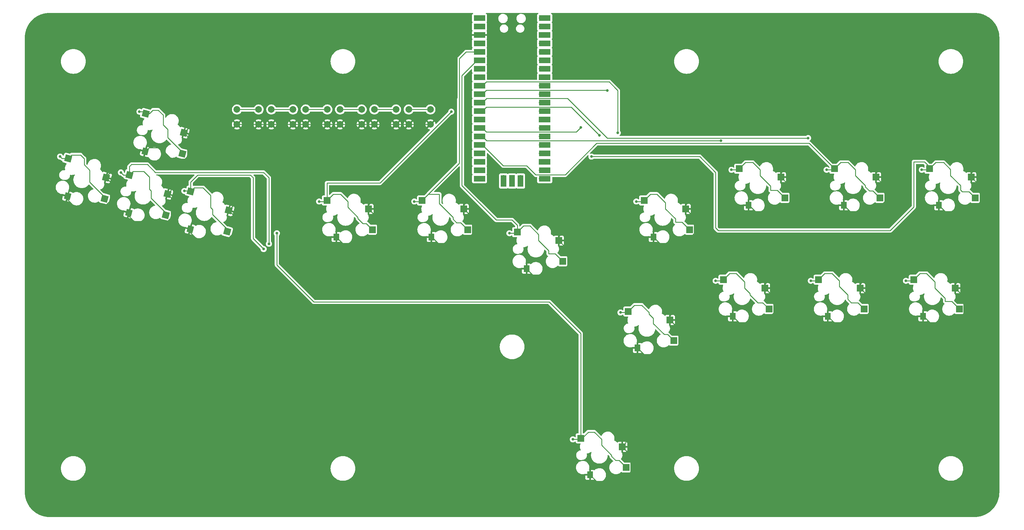
<source format=gtl>
%TF.GenerationSoftware,KiCad,Pcbnew,(6.0.8)*%
%TF.CreationDate,2023-05-29T22:58:42+07:00*%
%TF.ProjectId,hitmixbox002,6869746d-6978-4626-9f78-3030322e6b69,rev?*%
%TF.SameCoordinates,Original*%
%TF.FileFunction,Copper,L1,Top*%
%TF.FilePolarity,Positive*%
%FSLAX46Y46*%
G04 Gerber Fmt 4.6, Leading zero omitted, Abs format (unit mm)*
G04 Created by KiCad (PCBNEW (6.0.8)) date 2023-05-29 22:58:42*
%MOMM*%
%LPD*%
G01*
G04 APERTURE LIST*
G04 Aperture macros list*
%AMRotRect*
0 Rectangle, with rotation*
0 The origin of the aperture is its center*
0 $1 length*
0 $2 width*
0 $3 Rotation angle, in degrees counterclockwise*
0 Add horizontal line*
21,1,$1,$2,0,0,$3*%
G04 Aperture macros list end*
%TA.AperFunction,SMDPad,CuDef*%
%ADD10R,2.000000X2.000000*%
%TD*%
%TA.AperFunction,SMDPad,CuDef*%
%ADD11R,1.800000X2.000000*%
%TD*%
%TA.AperFunction,SMDPad,CuDef*%
%ADD12RotRect,2.000000X2.000000X165.000000*%
%TD*%
%TA.AperFunction,SMDPad,CuDef*%
%ADD13RotRect,1.800000X2.000000X165.000000*%
%TD*%
%TA.AperFunction,ComponentPad*%
%ADD14C,2.000000*%
%TD*%
%TA.AperFunction,SMDPad,CuDef*%
%ADD15R,3.500000X1.700000*%
%TD*%
%TA.AperFunction,ComponentPad*%
%ADD16O,1.700000X1.700000*%
%TD*%
%TA.AperFunction,ComponentPad*%
%ADD17R,1.700000X1.700000*%
%TD*%
%TA.AperFunction,SMDPad,CuDef*%
%ADD18R,1.700000X3.500000*%
%TD*%
%TA.AperFunction,ViaPad*%
%ADD19C,0.800000*%
%TD*%
%TA.AperFunction,Conductor*%
%ADD20C,0.250000*%
%TD*%
G04 APERTURE END LIST*
D10*
%TO.P,SW11,1,1*%
%TO.N,R1*%
X320043750Y-125143750D03*
X306343750Y-116363750D03*
D11*
%TO.P,SW11,2,2*%
%TO.N,GND*%
X309143750Y-127343750D03*
D10*
X318843750Y-118903750D03*
%TD*%
%TO.P,SW15,1,1*%
%TO.N,R2*%
X315281250Y-158481250D03*
X301581250Y-149701250D03*
%TO.P,SW15,2,2*%
%TO.N,GND*%
X314081250Y-152241250D03*
D11*
X304381250Y-160681250D03*
%TD*%
D10*
%TO.P,SW12,1,1*%
%TO.N,L1*%
X334918750Y-116363750D03*
X348618750Y-125143750D03*
D11*
%TO.P,SW12,2,2*%
%TO.N,GND*%
X337718750Y-127343750D03*
D10*
X347418750Y-118903750D03*
%TD*%
D12*
%TO.P,SW3,1,1*%
%TO.N,DOWN*%
X105576146Y-130271001D03*
X94615393Y-118244351D03*
%TO.P,SW3,2,2*%
%TO.N,GND*%
X106032066Y-123933041D03*
D13*
X94478152Y-129574910D03*
%TD*%
D14*
%TO.P,SW21,1,1*%
%TO.N,OPT5*%
X174700000Y-98556200D03*
X168200000Y-98556200D03*
%TO.P,SW21,2,2*%
%TO.N,GND*%
X174700000Y-103056200D03*
X168200000Y-103056200D03*
%TD*%
D10*
%TO.P,SW13,1,1*%
%TO.N,CROSS*%
X244431250Y-159226250D03*
X258131250Y-168006250D03*
D11*
%TO.P,SW13,2,2*%
%TO.N,GND*%
X247231250Y-170206250D03*
D10*
X256931250Y-161766250D03*
%TD*%
D14*
%TO.P,SW22,1,1*%
%TO.N,OPT6*%
X178518800Y-98556200D03*
X185018800Y-98556200D03*
%TO.P,SW22,2,2*%
%TO.N,GND*%
X178518800Y-103056200D03*
X185018800Y-103056200D03*
%TD*%
D10*
%TO.P,SW9,1,1*%
%TO.N,SQUARE*%
X249193750Y-125888750D03*
X262893750Y-134668750D03*
%TO.P,SW9,2,2*%
%TO.N,GND*%
X261693750Y-128428750D03*
D11*
X251993750Y-136868750D03*
%TD*%
D14*
%TO.P,SW17,1,1*%
%TO.N,OPT1*%
X133425000Y-98556200D03*
X126925000Y-98556200D03*
%TO.P,SW17,2,2*%
%TO.N,GND*%
X133425000Y-103056200D03*
X126925000Y-103056200D03*
%TD*%
D10*
%TO.P,SW10,1,1*%
%TO.N,TRIANGLE*%
X291468750Y-125143750D03*
X277768750Y-116363750D03*
D11*
%TO.P,SW10,2,2*%
%TO.N,GND*%
X280568750Y-127343750D03*
D10*
X290268750Y-118903750D03*
%TD*%
D12*
%TO.P,SW2,1,1*%
%TO.N,LEFT*%
X76214506Y-113313848D03*
X87175259Y-125340498D03*
%TO.P,SW2,2,2*%
%TO.N,GND*%
X87631179Y-119002538D03*
D13*
X76077265Y-124644407D03*
%TD*%
D10*
%TO.P,SW6,1,1*%
%TO.N,DOWN*%
X182518750Y-125888750D03*
X196218750Y-134668750D03*
%TO.P,SW6,2,2*%
%TO.N,GND*%
X195018750Y-128428750D03*
D11*
X185318750Y-136868750D03*
%TD*%
D10*
%TO.P,SW5,1,1*%
%TO.N,LEFT*%
X167643750Y-134668750D03*
X153943750Y-125888750D03*
%TO.P,SW5,2,2*%
%TO.N,GND*%
X166443750Y-128428750D03*
D11*
X156743750Y-136868750D03*
%TD*%
D10*
%TO.P,SW7,1,1*%
%TO.N,RIGHT*%
X224793750Y-144193750D03*
X211093750Y-135413750D03*
%TO.P,SW7,2,2*%
%TO.N,GND*%
X223593750Y-137953750D03*
D11*
X213893750Y-146393750D03*
%TD*%
D10*
%TO.P,SW14,1,1*%
%TO.N,CIRCLE*%
X286706250Y-158481250D03*
X273006250Y-149701250D03*
%TO.P,SW14,2,2*%
%TO.N,GND*%
X285506250Y-152241250D03*
D11*
X275806250Y-160681250D03*
%TD*%
D10*
%TO.P,SW16,1,1*%
%TO.N,L2*%
X343856250Y-158481250D03*
X330156250Y-149701250D03*
%TO.P,SW16,2,2*%
%TO.N,GND*%
X342656250Y-152241250D03*
D11*
X332956250Y-160681250D03*
%TD*%
D15*
%TO.P,U1,1,GPIO0*%
%TO.N,unconnected-(U1-Pad1)*%
X199760000Y-71120000D03*
D16*
X200660000Y-71120000D03*
%TO.P,U1,2,GPIO1*%
%TO.N,unconnected-(U1-Pad2)*%
X200660000Y-73660000D03*
D15*
X199760000Y-73660000D03*
D17*
%TO.P,U1,3,GND*%
%TO.N,GND*%
X200660000Y-76200000D03*
D15*
X199760000Y-76200000D03*
D16*
%TO.P,U1,4,GPIO2*%
%TO.N,UP*%
X200660000Y-78740000D03*
D15*
X199760000Y-78740000D03*
D16*
%TO.P,U1,5,GPIO3*%
%TO.N,DOWN*%
X200660000Y-81280000D03*
D15*
X199760000Y-81280000D03*
%TO.P,U1,6,GPIO4*%
%TO.N,RIGHT*%
X199760000Y-83820000D03*
D16*
X200660000Y-83820000D03*
D15*
%TO.P,U1,7,GPIO5*%
%TO.N,LEFT*%
X199760000Y-86360000D03*
D16*
X200660000Y-86360000D03*
D17*
%TO.P,U1,8,GND*%
%TO.N,unconnected-(U1-Pad8)*%
X200660000Y-88900000D03*
D15*
X199760000Y-88900000D03*
%TO.P,U1,9,GPIO6*%
%TO.N,CROSS*%
X199760000Y-91440000D03*
D16*
X200660000Y-91440000D03*
D15*
%TO.P,U1,10,GPIO7*%
%TO.N,CIRCLE*%
X199760000Y-93980000D03*
D16*
X200660000Y-93980000D03*
D15*
%TO.P,U1,11,GPIO8*%
%TO.N,R2*%
X199760000Y-96520000D03*
D16*
X200660000Y-96520000D03*
%TO.P,U1,12,GPIO9*%
%TO.N,L2*%
X200660000Y-99060000D03*
D15*
X199760000Y-99060000D03*
D17*
%TO.P,U1,13,GND*%
%TO.N,unconnected-(U1-Pad13)*%
X200660000Y-101600000D03*
D15*
X199760000Y-101600000D03*
%TO.P,U1,14,GPIO10*%
%TO.N,SQUARE*%
X199760000Y-104140000D03*
D16*
X200660000Y-104140000D03*
%TO.P,U1,15,GPIO11*%
%TO.N,TRIANGLE*%
X200660000Y-106680000D03*
D15*
X199760000Y-106680000D03*
%TO.P,U1,16,GPIO12*%
%TO.N,R1*%
X199760000Y-109220000D03*
D16*
X200660000Y-109220000D03*
D15*
%TO.P,U1,17,GPIO13*%
%TO.N,L1*%
X199760000Y-111760000D03*
D16*
X200660000Y-111760000D03*
D17*
%TO.P,U1,18,GND*%
%TO.N,unconnected-(U1-Pad18)*%
X200660000Y-114300000D03*
D15*
X199760000Y-114300000D03*
%TO.P,U1,19,GPIO14*%
%TO.N,unconnected-(U1-Pad19)*%
X199760000Y-116840000D03*
D16*
X200660000Y-116840000D03*
D15*
%TO.P,U1,20,GPIO15*%
%TO.N,unconnected-(U1-Pad20)*%
X199760000Y-119380000D03*
D16*
X200660000Y-119380000D03*
%TO.P,U1,21,GPIO16*%
%TO.N,OPT1*%
X218440000Y-119380000D03*
D15*
X219340000Y-119380000D03*
D16*
%TO.P,U1,22,GPIO17*%
%TO.N,OPT2*%
X218440000Y-116840000D03*
D15*
X219340000Y-116840000D03*
%TO.P,U1,23,GND*%
%TO.N,unconnected-(U1-Pad23)*%
X219340000Y-114300000D03*
D17*
X218440000Y-114300000D03*
D16*
%TO.P,U1,24,GPIO18*%
%TO.N,OPT3*%
X218440000Y-111760000D03*
D15*
X219340000Y-111760000D03*
D16*
%TO.P,U1,25,GPIO19*%
%TO.N,OPT4*%
X218440000Y-109220000D03*
D15*
X219340000Y-109220000D03*
%TO.P,U1,26,GPIO20*%
%TO.N,OPT5*%
X219340000Y-106680000D03*
D16*
X218440000Y-106680000D03*
D15*
%TO.P,U1,27,GPIO21*%
%TO.N,OPT6*%
X219340000Y-104140000D03*
D16*
X218440000Y-104140000D03*
D15*
%TO.P,U1,28,GND*%
%TO.N,unconnected-(U1-Pad28)*%
X219340000Y-101600000D03*
D17*
X218440000Y-101600000D03*
D16*
%TO.P,U1,29,GPIO22*%
%TO.N,unconnected-(U1-Pad29)*%
X218440000Y-99060000D03*
D15*
X219340000Y-99060000D03*
%TO.P,U1,30,RUN*%
%TO.N,unconnected-(U1-Pad30)*%
X219340000Y-96520000D03*
D16*
X218440000Y-96520000D03*
%TO.P,U1,31,GPIO26_ADC0*%
%TO.N,unconnected-(U1-Pad31)*%
X218440000Y-93980000D03*
D15*
X219340000Y-93980000D03*
%TO.P,U1,32,GPIO27_ADC1*%
%TO.N,unconnected-(U1-Pad32)*%
X219340000Y-91440000D03*
D16*
X218440000Y-91440000D03*
D17*
%TO.P,U1,33,AGND*%
%TO.N,unconnected-(U1-Pad33)*%
X218440000Y-88900000D03*
D15*
X219340000Y-88900000D03*
D16*
%TO.P,U1,34,GPIO28_ADC2*%
%TO.N,unconnected-(U1-Pad34)*%
X218440000Y-86360000D03*
D15*
X219340000Y-86360000D03*
%TO.P,U1,35,ADC_VREF*%
%TO.N,unconnected-(U1-Pad35)*%
X219340000Y-83820000D03*
D16*
X218440000Y-83820000D03*
D15*
%TO.P,U1,36,3V3*%
%TO.N,unconnected-(U1-Pad36)*%
X219340000Y-81280000D03*
D16*
X218440000Y-81280000D03*
%TO.P,U1,37,3V3_EN*%
%TO.N,unconnected-(U1-Pad37)*%
X218440000Y-78740000D03*
D15*
X219340000Y-78740000D03*
D17*
%TO.P,U1,38,GND*%
%TO.N,unconnected-(U1-Pad38)*%
X218440000Y-76200000D03*
D15*
X219340000Y-76200000D03*
%TO.P,U1,39,VSYS*%
%TO.N,unconnected-(U1-Pad39)*%
X219340000Y-73660000D03*
D16*
X218440000Y-73660000D03*
D15*
%TO.P,U1,40,VBUS*%
%TO.N,unconnected-(U1-Pad40)*%
X219340000Y-71120000D03*
D16*
X218440000Y-71120000D03*
%TO.P,U1,41,SWCLK*%
%TO.N,unconnected-(U1-Pad41)*%
X207010000Y-119150000D03*
D18*
X207010000Y-120050000D03*
D17*
%TO.P,U1,42,GND*%
%TO.N,unconnected-(U1-Pad42)*%
X209550000Y-119150000D03*
D18*
X209550000Y-120050000D03*
D16*
%TO.P,U1,43,SWDIO*%
%TO.N,unconnected-(U1-Pad43)*%
X212090000Y-119150000D03*
D18*
X212090000Y-120050000D03*
%TD*%
D14*
%TO.P,SW18,1,1*%
%TO.N,OPT2*%
X143743800Y-98556200D03*
X137243800Y-98556200D03*
%TO.P,SW18,2,2*%
%TO.N,GND*%
X143743800Y-103056200D03*
X137243800Y-103056200D03*
%TD*%
%TO.P,SW19,1,1*%
%TO.N,OPT3*%
X154062500Y-98556200D03*
X147562500Y-98556200D03*
%TO.P,SW19,2,2*%
%TO.N,GND*%
X147562500Y-103056200D03*
X154062500Y-103056200D03*
%TD*%
D12*
%TO.P,SW4,1,1*%
%TO.N,RIGHT*%
X123977033Y-135201504D03*
X113016280Y-123174854D03*
%TO.P,SW4,2,2*%
%TO.N,GND*%
X124432953Y-128863544D03*
D13*
X112879039Y-134505413D03*
%TD*%
D12*
%TO.P,SW1,1,1*%
%TO.N,UP*%
X99545896Y-99843464D03*
X110506649Y-111870114D03*
D13*
%TO.P,SW1,2,2*%
%TO.N,GND*%
X99408655Y-111174023D03*
D12*
X110962569Y-105532154D03*
%TD*%
D10*
%TO.P,SW8,1,1*%
%TO.N,UP*%
X230143750Y-197326250D03*
X243843750Y-206106250D03*
%TO.P,SW8,2,2*%
%TO.N,GND*%
X242643750Y-199866250D03*
D11*
X232943750Y-208306250D03*
%TD*%
D14*
%TO.P,SW20,1,1*%
%TO.N,OPT4*%
X164381300Y-98556200D03*
X157881300Y-98556200D03*
%TO.P,SW20,2,2*%
%TO.N,GND*%
X157881300Y-103056200D03*
X164381300Y-103056200D03*
%TD*%
D19*
%TO.N,GND*%
X88900000Y-117475000D03*
X196056250Y-126206250D03*
X348456250Y-116681250D03*
X243681250Y-197643750D03*
X291306250Y-116681250D03*
X257968750Y-159543750D03*
X286543750Y-150018750D03*
X107156250Y-121443750D03*
X262731250Y-126206250D03*
X112712500Y-103187500D03*
X224631250Y-135731250D03*
X315118750Y-150018750D03*
X126206250Y-126206250D03*
X343693750Y-150018750D03*
X167481250Y-126206250D03*
X319881250Y-116681250D03*
%TO.N,UP*%
X97631250Y-99218750D03*
X138906250Y-135731250D03*
X227806250Y-197643750D03*
%TO.N,LEFT*%
X151606250Y-126206250D03*
X73818750Y-112712500D03*
X191293750Y-99218750D03*
%TO.N,DOWN*%
X180181250Y-126206250D03*
X92075000Y-117475000D03*
X136525000Y-138906250D03*
%TO.N,RIGHT*%
X208756250Y-135731250D03*
X134937500Y-140493750D03*
X111125000Y-123031250D03*
%TO.N,SQUARE*%
X246856250Y-126206250D03*
X230187500Y-103981250D03*
%TO.N,TRIANGLE*%
X272256250Y-107950000D03*
X275431250Y-116681250D03*
%TO.N,R1*%
X304006250Y-116681250D03*
%TO.N,L1*%
X233362500Y-112712500D03*
X332581250Y-116681250D03*
%TO.N,CROSS*%
X242093750Y-159543750D03*
X241300000Y-105568750D03*
%TO.N,CIRCLE*%
X238125000Y-92868750D03*
X270668750Y-150018750D03*
%TO.N,R2*%
X299243750Y-150018750D03*
X298450000Y-107156250D03*
%TO.N,L2*%
X327818750Y-150018750D03*
X235743750Y-106362500D03*
%TD*%
D20*
%TO.N,GND*%
X185318750Y-136868750D02*
X185467098Y-136868750D01*
X318843750Y-118903750D02*
X318843750Y-117718750D01*
X256931250Y-160581250D02*
X257968750Y-159543750D01*
X110962569Y-105532154D02*
X112712500Y-103782223D01*
X318843750Y-117718750D02*
X319881250Y-116681250D01*
X213893750Y-146425000D02*
X215737501Y-148268751D01*
X194793749Y-138743751D02*
X197543750Y-135993750D01*
X347418750Y-118903750D02*
X347418750Y-117718750D01*
X164381300Y-103056200D02*
X168200000Y-103056200D01*
X88900000Y-126007229D02*
X88900000Y-120271359D01*
X124432953Y-128863544D02*
X126206250Y-127090247D01*
X321468750Y-126206250D02*
X321468750Y-121528750D01*
X290268750Y-117718750D02*
X291306250Y-116681250D01*
X259556250Y-169231250D02*
X259556250Y-164391250D01*
X147562500Y-103056200D02*
X154062500Y-103056200D01*
X345181250Y-159806250D02*
X345181250Y-154766250D01*
X288131250Y-154866250D02*
X285506250Y-152241250D01*
X197543750Y-130953750D02*
X195018750Y-128428750D01*
X106064015Y-132174604D02*
X107156250Y-131082369D01*
X245168750Y-202391250D02*
X242643750Y-199866250D01*
X342656250Y-152241250D02*
X342656250Y-151056250D01*
X314081250Y-152241250D02*
X314081250Y-151056250D01*
X99408655Y-111174023D02*
X100558963Y-110023715D01*
X114657100Y-137318750D02*
X124251259Y-137318750D01*
X112056394Y-112711841D02*
X112056394Y-106625979D01*
X154062500Y-103056200D02*
X157881300Y-103056200D01*
X178518800Y-103056200D02*
X185018800Y-103056200D01*
X223593750Y-136768750D02*
X224631250Y-135731250D01*
X342656250Y-151056250D02*
X343693750Y-150018750D01*
X112056394Y-106625979D02*
X110962569Y-105532154D01*
X76077265Y-125679683D02*
X78191332Y-127793750D01*
X96042570Y-132174604D02*
X106064015Y-132174604D01*
X133425000Y-103056200D02*
X137243800Y-103056200D01*
X166443750Y-128428750D02*
X166443750Y-127243750D01*
X169068750Y-131053750D02*
X166443750Y-128428750D01*
X304381250Y-160681250D02*
X306256251Y-162556251D01*
X275806250Y-160681250D02*
X277681251Y-162556251D01*
X290043749Y-129218751D02*
X292893750Y-126368750D01*
X126206250Y-127090247D02*
X126206250Y-126206250D01*
X107156250Y-131082369D02*
X107156250Y-125057225D01*
X337718750Y-127343750D02*
X339593751Y-129218751D01*
X285506250Y-151056250D02*
X286543750Y-150018750D01*
X112879039Y-134505413D02*
X112879039Y-135540689D01*
X193000000Y-95075000D02*
X193000000Y-79000000D01*
X350043750Y-121528750D02*
X347418750Y-118903750D01*
X166443750Y-127243750D02*
X167481250Y-126206250D01*
X87631179Y-119002538D02*
X87631179Y-118743821D01*
X185018800Y-103056200D02*
X193000000Y-95075000D01*
X168200000Y-103056200D02*
X174700000Y-103056200D01*
X309143750Y-127343750D02*
X311018751Y-129218751D01*
X76077265Y-124644407D02*
X76077265Y-125679683D01*
X137243800Y-103056200D02*
X143743800Y-103056200D01*
X292893750Y-126368750D02*
X292893750Y-121528750D01*
X259556250Y-164391250D02*
X256931250Y-161766250D01*
X100558963Y-110023715D02*
X103816567Y-110023715D01*
X261693750Y-127243750D02*
X262731250Y-126206250D01*
X288131250Y-159706250D02*
X288131250Y-154866250D01*
X87631179Y-118743821D02*
X88900000Y-117475000D01*
X215737501Y-148268751D02*
X223368749Y-148268751D01*
X253868751Y-138743751D02*
X261306249Y-138743751D01*
X195018750Y-127243750D02*
X196056250Y-126206250D01*
X282592099Y-129218751D02*
X290043749Y-129218751D01*
X264218750Y-130953750D02*
X261693750Y-128428750D01*
X169068750Y-135893750D02*
X169068750Y-131053750D01*
X261693750Y-128428750D02*
X261693750Y-127243750D01*
X223368749Y-148268751D02*
X226218750Y-145418750D01*
X126925000Y-103056200D02*
X133425000Y-103056200D01*
X197543750Y-135993750D02*
X197543750Y-130953750D01*
X126206250Y-130636841D02*
X124432953Y-128863544D01*
X157881300Y-103056200D02*
X164381300Y-103056200D01*
X316706250Y-154866250D02*
X314081250Y-152241250D01*
X321468750Y-121528750D02*
X318843750Y-118903750D01*
X156743750Y-136868750D02*
X158618751Y-138743751D01*
X285281249Y-162556251D02*
X288131250Y-159706250D01*
X314081250Y-151056250D02*
X315118750Y-150018750D01*
X264218750Y-135831250D02*
X264218750Y-130953750D01*
X185467098Y-136868750D02*
X187342099Y-138743751D01*
X226218750Y-140578750D02*
X223593750Y-137953750D01*
X187342099Y-138743751D02*
X194793749Y-138743751D01*
X112879039Y-135540689D02*
X114657100Y-137318750D01*
X342431249Y-162556251D02*
X345181250Y-159806250D01*
X226218750Y-145418750D02*
X226218750Y-140578750D01*
X234818751Y-210181251D02*
X242418749Y-210181251D01*
X106032066Y-123933041D02*
X107156250Y-122808857D01*
X277681251Y-162556251D02*
X285281249Y-162556251D01*
X290268750Y-118903750D02*
X290268750Y-117718750D01*
X249106251Y-172081251D02*
X256706249Y-172081251D01*
X107156250Y-125057225D02*
X106032066Y-123933041D01*
X243681250Y-198828750D02*
X243681250Y-197643750D01*
X311018751Y-129218751D02*
X318456249Y-129218751D01*
X87113479Y-127793750D02*
X88900000Y-126007229D01*
X247231250Y-170206250D02*
X249106251Y-172081251D01*
X195018750Y-128428750D02*
X195018750Y-127243750D01*
X318456249Y-129218751D02*
X321468750Y-126206250D01*
X316706250Y-159706250D02*
X316706250Y-154866250D01*
X345181250Y-154766250D02*
X342656250Y-152241250D01*
X306256251Y-162556251D02*
X313856249Y-162556251D01*
X261306249Y-138743751D02*
X264218750Y-135831250D01*
X124251259Y-137318750D02*
X126206250Y-135363759D01*
X256706249Y-172081251D02*
X259556250Y-169231250D01*
X242643750Y-199866250D02*
X243681250Y-198828750D01*
X103816567Y-110023715D02*
X107212711Y-113419859D01*
X94478152Y-129574910D02*
X94478152Y-130610186D01*
X339593751Y-129218751D02*
X347193749Y-129218751D01*
X332956250Y-160681250D02*
X333104598Y-160681250D01*
X251993750Y-136868750D02*
X253868751Y-138743751D01*
X107156250Y-122808857D02*
X107156250Y-121443750D01*
X111348376Y-113419859D02*
X112056394Y-112711841D01*
X285506250Y-152241250D02*
X285506250Y-151056250D01*
X333104598Y-160681250D02*
X334979599Y-162556251D01*
X347193749Y-129218751D02*
X350043750Y-126368750D01*
X143743800Y-103056200D02*
X147562500Y-103056200D01*
X166218749Y-138743751D02*
X169068750Y-135893750D01*
X350043750Y-126368750D02*
X350043750Y-121528750D01*
X256931250Y-161766250D02*
X256931250Y-160581250D01*
X195800000Y-76200000D02*
X200660000Y-76200000D01*
X193000000Y-79000000D02*
X195800000Y-76200000D01*
X232943750Y-208306250D02*
X234818751Y-210181251D01*
X112712500Y-103782223D02*
X112712500Y-103187500D01*
X280568750Y-127343750D02*
X280717098Y-127343750D01*
X334979599Y-162556251D02*
X342431249Y-162556251D01*
X292893750Y-121528750D02*
X290268750Y-118903750D01*
X213893750Y-146393750D02*
X213893750Y-146425000D01*
X94478152Y-130610186D02*
X96042570Y-132174604D01*
X158618751Y-138743751D02*
X166218749Y-138743751D01*
X174700000Y-103056200D02*
X178518800Y-103056200D01*
X78191332Y-127793750D02*
X87113479Y-127793750D01*
X242418749Y-210181251D02*
X245168750Y-207431250D01*
X107212711Y-113419859D02*
X111348376Y-113419859D01*
X126206250Y-135363759D02*
X126206250Y-130636841D01*
X245168750Y-207431250D02*
X245168750Y-202391250D01*
X223593750Y-137953750D02*
X223593750Y-136768750D01*
X347418750Y-117718750D02*
X348456250Y-116681250D01*
X88900000Y-120271359D02*
X87631179Y-119002538D01*
X313856249Y-162556251D02*
X316706250Y-159706250D01*
X280717098Y-127343750D02*
X282592099Y-129218751D01*
%TO.N,UP*%
X230143750Y-197326250D02*
X230552098Y-197326250D01*
X150018750Y-156368750D02*
X220662500Y-156368750D01*
X97631250Y-99218750D02*
X98921182Y-99218750D01*
X101694308Y-98760449D02*
X103278280Y-98760449D01*
X220662500Y-156368750D02*
X230143750Y-165850000D01*
X99545896Y-99843464D02*
X100611293Y-99843464D01*
X106102857Y-104515357D02*
X106102857Y-107006701D01*
X239442098Y-202757012D02*
X240678836Y-203993750D01*
X104775000Y-103187500D02*
X106102857Y-104515357D01*
X106102857Y-107006701D02*
X110506649Y-111410493D01*
X236408749Y-199372901D02*
X239442098Y-202406250D01*
X232427099Y-195451249D02*
X234216248Y-195451249D01*
X240678836Y-203993750D02*
X241731250Y-203993750D01*
X100611293Y-99843464D02*
X101694308Y-98760449D01*
X104775000Y-100257169D02*
X104775000Y-103187500D01*
X229826250Y-197643750D02*
X230143750Y-197326250D01*
X110506649Y-111410493D02*
X110506649Y-111870114D01*
X98921182Y-99218750D02*
X99545896Y-99843464D01*
X241731250Y-203993750D02*
X243843750Y-206106250D01*
X230552098Y-197326250D02*
X232427099Y-195451249D01*
X230143750Y-165850000D02*
X230143750Y-197326250D01*
X239442098Y-202406250D02*
X239442098Y-202757012D01*
X103278280Y-98760449D02*
X104775000Y-100257169D01*
X234216248Y-195451249D02*
X236408749Y-197643750D01*
X138906250Y-135731250D02*
X138906250Y-145256250D01*
X236408749Y-197643750D02*
X236408749Y-199372901D01*
X138906250Y-145256250D02*
X150018750Y-156368750D01*
X227806250Y-197643750D02*
X229826250Y-197643750D01*
%TO.N,LEFT*%
X81045240Y-115176490D02*
X82683891Y-116815141D01*
X79946890Y-112230833D02*
X81045240Y-113329183D01*
X163242098Y-130968750D02*
X163242098Y-131319512D01*
X153943750Y-125888750D02*
X155818751Y-124013749D01*
X151606250Y-126206250D02*
X153626250Y-126206250D01*
X81045240Y-113329183D02*
X81045240Y-115176490D01*
X160208749Y-127935401D02*
X163242098Y-130968750D01*
X76214506Y-113313848D02*
X77297521Y-112230833D01*
X74420098Y-113313848D02*
X76214506Y-113313848D01*
X155818751Y-124013749D02*
X158016248Y-124013749D01*
X165768749Y-132793749D02*
X167643750Y-134668750D01*
X160208749Y-126206250D02*
X160208749Y-127935401D01*
X82683891Y-120389509D02*
X87175259Y-124880877D01*
X73818750Y-112712500D02*
X74420098Y-113313848D01*
X153626250Y-126206250D02*
X153943750Y-125888750D01*
X82683891Y-116815141D02*
X82683891Y-120389509D01*
X153987500Y-120650000D02*
X153943750Y-120693750D01*
X191293750Y-99218750D02*
X169862500Y-120650000D01*
X77297521Y-112230833D02*
X79946890Y-112230833D01*
X169862500Y-120650000D02*
X153987500Y-120650000D01*
X163242098Y-131319512D02*
X164716335Y-132793749D01*
X153943750Y-120693750D02*
X153943750Y-125888750D01*
X158016248Y-124013749D02*
X160208749Y-126206250D01*
X87175259Y-124880877D02*
X87175259Y-125340498D01*
X164716335Y-132793749D02*
X165768749Y-132793749D01*
%TO.N,DOWN*%
X191817098Y-131492098D02*
X192881250Y-132556250D01*
X192881250Y-132556250D02*
X194106250Y-132556250D01*
X182518750Y-125888750D02*
X184393751Y-124013749D01*
X184393751Y-124013749D02*
X187685399Y-124013749D01*
X95698408Y-117161336D02*
X98905086Y-117161336D01*
X101172354Y-125203530D02*
X105576146Y-129607322D01*
X193675000Y-114732500D02*
X193675000Y-83343750D01*
X100012500Y-115093750D02*
X95250000Y-115093750D01*
X94615393Y-118244351D02*
X95698408Y-117161336D01*
X136525000Y-138906250D02*
X136525000Y-119062500D01*
X92844351Y-118244351D02*
X94615393Y-118244351D01*
X95250000Y-115093750D02*
X94615393Y-115728357D01*
X187685399Y-124013749D02*
X187685399Y-126837051D01*
X92075000Y-117475000D02*
X92844351Y-118244351D01*
X193675000Y-83343750D02*
X195738750Y-81280000D01*
X105576146Y-129607322D02*
X105576146Y-130271001D01*
X180181250Y-126206250D02*
X182201250Y-126206250D01*
X187685399Y-126837051D02*
X191817098Y-130968750D01*
X194106250Y-132556250D02*
X196218750Y-134668750D01*
X102393750Y-117475000D02*
X100012500Y-115093750D01*
X94615393Y-115728357D02*
X94615393Y-118244351D01*
X100603028Y-122461924D02*
X101172354Y-123031250D01*
X101172354Y-123031250D02*
X101172354Y-125203530D01*
X136525000Y-119062500D02*
X134937500Y-117475000D01*
X182201250Y-126206250D02*
X182518750Y-125888750D01*
X100603028Y-118859278D02*
X100603028Y-122461924D01*
X182518750Y-125888750D02*
X193675000Y-114732500D01*
X191817098Y-130968750D02*
X191817098Y-131492098D01*
X134937500Y-117475000D02*
X102393750Y-117475000D01*
X98905086Y-117161336D02*
X100603028Y-118859278D01*
X195738750Y-81280000D02*
X200660000Y-81280000D01*
%TO.N,RIGHT*%
X134937500Y-140493750D02*
X131762500Y-137318750D01*
X210776250Y-135731250D02*
X211093750Y-135413750D01*
X131762500Y-119062500D02*
X130968750Y-118268750D01*
X220511674Y-140952915D02*
X220511674Y-141913324D01*
X220511674Y-141913324D02*
X222513324Y-141913324D01*
X199050000Y-83820000D02*
X194468750Y-88401250D01*
X119573241Y-128587500D02*
X119573241Y-130134033D01*
X209550000Y-131762500D02*
X211093750Y-133306250D01*
X119573241Y-130134033D02*
X123977033Y-134537825D01*
X214930401Y-133538749D02*
X217487500Y-136095848D01*
X113016280Y-123174854D02*
X114099295Y-122091839D01*
X119003915Y-128018174D02*
X119573241Y-128587500D01*
X119003915Y-124347090D02*
X119003915Y-128018174D01*
X200660000Y-83820000D02*
X199050000Y-83820000D01*
X112872676Y-123031250D02*
X113016280Y-123174854D01*
X208756250Y-135731250D02*
X210776250Y-135731250D01*
X217487500Y-137928741D02*
X220511674Y-140952915D01*
X194468750Y-88401250D02*
X194468750Y-121443750D01*
X222513324Y-141913324D02*
X224793750Y-144193750D01*
X217487500Y-136095848D02*
X217487500Y-137928741D01*
X131762500Y-137318750D02*
X131762500Y-119062500D01*
X111125000Y-123031250D02*
X112872676Y-123031250D01*
X113016280Y-120346220D02*
X113016280Y-123174854D01*
X211093750Y-133306250D02*
X211093750Y-135413750D01*
X115093750Y-118268750D02*
X113016280Y-120346220D01*
X114099295Y-122091839D02*
X116748664Y-122091839D01*
X130968750Y-118268750D02*
X115093750Y-118268750D01*
X123977033Y-134537825D02*
X123977033Y-135201504D01*
X116748664Y-122091839D02*
X119003915Y-124347090D01*
X211093750Y-135413750D02*
X212968751Y-133538749D01*
X204787500Y-131762500D02*
X209550000Y-131762500D01*
X212968751Y-133538749D02*
X214930401Y-133538749D01*
X194468750Y-121443750D02*
X204787500Y-131762500D01*
%TO.N,SQUARE*%
X258611674Y-132388324D02*
X260613324Y-132388324D01*
X249193750Y-125888750D02*
X251068751Y-124013749D01*
X251068751Y-124013749D02*
X253030401Y-124013749D01*
X260613324Y-132388324D02*
X262893750Y-134668750D01*
X200660000Y-104140000D02*
X201835000Y-105315000D01*
X255587500Y-128403741D02*
X258611674Y-131427915D01*
X258611674Y-131427915D02*
X258611674Y-132388324D01*
X248876250Y-126206250D02*
X249193750Y-125888750D01*
X201835000Y-105315000D02*
X228853750Y-105315000D01*
X255587500Y-126570848D02*
X255587500Y-128403741D01*
X253030401Y-124013749D02*
X255587500Y-126570848D01*
X246856250Y-126206250D02*
X248876250Y-126206250D01*
X228853750Y-105315000D02*
X230187500Y-103981250D01*
%TO.N,TRIANGLE*%
X277495000Y-116363750D02*
X277768750Y-116363750D01*
X279643751Y-114488749D02*
X281841248Y-114488749D01*
X287186674Y-121563326D02*
X287186674Y-122863324D01*
X275431250Y-116681250D02*
X277451250Y-116681250D01*
X277768750Y-116363750D02*
X279643751Y-114488749D01*
X277451250Y-116681250D02*
X277768750Y-116363750D01*
X281841248Y-114488749D02*
X284033749Y-116681250D01*
X289188324Y-122863324D02*
X291468750Y-125143750D01*
X287186674Y-122863324D02*
X289188324Y-122863324D01*
X284033749Y-118410401D02*
X287186674Y-121563326D01*
X200660000Y-106680000D02*
X201930000Y-107950000D01*
X284033749Y-116681250D02*
X284033749Y-118410401D01*
X201930000Y-107950000D02*
X272256250Y-107950000D01*
%TO.N,R1*%
X304006250Y-116681250D02*
X306026250Y-116681250D01*
X234950000Y-108743750D02*
X298723750Y-108743750D01*
X315642098Y-121443750D02*
X315642098Y-121794512D01*
X308218751Y-114488749D02*
X310416248Y-114488749D01*
X312608749Y-118410401D02*
X315642098Y-121443750D01*
X315642098Y-121794512D02*
X316878836Y-123031250D01*
X317931250Y-123031250D02*
X320043750Y-125143750D01*
X213900000Y-115475000D02*
X216630000Y-118205000D01*
X306026250Y-116681250D02*
X306343750Y-116363750D01*
X316878836Y-123031250D02*
X317931250Y-123031250D01*
X298723750Y-108743750D02*
X306343750Y-116363750D01*
X206915000Y-115475000D02*
X213900000Y-115475000D01*
X225488750Y-118205000D02*
X234950000Y-108743750D01*
X306343750Y-116363750D02*
X308218751Y-114488749D01*
X312608749Y-116681250D02*
X312608749Y-118410401D01*
X200660000Y-109220000D02*
X206915000Y-115475000D01*
X216630000Y-118205000D02*
X225488750Y-118205000D01*
X310416248Y-114488749D02*
X312608749Y-116681250D01*
%TO.N,L1*%
X333375000Y-114300000D02*
X334918750Y-115843750D01*
X265906250Y-112712500D02*
X270668750Y-117475000D01*
X346743749Y-123268749D02*
X348618750Y-125143750D01*
X270668750Y-134143750D02*
X271462500Y-134937500D01*
X332581250Y-116681250D02*
X334601250Y-116681250D01*
X334918750Y-116363750D02*
X336793751Y-114488749D01*
X330200000Y-127810848D02*
X330200000Y-114300000D01*
X341183749Y-118410401D02*
X344217098Y-121443750D01*
X341183749Y-116552499D02*
X341183749Y-118410401D01*
X334918750Y-115843750D02*
X334918750Y-116363750D01*
X344217098Y-121443750D02*
X344217098Y-122743748D01*
X344742099Y-123268749D02*
X346743749Y-123268749D01*
X344217098Y-122743748D02*
X344742099Y-123268749D01*
X339119999Y-114488749D02*
X341183749Y-116552499D01*
X270668750Y-117475000D02*
X270668750Y-134143750D01*
X271462500Y-134937500D02*
X323073348Y-134937500D01*
X336793751Y-114488749D02*
X339119999Y-114488749D01*
X330200000Y-114300000D02*
X333375000Y-114300000D01*
X334601250Y-116681250D02*
X334918750Y-116363750D01*
X323073348Y-134937500D02*
X330200000Y-127810848D01*
X233362500Y-112712500D02*
X265906250Y-112712500D01*
%TO.N,CROSS*%
X248503748Y-157351249D02*
X250696249Y-159543750D01*
X251966249Y-162893663D02*
X255203835Y-166131249D01*
X256256249Y-166131249D02*
X258131250Y-168006250D01*
X246306251Y-157351249D02*
X248503748Y-157351249D01*
X244431250Y-159226250D02*
X246306251Y-157351249D01*
X238696250Y-90265000D02*
X240506250Y-92075000D01*
X240506250Y-92075000D02*
X241300000Y-92868750D01*
X242093750Y-159543750D02*
X244113750Y-159543750D01*
X201835000Y-90265000D02*
X238696250Y-90265000D01*
X250696249Y-160002901D02*
X251966249Y-161272901D01*
X251966249Y-161272901D02*
X251966249Y-162893663D01*
X244113750Y-159543750D02*
X244431250Y-159226250D01*
X200660000Y-91440000D02*
X201835000Y-90265000D01*
X241300000Y-92868750D02*
X241300000Y-105568750D01*
X255203835Y-166131249D02*
X256256249Y-166131249D01*
X250696249Y-159543750D02*
X250696249Y-160002901D01*
%TO.N,CIRCLE*%
X270668750Y-150018750D02*
X272688750Y-150018750D01*
X272688750Y-150018750D02*
X273006250Y-149701250D01*
X280981251Y-154218750D02*
X283368750Y-156606249D01*
X273006250Y-149701250D02*
X274881251Y-147826249D01*
X200660000Y-93980000D02*
X201835000Y-92805000D01*
X276842901Y-147826249D02*
X279400000Y-150383348D01*
X279400000Y-150383348D02*
X279400000Y-152216241D01*
X284831249Y-156606249D02*
X286706250Y-158481250D01*
X201835000Y-92805000D02*
X238061250Y-92805000D01*
X283368750Y-156606249D02*
X284831249Y-156606249D01*
X280981251Y-153797492D02*
X280981251Y-154218750D01*
X279400000Y-152216241D02*
X280981251Y-153797492D01*
X274881251Y-147826249D02*
X276842901Y-147826249D01*
X238061250Y-92805000D02*
X238125000Y-92868750D01*
%TO.N,R2*%
X226218750Y-95250000D02*
X238125000Y-107156250D01*
X305653748Y-147826249D02*
X307846249Y-150018750D01*
X221456250Y-95250000D02*
X226218750Y-95250000D01*
X313406249Y-156606249D02*
X315281250Y-158481250D01*
X310356250Y-155557900D02*
X311404599Y-156606249D01*
X311404599Y-156606249D02*
X313406249Y-156606249D01*
X201930000Y-95250000D02*
X221456250Y-95250000D01*
X238125000Y-107156250D02*
X298450000Y-107156250D01*
X200660000Y-96520000D02*
X201930000Y-95250000D01*
X307846249Y-150018750D02*
X307846249Y-151747901D01*
X303456251Y-147826249D02*
X305653748Y-147826249D01*
X307846249Y-151747901D02*
X310356250Y-154257902D01*
X299243750Y-150018750D02*
X301263750Y-150018750D01*
X301263750Y-150018750D02*
X301581250Y-149701250D01*
X310356250Y-154257902D02*
X310356250Y-155557900D01*
X301581250Y-149701250D02*
X303456251Y-147826249D01*
%TO.N,L2*%
X329838750Y-150018750D02*
X330156250Y-149701250D01*
X339574174Y-156200824D02*
X341575824Y-156200824D01*
X336550000Y-150383348D02*
X336550000Y-152216241D01*
X333992901Y-147826249D02*
X336550000Y-150383348D01*
X227266250Y-97885000D02*
X235743750Y-106362500D01*
X341575824Y-156200824D02*
X343856250Y-158481250D01*
X339574174Y-155240415D02*
X339574174Y-156200824D01*
X200660000Y-99060000D02*
X201835000Y-97885000D01*
X327818750Y-150018750D02*
X329838750Y-150018750D01*
X330156250Y-149701250D02*
X332031251Y-147826249D01*
X332031251Y-147826249D02*
X333992901Y-147826249D01*
X201835000Y-97885000D02*
X227266250Y-97885000D01*
X336550000Y-152216241D02*
X339574174Y-155240415D01*
%TO.N,OPT1*%
X126925000Y-98556200D02*
X133425000Y-98556200D01*
%TO.N,OPT2*%
X137243800Y-98556200D02*
X143743800Y-98556200D01*
%TO.N,OPT3*%
X147562500Y-98556200D02*
X154062500Y-98556200D01*
%TO.N,OPT4*%
X157881300Y-98556200D02*
X164381300Y-98556200D01*
%TO.N,OPT5*%
X168200000Y-98556200D02*
X174700000Y-98556200D01*
%TO.N,OPT6*%
X178518800Y-98556200D02*
X185018800Y-98556200D01*
%TD*%
%TA.AperFunction,Conductor*%
%TO.N,GND*%
G36*
X197815603Y-69584752D02*
G01*
X197862096Y-69638408D01*
X197872200Y-69708682D01*
X197842706Y-69773262D01*
X197791711Y-69808732D01*
X197771705Y-69816232D01*
X197771704Y-69816233D01*
X197763295Y-69819385D01*
X197646739Y-69906739D01*
X197559385Y-70023295D01*
X197508255Y-70159684D01*
X197501500Y-70221866D01*
X197501500Y-72018134D01*
X197508255Y-72080316D01*
X197559385Y-72216705D01*
X197620988Y-72298901D01*
X197632630Y-72314435D01*
X197657478Y-72380941D01*
X197642425Y-72450324D01*
X197632632Y-72465562D01*
X197559385Y-72563295D01*
X197508255Y-72699684D01*
X197501500Y-72761866D01*
X197501500Y-74558134D01*
X197508255Y-74620316D01*
X197559385Y-74756705D01*
X197564771Y-74763891D01*
X197632942Y-74854852D01*
X197657790Y-74921358D01*
X197642737Y-74990741D01*
X197632942Y-75005982D01*
X197565214Y-75096351D01*
X197556676Y-75111946D01*
X197511522Y-75232394D01*
X197507895Y-75247649D01*
X197502369Y-75298514D01*
X197502000Y-75305328D01*
X197502000Y-75927885D01*
X197506475Y-75943124D01*
X197507865Y-75944329D01*
X197515548Y-75946000D01*
X201999884Y-75946000D01*
X202015123Y-75941525D01*
X202016328Y-75940135D01*
X202017999Y-75932452D01*
X202017999Y-75305331D01*
X202017629Y-75298510D01*
X202012105Y-75247648D01*
X202008479Y-75232396D01*
X201963324Y-75111946D01*
X201954786Y-75096351D01*
X201887058Y-75005982D01*
X201862210Y-74939475D01*
X201877263Y-74870093D01*
X201887058Y-74854852D01*
X201955229Y-74763891D01*
X201960615Y-74756705D01*
X202011745Y-74620316D01*
X202018500Y-74558134D01*
X202018500Y-74280000D01*
X205861693Y-74280000D01*
X205880885Y-74499371D01*
X205937880Y-74712076D01*
X205940205Y-74717061D01*
X206028618Y-74906666D01*
X206028621Y-74906671D01*
X206030944Y-74911653D01*
X206034100Y-74916160D01*
X206034101Y-74916162D01*
X206065228Y-74960615D01*
X206157251Y-75092038D01*
X206312962Y-75247749D01*
X206493346Y-75374056D01*
X206692924Y-75467120D01*
X206905629Y-75524115D01*
X207125000Y-75543307D01*
X207344371Y-75524115D01*
X207557076Y-75467120D01*
X207756654Y-75374056D01*
X207937038Y-75247749D01*
X208092749Y-75092038D01*
X208184773Y-74960615D01*
X208215899Y-74916162D01*
X208215900Y-74916160D01*
X208219056Y-74911653D01*
X208221379Y-74906671D01*
X208221382Y-74906666D01*
X208309795Y-74717061D01*
X208312120Y-74712076D01*
X208369115Y-74499371D01*
X208388307Y-74280000D01*
X210711693Y-74280000D01*
X210730885Y-74499371D01*
X210787880Y-74712076D01*
X210790205Y-74717061D01*
X210878618Y-74906666D01*
X210878621Y-74906671D01*
X210880944Y-74911653D01*
X210884100Y-74916160D01*
X210884101Y-74916162D01*
X210915228Y-74960615D01*
X211007251Y-75092038D01*
X211162962Y-75247749D01*
X211343346Y-75374056D01*
X211542924Y-75467120D01*
X211755629Y-75524115D01*
X211975000Y-75543307D01*
X212194371Y-75524115D01*
X212407076Y-75467120D01*
X212606654Y-75374056D01*
X212787038Y-75247749D01*
X212942749Y-75092038D01*
X213034773Y-74960615D01*
X213065899Y-74916162D01*
X213065900Y-74916160D01*
X213069056Y-74911653D01*
X213071379Y-74906671D01*
X213071382Y-74906666D01*
X213159795Y-74717061D01*
X213162120Y-74712076D01*
X213219115Y-74499371D01*
X213238307Y-74280000D01*
X213219115Y-74060629D01*
X213162120Y-73847924D01*
X213112451Y-73741409D01*
X213071382Y-73653334D01*
X213071379Y-73653329D01*
X213069056Y-73648347D01*
X213065899Y-73643838D01*
X212945908Y-73472473D01*
X212945906Y-73472470D01*
X212942749Y-73467962D01*
X212787038Y-73312251D01*
X212606654Y-73185944D01*
X212407076Y-73092880D01*
X212194371Y-73035885D01*
X211975000Y-73016693D01*
X211755629Y-73035885D01*
X211542924Y-73092880D01*
X211449562Y-73136415D01*
X211348334Y-73183618D01*
X211348329Y-73183621D01*
X211343347Y-73185944D01*
X211338840Y-73189100D01*
X211338838Y-73189101D01*
X211167473Y-73309092D01*
X211167470Y-73309094D01*
X211162962Y-73312251D01*
X211007251Y-73467962D01*
X211004094Y-73472470D01*
X211004092Y-73472473D01*
X210884101Y-73643838D01*
X210880944Y-73648347D01*
X210878621Y-73653329D01*
X210878618Y-73653334D01*
X210837549Y-73741409D01*
X210787880Y-73847924D01*
X210730885Y-74060629D01*
X210711693Y-74280000D01*
X208388307Y-74280000D01*
X208369115Y-74060629D01*
X208312120Y-73847924D01*
X208262451Y-73741409D01*
X208221382Y-73653334D01*
X208221379Y-73653329D01*
X208219056Y-73648347D01*
X208215899Y-73643838D01*
X208095908Y-73472473D01*
X208095906Y-73472470D01*
X208092749Y-73467962D01*
X207937038Y-73312251D01*
X207756654Y-73185944D01*
X207557076Y-73092880D01*
X207344371Y-73035885D01*
X207125000Y-73016693D01*
X206905629Y-73035885D01*
X206692924Y-73092880D01*
X206599562Y-73136415D01*
X206498334Y-73183618D01*
X206498329Y-73183621D01*
X206493347Y-73185944D01*
X206488840Y-73189100D01*
X206488838Y-73189101D01*
X206317473Y-73309092D01*
X206317470Y-73309094D01*
X206312962Y-73312251D01*
X206157251Y-73467962D01*
X206154094Y-73472470D01*
X206154092Y-73472473D01*
X206034101Y-73643838D01*
X206030944Y-73648347D01*
X206028621Y-73653329D01*
X206028618Y-73653334D01*
X205987549Y-73741409D01*
X205937880Y-73847924D01*
X205880885Y-74060629D01*
X205861693Y-74280000D01*
X202018500Y-74280000D01*
X202018500Y-73757856D01*
X202019578Y-73741409D01*
X202021092Y-73729908D01*
X202021529Y-73726590D01*
X202023156Y-73660000D01*
X202018924Y-73608524D01*
X202018500Y-73598200D01*
X202018500Y-72761866D01*
X202011745Y-72699684D01*
X201960615Y-72563295D01*
X201887370Y-72465564D01*
X201862522Y-72399059D01*
X201877575Y-72329676D01*
X201887370Y-72314435D01*
X201899012Y-72298901D01*
X201960615Y-72216705D01*
X202011745Y-72080316D01*
X202018500Y-72018134D01*
X202018500Y-71217856D01*
X202018656Y-71215469D01*
X205412095Y-71215469D01*
X205412392Y-71220622D01*
X205412392Y-71220625D01*
X205418067Y-71319041D01*
X205425427Y-71446697D01*
X205426564Y-71451743D01*
X205426565Y-71451749D01*
X205458741Y-71594523D01*
X205476346Y-71672642D01*
X205478288Y-71677424D01*
X205478289Y-71677428D01*
X205561540Y-71882450D01*
X205563484Y-71887237D01*
X205684501Y-72084719D01*
X205836147Y-72259784D01*
X206014349Y-72407730D01*
X206214322Y-72524584D01*
X206430694Y-72607209D01*
X206435760Y-72608240D01*
X206435761Y-72608240D01*
X206488846Y-72619040D01*
X206657656Y-72653385D01*
X206788324Y-72658176D01*
X206883949Y-72661683D01*
X206883953Y-72661683D01*
X206889113Y-72661872D01*
X206894233Y-72661216D01*
X206894235Y-72661216D01*
X206967270Y-72651860D01*
X207118847Y-72632442D01*
X207123795Y-72630957D01*
X207123802Y-72630956D01*
X207335747Y-72567369D01*
X207340690Y-72565886D01*
X207345979Y-72563295D01*
X207544049Y-72466262D01*
X207544052Y-72466260D01*
X207548684Y-72463991D01*
X207737243Y-72329494D01*
X207901303Y-72166005D01*
X208036458Y-71977917D01*
X208083641Y-71882450D01*
X208136784Y-71774922D01*
X208136785Y-71774920D01*
X208139078Y-71770280D01*
X208206408Y-71548671D01*
X208236640Y-71319041D01*
X208238327Y-71250000D01*
X208235488Y-71215469D01*
X210862095Y-71215469D01*
X210862392Y-71220622D01*
X210862392Y-71220625D01*
X210868067Y-71319041D01*
X210875427Y-71446697D01*
X210876564Y-71451743D01*
X210876565Y-71451749D01*
X210908741Y-71594523D01*
X210926346Y-71672642D01*
X210928288Y-71677424D01*
X210928289Y-71677428D01*
X211011540Y-71882450D01*
X211013484Y-71887237D01*
X211134501Y-72084719D01*
X211286147Y-72259784D01*
X211464349Y-72407730D01*
X211664322Y-72524584D01*
X211880694Y-72607209D01*
X211885760Y-72608240D01*
X211885761Y-72608240D01*
X211938846Y-72619040D01*
X212107656Y-72653385D01*
X212238324Y-72658176D01*
X212333949Y-72661683D01*
X212333953Y-72661683D01*
X212339113Y-72661872D01*
X212344233Y-72661216D01*
X212344235Y-72661216D01*
X212417270Y-72651860D01*
X212568847Y-72632442D01*
X212573795Y-72630957D01*
X212573802Y-72630956D01*
X212785747Y-72567369D01*
X212790690Y-72565886D01*
X212795979Y-72563295D01*
X212994049Y-72466262D01*
X212994052Y-72466260D01*
X212998684Y-72463991D01*
X213187243Y-72329494D01*
X213351303Y-72166005D01*
X213486458Y-71977917D01*
X213533641Y-71882450D01*
X213586784Y-71774922D01*
X213586785Y-71774920D01*
X213589078Y-71770280D01*
X213656408Y-71548671D01*
X213686640Y-71319041D01*
X213688327Y-71250000D01*
X213680960Y-71160388D01*
X213669773Y-71024318D01*
X213669772Y-71024312D01*
X213669349Y-71019167D01*
X213612925Y-70794533D01*
X213610866Y-70789797D01*
X213522630Y-70586868D01*
X213522628Y-70586865D01*
X213520570Y-70582131D01*
X213394764Y-70387665D01*
X213238887Y-70216358D01*
X213234836Y-70213159D01*
X213234832Y-70213155D01*
X213061177Y-70076011D01*
X213061172Y-70076008D01*
X213057123Y-70072810D01*
X213052607Y-70070317D01*
X213052604Y-70070315D01*
X212858879Y-69963373D01*
X212858875Y-69963371D01*
X212854355Y-69960876D01*
X212849486Y-69959152D01*
X212849482Y-69959150D01*
X212640903Y-69885288D01*
X212640899Y-69885287D01*
X212636028Y-69883562D01*
X212630935Y-69882655D01*
X212630932Y-69882654D01*
X212413095Y-69843851D01*
X212413089Y-69843850D01*
X212408006Y-69842945D01*
X212335096Y-69842054D01*
X212181581Y-69840179D01*
X212181579Y-69840179D01*
X212176411Y-69840116D01*
X211947464Y-69875150D01*
X211727314Y-69947106D01*
X211722726Y-69949494D01*
X211722722Y-69949496D01*
X211526461Y-70051663D01*
X211521872Y-70054052D01*
X211517739Y-70057155D01*
X211517736Y-70057157D01*
X211370720Y-70167540D01*
X211336655Y-70193117D01*
X211176639Y-70360564D01*
X211173725Y-70364836D01*
X211173724Y-70364837D01*
X211158152Y-70387665D01*
X211046119Y-70551899D01*
X210948602Y-70761981D01*
X210886707Y-70985169D01*
X210862095Y-71215469D01*
X208235488Y-71215469D01*
X208230960Y-71160388D01*
X208219773Y-71024318D01*
X208219772Y-71024312D01*
X208219349Y-71019167D01*
X208162925Y-70794533D01*
X208160866Y-70789797D01*
X208072630Y-70586868D01*
X208072628Y-70586865D01*
X208070570Y-70582131D01*
X207944764Y-70387665D01*
X207788887Y-70216358D01*
X207784836Y-70213159D01*
X207784832Y-70213155D01*
X207611177Y-70076011D01*
X207611172Y-70076008D01*
X207607123Y-70072810D01*
X207602607Y-70070317D01*
X207602604Y-70070315D01*
X207408879Y-69963373D01*
X207408875Y-69963371D01*
X207404355Y-69960876D01*
X207399486Y-69959152D01*
X207399482Y-69959150D01*
X207190903Y-69885288D01*
X207190899Y-69885287D01*
X207186028Y-69883562D01*
X207180935Y-69882655D01*
X207180932Y-69882654D01*
X206963095Y-69843851D01*
X206963089Y-69843850D01*
X206958006Y-69842945D01*
X206885096Y-69842054D01*
X206731581Y-69840179D01*
X206731579Y-69840179D01*
X206726411Y-69840116D01*
X206497464Y-69875150D01*
X206277314Y-69947106D01*
X206272726Y-69949494D01*
X206272722Y-69949496D01*
X206076461Y-70051663D01*
X206071872Y-70054052D01*
X206067739Y-70057155D01*
X206067736Y-70057157D01*
X205920720Y-70167540D01*
X205886655Y-70193117D01*
X205726639Y-70360564D01*
X205723725Y-70364836D01*
X205723724Y-70364837D01*
X205708152Y-70387665D01*
X205596119Y-70551899D01*
X205498602Y-70761981D01*
X205436707Y-70985169D01*
X205412095Y-71215469D01*
X202018656Y-71215469D01*
X202019578Y-71201409D01*
X202021092Y-71189908D01*
X202021529Y-71186590D01*
X202023156Y-71120000D01*
X202018924Y-71068524D01*
X202018500Y-71058200D01*
X202018500Y-70221866D01*
X202011745Y-70159684D01*
X201960615Y-70023295D01*
X201873261Y-69906739D01*
X201756705Y-69819385D01*
X201748296Y-69816233D01*
X201748295Y-69816232D01*
X201728289Y-69808732D01*
X201671524Y-69766091D01*
X201646824Y-69699529D01*
X201662031Y-69630180D01*
X201712317Y-69580062D01*
X201772518Y-69564750D01*
X217327482Y-69564750D01*
X217395603Y-69584752D01*
X217442096Y-69638408D01*
X217452200Y-69708682D01*
X217422706Y-69773262D01*
X217371711Y-69808732D01*
X217351705Y-69816232D01*
X217351704Y-69816233D01*
X217343295Y-69819385D01*
X217226739Y-69906739D01*
X217139385Y-70023295D01*
X217088255Y-70159684D01*
X217081500Y-70221866D01*
X217081500Y-71040219D01*
X217080787Y-71053607D01*
X217077251Y-71086695D01*
X217077548Y-71091848D01*
X217077548Y-71091851D01*
X217081291Y-71156763D01*
X217081500Y-71164016D01*
X217081500Y-72018134D01*
X217088255Y-72080316D01*
X217139385Y-72216705D01*
X217200988Y-72298901D01*
X217212630Y-72314435D01*
X217237478Y-72380941D01*
X217222425Y-72450324D01*
X217212632Y-72465562D01*
X217139385Y-72563295D01*
X217088255Y-72699684D01*
X217081500Y-72761866D01*
X217081500Y-73580219D01*
X217080787Y-73593607D01*
X217077251Y-73626695D01*
X217077548Y-73631848D01*
X217077548Y-73631851D01*
X217081291Y-73696763D01*
X217081500Y-73704016D01*
X217081500Y-74558134D01*
X217088255Y-74620316D01*
X217139385Y-74756705D01*
X217212630Y-74854435D01*
X217237478Y-74920941D01*
X217222425Y-74990324D01*
X217212632Y-75005562D01*
X217139385Y-75103295D01*
X217088255Y-75239684D01*
X217081500Y-75301866D01*
X217081500Y-77098134D01*
X217088255Y-77160316D01*
X217139385Y-77296705D01*
X217207998Y-77388255D01*
X217212630Y-77394435D01*
X217237478Y-77460941D01*
X217222425Y-77530324D01*
X217212632Y-77545562D01*
X217139385Y-77643295D01*
X217088255Y-77779684D01*
X217081500Y-77841866D01*
X217081500Y-78660219D01*
X217080787Y-78673607D01*
X217077251Y-78706695D01*
X217077548Y-78711848D01*
X217077548Y-78711851D01*
X217081291Y-78776763D01*
X217081500Y-78784016D01*
X217081500Y-79638134D01*
X217088255Y-79700316D01*
X217139385Y-79836705D01*
X217144771Y-79843891D01*
X217212630Y-79934435D01*
X217237478Y-80000941D01*
X217222425Y-80070324D01*
X217212632Y-80085562D01*
X217139385Y-80183295D01*
X217088255Y-80319684D01*
X217081500Y-80381866D01*
X217081500Y-81200219D01*
X217080787Y-81213607D01*
X217077251Y-81246695D01*
X217077548Y-81251848D01*
X217077548Y-81251851D01*
X217081291Y-81316763D01*
X217081500Y-81324016D01*
X217081500Y-82178134D01*
X217088255Y-82240316D01*
X217139385Y-82376705D01*
X217144771Y-82383891D01*
X217212630Y-82474435D01*
X217237478Y-82540941D01*
X217222425Y-82610324D01*
X217212632Y-82625562D01*
X217139385Y-82723295D01*
X217088255Y-82859684D01*
X217081500Y-82921866D01*
X217081500Y-83740219D01*
X217080787Y-83753607D01*
X217077251Y-83786695D01*
X217077548Y-83791848D01*
X217077548Y-83791851D01*
X217081291Y-83856763D01*
X217081500Y-83864016D01*
X217081500Y-84718134D01*
X217088255Y-84780316D01*
X217139385Y-84916705D01*
X217144771Y-84923891D01*
X217212630Y-85014435D01*
X217237478Y-85080941D01*
X217222425Y-85150324D01*
X217212632Y-85165562D01*
X217139385Y-85263295D01*
X217088255Y-85399684D01*
X217081500Y-85461866D01*
X217081500Y-86280219D01*
X217080787Y-86293607D01*
X217077251Y-86326695D01*
X217077548Y-86331848D01*
X217077548Y-86331851D01*
X217081291Y-86396763D01*
X217081500Y-86404016D01*
X217081500Y-87258134D01*
X217088255Y-87320316D01*
X217139385Y-87456705D01*
X217144771Y-87463891D01*
X217212630Y-87554435D01*
X217237478Y-87620941D01*
X217222425Y-87690324D01*
X217212632Y-87705562D01*
X217139385Y-87803295D01*
X217088255Y-87939684D01*
X217081500Y-88001866D01*
X217081500Y-89505500D01*
X217061498Y-89573621D01*
X217007842Y-89620114D01*
X216955500Y-89631500D01*
X202144500Y-89631500D01*
X202076379Y-89611498D01*
X202029886Y-89557842D01*
X202018500Y-89505500D01*
X202018500Y-88001866D01*
X202011745Y-87939684D01*
X201960615Y-87803295D01*
X201887370Y-87705564D01*
X201862522Y-87639059D01*
X201877575Y-87569676D01*
X201887370Y-87554435D01*
X201955229Y-87463891D01*
X201960615Y-87456705D01*
X202011745Y-87320316D01*
X202018500Y-87258134D01*
X202018500Y-86457856D01*
X202019578Y-86441409D01*
X202021092Y-86429908D01*
X202021529Y-86426590D01*
X202023156Y-86360000D01*
X202018924Y-86308524D01*
X202018500Y-86298200D01*
X202018500Y-85461866D01*
X202011745Y-85399684D01*
X201960615Y-85263295D01*
X201887370Y-85165564D01*
X201862522Y-85099059D01*
X201877575Y-85029676D01*
X201887370Y-85014435D01*
X201955229Y-84923891D01*
X201960615Y-84916705D01*
X202011745Y-84780316D01*
X202018500Y-84718134D01*
X202018500Y-83917856D01*
X202019578Y-83901409D01*
X202021092Y-83889908D01*
X202021529Y-83886590D01*
X202023156Y-83820000D01*
X202018924Y-83768524D01*
X202018500Y-83758200D01*
X202018500Y-82921866D01*
X202011745Y-82859684D01*
X201960615Y-82723295D01*
X201887370Y-82625564D01*
X201862522Y-82559059D01*
X201877575Y-82489676D01*
X201887370Y-82474435D01*
X201955229Y-82383891D01*
X201960615Y-82376705D01*
X202011745Y-82240316D01*
X202018500Y-82178134D01*
X202018500Y-81377856D01*
X202019578Y-81361409D01*
X202021092Y-81349908D01*
X202021529Y-81346590D01*
X202023156Y-81280000D01*
X202018924Y-81228524D01*
X202018500Y-81218200D01*
X202018500Y-80381866D01*
X202011745Y-80319684D01*
X201960615Y-80183295D01*
X201887370Y-80085564D01*
X201862522Y-80019059D01*
X201877575Y-79949676D01*
X201887370Y-79934435D01*
X201955229Y-79843891D01*
X201960615Y-79836705D01*
X202011745Y-79700316D01*
X202018500Y-79638134D01*
X202018500Y-78837856D01*
X202019578Y-78821409D01*
X202021092Y-78809908D01*
X202021529Y-78806590D01*
X202023156Y-78740000D01*
X202018924Y-78688524D01*
X202018500Y-78678200D01*
X202018500Y-77841866D01*
X202011745Y-77779684D01*
X201960615Y-77643295D01*
X201910422Y-77576323D01*
X201887058Y-77545148D01*
X201862210Y-77478642D01*
X201877263Y-77409259D01*
X201887058Y-77394018D01*
X201954786Y-77303649D01*
X201963324Y-77288054D01*
X202008478Y-77167606D01*
X202012105Y-77152351D01*
X202017631Y-77101486D01*
X202018000Y-77094672D01*
X202018000Y-76472115D01*
X202013525Y-76456876D01*
X202012135Y-76455671D01*
X202004452Y-76454000D01*
X197520116Y-76454000D01*
X197504877Y-76458475D01*
X197503672Y-76459865D01*
X197502001Y-76467548D01*
X197502001Y-77094669D01*
X197502371Y-77101490D01*
X197507895Y-77152352D01*
X197511521Y-77167604D01*
X197556676Y-77288054D01*
X197565214Y-77303649D01*
X197632942Y-77394018D01*
X197657790Y-77460525D01*
X197642737Y-77529907D01*
X197632942Y-77545148D01*
X197609578Y-77576323D01*
X197559385Y-77643295D01*
X197508255Y-77779684D01*
X197501500Y-77841866D01*
X197501500Y-79638134D01*
X197508255Y-79700316D01*
X197559385Y-79836705D01*
X197564771Y-79843891D01*
X197632630Y-79934435D01*
X197657478Y-80000941D01*
X197642425Y-80070324D01*
X197632632Y-80085562D01*
X197559385Y-80183295D01*
X197508255Y-80319684D01*
X197501500Y-80381866D01*
X197501500Y-80520500D01*
X197481498Y-80588621D01*
X197427842Y-80635114D01*
X197375500Y-80646500D01*
X195817517Y-80646500D01*
X195806334Y-80645973D01*
X195798841Y-80644298D01*
X195790915Y-80644547D01*
X195790914Y-80644547D01*
X195730764Y-80646438D01*
X195726805Y-80646500D01*
X195698894Y-80646500D01*
X195694960Y-80646997D01*
X195694959Y-80646997D01*
X195694894Y-80647005D01*
X195683057Y-80647938D01*
X195651240Y-80648938D01*
X195646779Y-80649078D01*
X195638860Y-80649327D01*
X195621204Y-80654456D01*
X195619408Y-80654978D01*
X195600056Y-80658986D01*
X195592985Y-80659880D01*
X195579953Y-80661526D01*
X195572584Y-80664443D01*
X195572582Y-80664444D01*
X195538847Y-80677800D01*
X195527619Y-80681645D01*
X195485157Y-80693982D01*
X195478335Y-80698016D01*
X195478329Y-80698019D01*
X195467718Y-80704294D01*
X195449968Y-80712990D01*
X195438506Y-80717528D01*
X195438501Y-80717531D01*
X195431133Y-80720448D01*
X195424718Y-80725109D01*
X195395375Y-80746427D01*
X195385457Y-80752943D01*
X195366769Y-80763995D01*
X195347387Y-80775458D01*
X195333063Y-80789782D01*
X195318031Y-80802621D01*
X195301643Y-80814528D01*
X195273462Y-80848593D01*
X195265472Y-80857373D01*
X193282747Y-82840098D01*
X193274461Y-82847638D01*
X193267982Y-82851750D01*
X193262557Y-82857527D01*
X193221357Y-82901401D01*
X193218602Y-82904243D01*
X193198865Y-82923980D01*
X193196385Y-82927177D01*
X193188682Y-82936197D01*
X193158414Y-82968429D01*
X193154595Y-82975375D01*
X193154593Y-82975378D01*
X193148652Y-82986184D01*
X193137801Y-83002703D01*
X193125386Y-83018709D01*
X193122241Y-83025978D01*
X193122238Y-83025982D01*
X193107826Y-83059287D01*
X193102609Y-83069937D01*
X193081305Y-83108690D01*
X193079334Y-83116365D01*
X193079334Y-83116366D01*
X193076267Y-83128312D01*
X193069863Y-83147016D01*
X193061819Y-83165605D01*
X193060580Y-83173428D01*
X193060577Y-83173438D01*
X193054901Y-83209274D01*
X193052495Y-83220894D01*
X193041500Y-83263720D01*
X193041500Y-83283974D01*
X193039949Y-83303684D01*
X193036780Y-83323693D01*
X193037526Y-83331585D01*
X193040941Y-83367711D01*
X193041500Y-83379569D01*
X193041500Y-114417906D01*
X193021498Y-114486027D01*
X193004595Y-114507001D01*
X183988068Y-123523528D01*
X183973032Y-123536371D01*
X183963056Y-123543618D01*
X183963053Y-123543621D01*
X183956644Y-123548277D01*
X183944898Y-123562476D01*
X183928462Y-123582343D01*
X183920473Y-123591122D01*
X183168250Y-124343345D01*
X183105938Y-124377371D01*
X183079155Y-124380250D01*
X181470616Y-124380250D01*
X181408434Y-124387005D01*
X181272045Y-124438135D01*
X181155489Y-124525489D01*
X181068135Y-124642045D01*
X181017005Y-124778434D01*
X181010250Y-124840616D01*
X181010250Y-125441372D01*
X180990248Y-125509493D01*
X180936592Y-125555986D01*
X180866318Y-125566090D01*
X180799941Y-125535010D01*
X180796923Y-125532292D01*
X180792503Y-125527384D01*
X180674118Y-125441372D01*
X180643344Y-125419013D01*
X180643343Y-125419012D01*
X180638002Y-125415132D01*
X180631974Y-125412448D01*
X180631972Y-125412447D01*
X180469569Y-125340141D01*
X180469568Y-125340141D01*
X180463538Y-125337456D01*
X180367898Y-125317127D01*
X180283194Y-125299122D01*
X180283189Y-125299122D01*
X180276737Y-125297750D01*
X180085763Y-125297750D01*
X180079311Y-125299122D01*
X180079306Y-125299122D01*
X179994602Y-125317127D01*
X179898962Y-125337456D01*
X179892932Y-125340141D01*
X179892931Y-125340141D01*
X179730528Y-125412447D01*
X179730526Y-125412448D01*
X179724498Y-125415132D01*
X179719157Y-125419012D01*
X179719156Y-125419013D01*
X179688382Y-125441372D01*
X179569997Y-125527384D01*
X179565576Y-125532294D01*
X179565575Y-125532295D01*
X179456833Y-125653066D01*
X179442210Y-125669306D01*
X179397734Y-125746341D01*
X179353546Y-125822877D01*
X179346723Y-125834694D01*
X179287708Y-126016322D01*
X179287018Y-126022883D01*
X179287018Y-126022885D01*
X179272159Y-126164260D01*
X179267746Y-126206250D01*
X179268436Y-126212815D01*
X179283524Y-126356366D01*
X179287708Y-126396178D01*
X179346723Y-126577806D01*
X179350026Y-126583528D01*
X179350027Y-126583529D01*
X179351198Y-126585557D01*
X179442210Y-126743194D01*
X179446628Y-126748101D01*
X179446629Y-126748102D01*
X179540616Y-126852485D01*
X179569997Y-126885116D01*
X179627115Y-126926615D01*
X179694298Y-126975426D01*
X179724498Y-126997368D01*
X179730526Y-127000052D01*
X179730528Y-127000053D01*
X179892931Y-127072359D01*
X179898962Y-127075044D01*
X179973695Y-127090929D01*
X180079306Y-127113378D01*
X180079311Y-127113378D01*
X180085763Y-127114750D01*
X180276737Y-127114750D01*
X180283189Y-127113378D01*
X180283194Y-127113378D01*
X180388805Y-127090929D01*
X180463538Y-127075044D01*
X180469569Y-127072359D01*
X180631972Y-127000053D01*
X180631974Y-127000052D01*
X180638002Y-126997368D01*
X180668203Y-126975426D01*
X180783588Y-126891593D01*
X180792503Y-126885116D01*
X180796918Y-126880213D01*
X180801830Y-126875790D01*
X180803669Y-126877832D01*
X180853782Y-126846973D01*
X180924766Y-126848339D01*
X180983742Y-126887866D01*
X181012210Y-126954924D01*
X181015335Y-126983690D01*
X181017005Y-126999066D01*
X181068135Y-127135455D01*
X181155489Y-127252011D01*
X181272045Y-127339365D01*
X181408434Y-127390495D01*
X181470616Y-127397250D01*
X182372463Y-127397250D01*
X182440584Y-127417252D01*
X182487077Y-127470908D01*
X182497181Y-127541182D01*
X182489288Y-127570450D01*
X182395539Y-127802486D01*
X182395536Y-127802494D01*
X182393888Y-127806574D01*
X182392823Y-127810847D01*
X182392822Y-127810849D01*
X182327186Y-128074101D01*
X182325933Y-128079126D01*
X182325474Y-128083494D01*
X182325473Y-128083499D01*
X182298421Y-128340886D01*
X182296572Y-128358483D01*
X182296725Y-128362871D01*
X182296725Y-128362877D01*
X182304661Y-128590123D01*
X182306375Y-128639208D01*
X182307137Y-128643531D01*
X182307138Y-128643538D01*
X182334211Y-128797074D01*
X182355152Y-128915837D01*
X182441953Y-129182985D01*
X182443881Y-129186938D01*
X182443883Y-129186943D01*
X182470454Y-129241420D01*
X182505443Y-129313157D01*
X182519070Y-129341097D01*
X182530955Y-129411092D01*
X182503111Y-129476400D01*
X182444378Y-129516288D01*
X182416148Y-129521908D01*
X182404283Y-129522884D01*
X182379723Y-129524903D01*
X182294315Y-129546356D01*
X182152125Y-129582071D01*
X182152121Y-129582072D01*
X182147114Y-129583330D01*
X182142384Y-129585386D01*
X182142377Y-129585389D01*
X181931909Y-129676903D01*
X181931906Y-129676905D01*
X181927172Y-129678963D01*
X181922838Y-129681767D01*
X181922834Y-129681769D01*
X181730146Y-129806425D01*
X181730143Y-129806427D01*
X181725803Y-129809235D01*
X181721980Y-129812714D01*
X181721977Y-129812716D01*
X181564758Y-129955775D01*
X181548415Y-129970646D01*
X181545216Y-129974697D01*
X181545212Y-129974701D01*
X181498979Y-130033243D01*
X181399771Y-130158862D01*
X181283863Y-130368828D01*
X181260231Y-130435563D01*
X181207981Y-130583113D01*
X181203805Y-130594905D01*
X181202898Y-130599998D01*
X181202897Y-130600001D01*
X181165861Y-130807923D01*
X181161746Y-130831023D01*
X181161683Y-130836187D01*
X181159037Y-131052781D01*
X181158816Y-131070839D01*
X181195093Y-131307913D01*
X181269604Y-131535879D01*
X181286675Y-131568672D01*
X181373957Y-131736338D01*
X181380347Y-131748614D01*
X181383450Y-131752747D01*
X181383452Y-131752750D01*
X181517147Y-131930814D01*
X181524348Y-131940405D01*
X181697740Y-132106102D01*
X181702012Y-132109016D01*
X181702013Y-132109017D01*
X181773456Y-132157752D01*
X181895867Y-132241255D01*
X182008931Y-132293738D01*
X182105933Y-132338765D01*
X182113406Y-132342234D01*
X182258960Y-132382599D01*
X182337494Y-132404378D01*
X182344518Y-132406326D01*
X182435058Y-132416002D01*
X182536972Y-132426894D01*
X182536980Y-132426894D01*
X182540307Y-132427250D01*
X182679553Y-132427250D01*
X182682126Y-132427038D01*
X182682137Y-132427038D01*
X182852626Y-132413021D01*
X182852632Y-132413020D01*
X182857777Y-132412597D01*
X183090386Y-132354170D01*
X183095119Y-132352112D01*
X183095128Y-132352109D01*
X183146821Y-132329632D01*
X183186410Y-132319633D01*
X183263159Y-132313121D01*
X183263163Y-132313120D01*
X183268470Y-132312670D01*
X183273625Y-132311332D01*
X183273631Y-132311331D01*
X183486453Y-132256093D01*
X183486457Y-132256092D01*
X183491622Y-132254751D01*
X183496488Y-132252559D01*
X183496491Y-132252558D01*
X183696952Y-132162257D01*
X183701825Y-132160062D01*
X183893069Y-132031309D01*
X183915815Y-132009611D01*
X183992695Y-131936270D01*
X184059885Y-131872174D01*
X184087183Y-131835485D01*
X184148914Y-131752515D01*
X184197504Y-131687208D01*
X184205968Y-131670562D01*
X184252047Y-131579929D01*
X184301990Y-131481699D01*
X184305486Y-131470442D01*
X184368774Y-131266621D01*
X184370357Y-131261523D01*
X184371222Y-131254999D01*
X184399948Y-131038261D01*
X184399948Y-131038256D01*
X184400648Y-131032976D01*
X184399951Y-131014396D01*
X184392875Y-130825934D01*
X184391999Y-130802592D01*
X184345948Y-130583112D01*
X184351536Y-130512336D01*
X184394500Y-130455816D01*
X184460473Y-130431546D01*
X184506281Y-130428343D01*
X184588962Y-130422561D01*
X184863720Y-130364159D01*
X184867849Y-130362656D01*
X184867853Y-130362655D01*
X185123531Y-130269596D01*
X185123535Y-130269594D01*
X185127676Y-130268087D01*
X185375692Y-130136214D01*
X185420706Y-130103510D01*
X185519877Y-130031458D01*
X185550867Y-130008943D01*
X185617734Y-129985084D01*
X185686885Y-130001165D01*
X185736366Y-130052079D01*
X185750465Y-130121662D01*
X185742079Y-130157262D01*
X185731196Y-130184750D01*
X185728307Y-130192048D01*
X185649810Y-130497775D01*
X185610250Y-130810929D01*
X185610250Y-131126571D01*
X185649810Y-131439725D01*
X185728307Y-131745452D01*
X185729760Y-131749121D01*
X185729760Y-131749122D01*
X185840726Y-132029389D01*
X185844503Y-132038929D01*
X185846409Y-132042397D01*
X185846410Y-132042398D01*
X185994348Y-132311494D01*
X185996566Y-132315529D01*
X186084989Y-132437233D01*
X186177969Y-132565209D01*
X186182096Y-132570890D01*
X186348341Y-132747923D01*
X186383781Y-132785662D01*
X186398168Y-132800983D01*
X186641375Y-133002182D01*
X186858932Y-133140248D01*
X186891032Y-133160619D01*
X186907881Y-133171312D01*
X186911460Y-133172996D01*
X186911467Y-133173000D01*
X187189894Y-133304017D01*
X187189898Y-133304019D01*
X187193484Y-133305706D01*
X187493678Y-133403245D01*
X187803730Y-133462391D01*
X188039912Y-133477250D01*
X188197588Y-133477250D01*
X188433770Y-133462391D01*
X188743822Y-133403245D01*
X189044016Y-133305706D01*
X189047602Y-133304019D01*
X189047606Y-133304017D01*
X189326033Y-133173000D01*
X189326040Y-133172996D01*
X189329619Y-133171312D01*
X189346469Y-133160619D01*
X189378568Y-133140248D01*
X189596125Y-133002182D01*
X189839332Y-132800983D01*
X189853720Y-132785662D01*
X189889159Y-132747923D01*
X190055404Y-132570890D01*
X190059532Y-132565209D01*
X190152511Y-132437233D01*
X190240934Y-132315529D01*
X190243153Y-132311494D01*
X190391090Y-132042398D01*
X190391091Y-132042397D01*
X190392997Y-132038929D01*
X190396775Y-132029389D01*
X190507740Y-131749122D01*
X190507740Y-131749121D01*
X190509193Y-131745452D01*
X190587690Y-131439725D01*
X190627250Y-131126571D01*
X190627250Y-130978996D01*
X190647252Y-130910876D01*
X190700908Y-130864383D01*
X190771182Y-130854279D01*
X190835762Y-130883773D01*
X190842340Y-130889897D01*
X191146694Y-131194251D01*
X191180719Y-131256563D01*
X191183598Y-131283346D01*
X191183598Y-131413331D01*
X191183071Y-131424514D01*
X191181396Y-131432007D01*
X191181645Y-131439933D01*
X191181645Y-131439934D01*
X191183536Y-131500084D01*
X191183598Y-131504043D01*
X191183598Y-131531954D01*
X191184094Y-131535879D01*
X191184103Y-131535954D01*
X191185036Y-131547791D01*
X191186425Y-131591987D01*
X191191164Y-131608299D01*
X191192076Y-131611437D01*
X191196085Y-131630798D01*
X191198624Y-131650895D01*
X191201543Y-131658266D01*
X191201543Y-131658268D01*
X191214902Y-131692010D01*
X191218747Y-131703240D01*
X191228363Y-131736338D01*
X191231080Y-131745691D01*
X191235113Y-131752510D01*
X191235115Y-131752515D01*
X191241391Y-131763126D01*
X191250086Y-131780874D01*
X191257546Y-131799715D01*
X191262208Y-131806131D01*
X191262208Y-131806132D01*
X191283534Y-131835485D01*
X191290050Y-131845405D01*
X191312556Y-131883460D01*
X191326877Y-131897781D01*
X191339717Y-131912814D01*
X191351626Y-131929205D01*
X191365458Y-131940648D01*
X191385703Y-131957396D01*
X191394482Y-131965386D01*
X192152446Y-132723350D01*
X192186472Y-132785662D01*
X192181407Y-132856477D01*
X192138860Y-132913313D01*
X192122512Y-132923692D01*
X192051808Y-132961286D01*
X192048249Y-132963872D01*
X192048247Y-132963873D01*
X191828752Y-133123345D01*
X191824558Y-133126392D01*
X191821394Y-133129448D01*
X191821391Y-133129450D01*
X191789497Y-133160250D01*
X191622498Y-133321519D01*
X191449562Y-133542868D01*
X191447366Y-133546672D01*
X191447361Y-133546679D01*
X191353719Y-133708873D01*
X191309114Y-133786131D01*
X191203888Y-134046574D01*
X191202823Y-134050847D01*
X191202822Y-134050849D01*
X191137887Y-134311290D01*
X191135933Y-134319126D01*
X191135474Y-134323494D01*
X191135473Y-134323499D01*
X191107893Y-134585913D01*
X191106572Y-134598483D01*
X191106725Y-134602871D01*
X191106725Y-134602877D01*
X191115884Y-134865141D01*
X191116375Y-134879208D01*
X191117137Y-134883531D01*
X191117138Y-134883538D01*
X191147776Y-135057295D01*
X191165152Y-135155837D01*
X191251953Y-135422985D01*
X191253881Y-135426938D01*
X191253883Y-135426943D01*
X191295957Y-135513207D01*
X191375090Y-135675452D01*
X191377545Y-135679091D01*
X191377548Y-135679097D01*
X191431444Y-135759001D01*
X191532165Y-135908326D01*
X191720121Y-136117072D01*
X191935300Y-136297629D01*
X191939032Y-136299961D01*
X192115843Y-136410444D01*
X192173514Y-136446481D01*
X192430125Y-136560732D01*
X192557859Y-136597359D01*
X192618510Y-136614750D01*
X192700140Y-136638157D01*
X192704490Y-136638768D01*
X192704493Y-136638769D01*
X192798973Y-136652047D01*
X192978302Y-136677250D01*
X193188896Y-136677250D01*
X193191082Y-136677097D01*
X193191086Y-136677097D01*
X193394577Y-136662868D01*
X193394582Y-136662867D01*
X193398962Y-136662561D01*
X193673720Y-136604159D01*
X193677849Y-136602656D01*
X193677853Y-136602655D01*
X193933531Y-136509596D01*
X193933535Y-136509594D01*
X193937676Y-136508087D01*
X194185692Y-136376214D01*
X194189649Y-136373339D01*
X194409379Y-136213697D01*
X194409382Y-136213694D01*
X194412942Y-136211108D01*
X194424905Y-136199556D01*
X194543892Y-136084651D01*
X194615002Y-136015981D01*
X194617711Y-136012513D01*
X194617716Y-136012508D01*
X194630243Y-135996474D01*
X194687944Y-135955108D01*
X194758849Y-135951504D01*
X194820446Y-135986806D01*
X194830358Y-135998480D01*
X194850106Y-136024829D01*
X194855489Y-136032011D01*
X194972045Y-136119365D01*
X195108434Y-136170495D01*
X195170616Y-136177250D01*
X197266884Y-136177250D01*
X197329066Y-136170495D01*
X197465455Y-136119365D01*
X197582011Y-136032011D01*
X197669365Y-135915455D01*
X197720495Y-135779066D01*
X197727250Y-135716884D01*
X197727250Y-133620616D01*
X197720495Y-133558434D01*
X197669365Y-133422045D01*
X197582011Y-133305489D01*
X197465455Y-133218135D01*
X197329066Y-133167005D01*
X197266884Y-133160250D01*
X195658345Y-133160250D01*
X195590224Y-133140248D01*
X195569250Y-133123345D01*
X194637803Y-132191898D01*
X194603777Y-132129586D01*
X194608842Y-132058771D01*
X194642097Y-132009611D01*
X194685262Y-131970333D01*
X194685264Y-131970331D01*
X194689085Y-131966854D01*
X194692284Y-131962803D01*
X194692288Y-131962799D01*
X194798874Y-131827837D01*
X194837729Y-131778638D01*
X194953637Y-131568672D01*
X194997941Y-131443560D01*
X195031969Y-131347470D01*
X195031970Y-131347466D01*
X195033695Y-131342595D01*
X195034603Y-131337499D01*
X195074848Y-131111566D01*
X195074849Y-131111560D01*
X195075754Y-131106477D01*
X195077535Y-130960720D01*
X195078621Y-130871831D01*
X195078621Y-130871829D01*
X195078684Y-130866661D01*
X195042407Y-130629587D01*
X194967896Y-130401621D01*
X194898658Y-130268616D01*
X194859542Y-130193475D01*
X194859541Y-130193474D01*
X194857153Y-130188886D01*
X194852055Y-130182095D01*
X194794993Y-130106097D01*
X194770749Y-130073807D01*
X194745844Y-130007325D01*
X194760836Y-129937929D01*
X194761871Y-129936436D01*
X194764750Y-129923202D01*
X194764750Y-129918634D01*
X195272750Y-129918634D01*
X195277225Y-129933873D01*
X195278615Y-129935078D01*
X195286298Y-129936749D01*
X196063419Y-129936749D01*
X196070240Y-129936379D01*
X196121102Y-129930855D01*
X196136354Y-129927229D01*
X196256804Y-129882074D01*
X196272399Y-129873536D01*
X196374474Y-129797035D01*
X196387035Y-129784474D01*
X196463536Y-129682399D01*
X196472074Y-129666804D01*
X196517228Y-129546356D01*
X196520855Y-129531101D01*
X196526381Y-129480236D01*
X196526750Y-129473422D01*
X196526750Y-128700865D01*
X196522275Y-128685626D01*
X196520885Y-128684421D01*
X196513202Y-128682750D01*
X195290865Y-128682750D01*
X195275626Y-128687225D01*
X195274421Y-128688615D01*
X195272750Y-128696298D01*
X195272750Y-129918634D01*
X194764750Y-129918634D01*
X194764750Y-128156635D01*
X195272750Y-128156635D01*
X195277225Y-128171874D01*
X195278615Y-128173079D01*
X195286298Y-128174750D01*
X196508634Y-128174750D01*
X196523873Y-128170275D01*
X196525078Y-128168885D01*
X196526749Y-128161202D01*
X196526749Y-127384081D01*
X196526379Y-127377260D01*
X196520855Y-127326398D01*
X196517229Y-127311146D01*
X196472074Y-127190696D01*
X196463536Y-127175101D01*
X196387035Y-127073026D01*
X196374474Y-127060465D01*
X196272399Y-126983964D01*
X196256804Y-126975426D01*
X196136356Y-126930272D01*
X196121101Y-126926645D01*
X196070236Y-126921119D01*
X196063422Y-126920750D01*
X195290865Y-126920750D01*
X195275626Y-126925225D01*
X195274421Y-126926615D01*
X195272750Y-126934298D01*
X195272750Y-128156635D01*
X194764750Y-128156635D01*
X194764750Y-126938866D01*
X194760275Y-126923627D01*
X194758885Y-126922422D01*
X194751202Y-126920751D01*
X193974081Y-126920751D01*
X193967260Y-126921121D01*
X193916398Y-126926645D01*
X193901146Y-126930271D01*
X193780696Y-126975426D01*
X193765101Y-126983964D01*
X193663026Y-127060465D01*
X193650464Y-127073027D01*
X193633488Y-127095678D01*
X193576628Y-127138193D01*
X193505810Y-127143219D01*
X193439026Y-127104424D01*
X193330316Y-126983690D01*
X193327379Y-126980428D01*
X193112200Y-126799871D01*
X192873986Y-126651019D01*
X192668771Y-126559651D01*
X192614675Y-126513671D01*
X192594026Y-126445743D01*
X192597763Y-126414062D01*
X192640503Y-126242643D01*
X192640504Y-126242638D01*
X192641567Y-126238374D01*
X192643723Y-126217868D01*
X192670469Y-125963386D01*
X192670469Y-125963383D01*
X192670928Y-125959017D01*
X192669818Y-125927227D01*
X192661279Y-125682689D01*
X192661278Y-125682683D01*
X192661125Y-125678292D01*
X192659808Y-125670820D01*
X192623575Y-125465333D01*
X192612348Y-125401663D01*
X192525547Y-125134515D01*
X192511185Y-125105067D01*
X192458322Y-124996684D01*
X192402410Y-124882048D01*
X192399955Y-124878409D01*
X192399952Y-124878403D01*
X192316380Y-124754503D01*
X192245335Y-124649174D01*
X192240983Y-124644340D01*
X192135694Y-124527406D01*
X192057379Y-124440428D01*
X191842200Y-124259871D01*
X191603986Y-124111019D01*
X191347375Y-123996768D01*
X191148528Y-123939750D01*
X191081587Y-123920555D01*
X191081586Y-123920555D01*
X191077360Y-123919343D01*
X191073010Y-123918732D01*
X191073007Y-123918731D01*
X190940040Y-123900044D01*
X190799198Y-123880250D01*
X190588604Y-123880250D01*
X190586418Y-123880403D01*
X190586414Y-123880403D01*
X190382923Y-123894632D01*
X190382918Y-123894633D01*
X190378538Y-123894939D01*
X190103780Y-123953341D01*
X190099651Y-123954844D01*
X190099647Y-123954845D01*
X189843969Y-124047904D01*
X189843965Y-124047906D01*
X189839824Y-124049413D01*
X189591808Y-124181286D01*
X189588249Y-124183872D01*
X189588247Y-124183873D01*
X189368752Y-124343345D01*
X189364558Y-124346392D01*
X189361394Y-124349448D01*
X189361391Y-124349450D01*
X189333352Y-124376527D01*
X189162498Y-124541519D01*
X188989562Y-124762868D01*
X188987366Y-124766672D01*
X188987361Y-124766679D01*
X188886645Y-124941125D01*
X188849114Y-125006131D01*
X188743888Y-125266574D01*
X188742823Y-125270847D01*
X188742822Y-125270849D01*
X188677401Y-125533240D01*
X188675933Y-125539126D01*
X188675474Y-125543494D01*
X188675473Y-125543499D01*
X188650511Y-125781007D01*
X188646572Y-125818483D01*
X188646725Y-125822871D01*
X188646725Y-125822877D01*
X188656171Y-126093357D01*
X188656375Y-126099208D01*
X188657137Y-126103531D01*
X188657138Y-126103538D01*
X188683706Y-126254212D01*
X188705152Y-126375837D01*
X188791953Y-126642985D01*
X188793881Y-126646938D01*
X188793883Y-126646943D01*
X188814248Y-126688697D01*
X188840829Y-126743194D01*
X188847216Y-126756290D01*
X188859101Y-126826285D01*
X188831257Y-126891593D01*
X188772524Y-126931481D01*
X188701550Y-126933283D01*
X188644873Y-126900620D01*
X188355804Y-126611551D01*
X188321778Y-126549239D01*
X188318899Y-126522456D01*
X188318899Y-124085542D01*
X188321131Y-124061933D01*
X188321189Y-124061630D01*
X188321189Y-124061626D01*
X188322674Y-124053843D01*
X188319148Y-123997798D01*
X188318899Y-123989887D01*
X188318899Y-123973893D01*
X188316893Y-123958019D01*
X188316150Y-123950151D01*
X188315410Y-123938378D01*
X188312624Y-123894099D01*
X188310078Y-123886262D01*
X188304905Y-123863118D01*
X188304867Y-123862814D01*
X188304866Y-123862809D01*
X188303873Y-123854952D01*
X188300957Y-123847587D01*
X188300956Y-123847583D01*
X188283200Y-123802738D01*
X188280528Y-123795319D01*
X188263163Y-123741874D01*
X188258913Y-123735177D01*
X188258749Y-123734918D01*
X188247984Y-123713791D01*
X188247870Y-123713503D01*
X188247867Y-123713498D01*
X188244951Y-123706132D01*
X188240295Y-123699724D01*
X188240292Y-123699718D01*
X188211941Y-123660697D01*
X188207491Y-123654150D01*
X188177399Y-123606731D01*
X188171392Y-123601090D01*
X188155711Y-123583303D01*
X188155533Y-123583058D01*
X188155531Y-123583056D01*
X188150871Y-123576642D01*
X188144622Y-123571472D01*
X188107603Y-123540846D01*
X188101669Y-123535615D01*
X188066501Y-123502591D01*
X188066498Y-123502589D01*
X188060720Y-123497163D01*
X188053496Y-123493191D01*
X188033893Y-123479868D01*
X188033653Y-123479669D01*
X188033646Y-123479665D01*
X188027543Y-123474616D01*
X187982031Y-123453200D01*
X187976723Y-123450702D01*
X187969691Y-123447120D01*
X187920459Y-123420054D01*
X187912784Y-123418084D01*
X187912778Y-123418081D01*
X187912480Y-123418005D01*
X187890171Y-123409973D01*
X187889896Y-123409843D01*
X187889888Y-123409840D01*
X187882717Y-123406466D01*
X187827550Y-123395943D01*
X187819841Y-123394220D01*
X187778979Y-123383728D01*
X187773106Y-123382220D01*
X187773105Y-123382220D01*
X187765429Y-123380249D01*
X187757192Y-123380249D01*
X187733583Y-123378017D01*
X187733280Y-123377959D01*
X187733276Y-123377959D01*
X187725493Y-123376474D01*
X187669448Y-123380000D01*
X187661537Y-123380249D01*
X186227345Y-123380249D01*
X186159224Y-123360247D01*
X186112731Y-123306591D01*
X186102627Y-123236317D01*
X186132121Y-123171737D01*
X186138250Y-123165154D01*
X193620155Y-115683250D01*
X193682467Y-115649224D01*
X193753282Y-115654289D01*
X193810118Y-115696836D01*
X193834929Y-115763356D01*
X193835250Y-115772345D01*
X193835250Y-121364983D01*
X193834723Y-121376166D01*
X193833048Y-121383659D01*
X193833297Y-121391585D01*
X193833297Y-121391586D01*
X193835188Y-121451736D01*
X193835250Y-121455695D01*
X193835250Y-121483606D01*
X193835747Y-121487540D01*
X193835747Y-121487541D01*
X193835755Y-121487606D01*
X193836688Y-121499443D01*
X193838077Y-121543639D01*
X193843039Y-121560718D01*
X193843728Y-121563089D01*
X193847737Y-121582450D01*
X193850276Y-121602547D01*
X193853195Y-121609918D01*
X193853195Y-121609920D01*
X193866554Y-121643662D01*
X193870399Y-121654892D01*
X193882732Y-121697343D01*
X193886765Y-121704162D01*
X193886767Y-121704167D01*
X193893043Y-121714778D01*
X193901738Y-121732526D01*
X193909198Y-121751367D01*
X193913860Y-121757783D01*
X193913860Y-121757784D01*
X193935186Y-121787137D01*
X193941702Y-121797057D01*
X193950835Y-121812499D01*
X193964208Y-121835112D01*
X193978529Y-121849433D01*
X193991369Y-121864466D01*
X194003278Y-121880857D01*
X194030686Y-121903531D01*
X194037355Y-121909048D01*
X194046134Y-121917038D01*
X204283843Y-132154747D01*
X204291387Y-132163037D01*
X204295500Y-132169518D01*
X204301277Y-132174943D01*
X204345167Y-132216158D01*
X204348009Y-132218913D01*
X204367730Y-132238634D01*
X204370925Y-132241112D01*
X204379947Y-132248818D01*
X204412179Y-132279086D01*
X204419128Y-132282906D01*
X204429932Y-132288846D01*
X204446456Y-132299699D01*
X204462459Y-132312113D01*
X204503043Y-132329676D01*
X204513673Y-132334883D01*
X204552440Y-132356195D01*
X204560117Y-132358166D01*
X204560122Y-132358168D01*
X204572058Y-132361232D01*
X204590766Y-132367637D01*
X204609355Y-132375681D01*
X204617183Y-132376921D01*
X204617190Y-132376923D01*
X204653024Y-132382599D01*
X204664644Y-132385005D01*
X204694683Y-132392717D01*
X204707470Y-132396000D01*
X204727724Y-132396000D01*
X204747434Y-132397551D01*
X204767443Y-132400720D01*
X204775335Y-132399974D01*
X204811461Y-132396559D01*
X204823319Y-132396000D01*
X209235406Y-132396000D01*
X209303527Y-132416002D01*
X209324501Y-132432905D01*
X210423345Y-133531749D01*
X210457371Y-133594061D01*
X210460250Y-133620844D01*
X210460250Y-133779250D01*
X210440248Y-133847371D01*
X210386592Y-133893864D01*
X210334250Y-133905250D01*
X210045616Y-133905250D01*
X209983434Y-133912005D01*
X209847045Y-133963135D01*
X209730489Y-134050489D01*
X209643135Y-134167045D01*
X209592005Y-134303434D01*
X209585250Y-134365616D01*
X209585250Y-134966372D01*
X209565248Y-135034493D01*
X209511592Y-135080986D01*
X209441318Y-135091090D01*
X209374941Y-135060010D01*
X209371923Y-135057292D01*
X209367503Y-135052384D01*
X209213002Y-134940132D01*
X209206974Y-134937448D01*
X209206972Y-134937447D01*
X209044569Y-134865141D01*
X209044568Y-134865141D01*
X209038538Y-134862456D01*
X208945138Y-134842603D01*
X208858194Y-134824122D01*
X208858189Y-134824122D01*
X208851737Y-134822750D01*
X208660763Y-134822750D01*
X208654311Y-134824122D01*
X208654306Y-134824122D01*
X208567362Y-134842603D01*
X208473962Y-134862456D01*
X208467932Y-134865141D01*
X208467931Y-134865141D01*
X208305528Y-134937447D01*
X208305526Y-134937448D01*
X208299498Y-134940132D01*
X208144997Y-135052384D01*
X208140576Y-135057294D01*
X208140575Y-135057295D01*
X208048802Y-135159220D01*
X208017210Y-135194306D01*
X207921723Y-135359694D01*
X207862708Y-135541322D01*
X207862018Y-135547883D01*
X207862018Y-135547885D01*
X207848227Y-135679097D01*
X207842746Y-135731250D01*
X207843436Y-135737815D01*
X207859560Y-135891223D01*
X207862708Y-135921178D01*
X207921723Y-136102806D01*
X207925026Y-136108528D01*
X207925027Y-136108529D01*
X207929959Y-136117072D01*
X208017210Y-136268194D01*
X208021625Y-136273097D01*
X208021629Y-136273102D01*
X208136600Y-136400790D01*
X208144997Y-136410116D01*
X208195049Y-136446481D01*
X208269298Y-136500426D01*
X208299498Y-136522368D01*
X208305526Y-136525052D01*
X208305528Y-136525053D01*
X208467931Y-136597359D01*
X208473962Y-136600044D01*
X208567363Y-136619897D01*
X208654306Y-136638378D01*
X208654311Y-136638378D01*
X208660763Y-136639750D01*
X208851737Y-136639750D01*
X208858189Y-136638378D01*
X208858194Y-136638378D01*
X208945137Y-136619897D01*
X209038538Y-136600044D01*
X209044569Y-136597359D01*
X209206972Y-136525053D01*
X209206974Y-136525052D01*
X209213002Y-136522368D01*
X209243203Y-136500426D01*
X209345921Y-136425796D01*
X209367503Y-136410116D01*
X209371918Y-136405213D01*
X209376830Y-136400790D01*
X209378669Y-136402832D01*
X209428782Y-136371973D01*
X209499766Y-136373339D01*
X209558742Y-136412866D01*
X209587210Y-136479924D01*
X209590335Y-136508690D01*
X209592005Y-136524066D01*
X209643135Y-136660455D01*
X209730489Y-136777011D01*
X209847045Y-136864365D01*
X209983434Y-136915495D01*
X210045616Y-136922250D01*
X210947463Y-136922250D01*
X211015584Y-136942252D01*
X211062077Y-136995908D01*
X211072181Y-137066182D01*
X211064288Y-137095450D01*
X210970539Y-137327486D01*
X210970536Y-137327494D01*
X210968888Y-137331574D01*
X210967823Y-137335847D01*
X210967822Y-137335849D01*
X210910755Y-137564733D01*
X210900933Y-137604126D01*
X210900474Y-137608494D01*
X210900473Y-137608499D01*
X210875094Y-137849974D01*
X210871572Y-137883483D01*
X210871725Y-137887871D01*
X210871725Y-137887877D01*
X210879424Y-138108326D01*
X210881375Y-138164208D01*
X210882137Y-138168531D01*
X210882138Y-138168538D01*
X210909211Y-138322074D01*
X210930152Y-138440837D01*
X211016953Y-138707985D01*
X211018881Y-138711938D01*
X211018883Y-138711943D01*
X211063127Y-138802655D01*
X211080443Y-138838157D01*
X211094070Y-138866097D01*
X211105955Y-138936092D01*
X211078111Y-139001400D01*
X211019378Y-139041288D01*
X210991148Y-139046908D01*
X210979283Y-139047884D01*
X210954723Y-139049903D01*
X210869315Y-139071356D01*
X210727125Y-139107071D01*
X210727121Y-139107072D01*
X210722114Y-139108330D01*
X210717384Y-139110386D01*
X210717377Y-139110389D01*
X210506909Y-139201903D01*
X210506906Y-139201905D01*
X210502172Y-139203963D01*
X210497838Y-139206767D01*
X210497834Y-139206769D01*
X210305146Y-139331425D01*
X210305143Y-139331427D01*
X210300803Y-139334235D01*
X210296980Y-139337714D01*
X210296977Y-139337716D01*
X210161074Y-139461379D01*
X210123415Y-139495646D01*
X210120216Y-139499697D01*
X210120212Y-139499701D01*
X210049689Y-139588999D01*
X209974771Y-139683862D01*
X209858863Y-139893828D01*
X209828064Y-139980801D01*
X209782981Y-140108113D01*
X209778805Y-140119905D01*
X209777898Y-140124998D01*
X209777897Y-140125001D01*
X209740861Y-140332923D01*
X209736746Y-140356023D01*
X209736683Y-140361187D01*
X209734279Y-140557976D01*
X209733816Y-140595839D01*
X209770093Y-140832913D01*
X209844604Y-141060879D01*
X209955347Y-141273614D01*
X209958450Y-141277747D01*
X209958452Y-141277750D01*
X210096243Y-141461270D01*
X210099348Y-141465405D01*
X210272740Y-141631102D01*
X210277012Y-141634016D01*
X210277013Y-141634017D01*
X210351842Y-141685062D01*
X210470867Y-141766255D01*
X210602820Y-141827506D01*
X210661258Y-141854632D01*
X210688406Y-141867234D01*
X210919518Y-141931326D01*
X211023229Y-141942410D01*
X211111972Y-141951894D01*
X211111980Y-141951894D01*
X211115307Y-141952250D01*
X211254553Y-141952250D01*
X211257126Y-141952038D01*
X211257137Y-141952038D01*
X211427626Y-141938021D01*
X211427632Y-141938020D01*
X211432777Y-141937597D01*
X211665386Y-141879170D01*
X211670119Y-141877112D01*
X211670128Y-141877109D01*
X211721821Y-141854632D01*
X211761410Y-141844633D01*
X211838159Y-141838121D01*
X211838163Y-141838120D01*
X211843470Y-141837670D01*
X211848625Y-141836332D01*
X211848631Y-141836331D01*
X212061453Y-141781093D01*
X212061457Y-141781092D01*
X212066622Y-141779751D01*
X212071488Y-141777559D01*
X212071491Y-141777558D01*
X212271952Y-141687257D01*
X212276825Y-141685062D01*
X212468069Y-141556309D01*
X212490815Y-141534611D01*
X212631028Y-141400853D01*
X212634885Y-141397174D01*
X212772504Y-141212208D01*
X212789686Y-141178415D01*
X212824747Y-141109454D01*
X212876990Y-141006699D01*
X212890024Y-140964725D01*
X212943774Y-140791621D01*
X212945357Y-140786523D01*
X212965232Y-140636566D01*
X212974948Y-140563261D01*
X212974948Y-140563256D01*
X212975648Y-140557976D01*
X212974951Y-140539396D01*
X212967875Y-140350934D01*
X212966999Y-140327592D01*
X212920948Y-140108112D01*
X212926536Y-140037336D01*
X212969500Y-139980816D01*
X213035473Y-139956546D01*
X213081281Y-139953343D01*
X213163962Y-139947561D01*
X213438720Y-139889159D01*
X213442849Y-139887656D01*
X213442853Y-139887655D01*
X213698531Y-139794596D01*
X213698535Y-139794594D01*
X213702676Y-139793087D01*
X213950692Y-139661214D01*
X213996902Y-139627641D01*
X214050088Y-139588999D01*
X214125867Y-139533943D01*
X214192734Y-139510084D01*
X214261885Y-139526165D01*
X214311366Y-139577079D01*
X214325465Y-139646662D01*
X214317079Y-139682262D01*
X214307478Y-139706513D01*
X214303307Y-139717048D01*
X214224810Y-140022775D01*
X214185250Y-140335929D01*
X214185250Y-140651571D01*
X214224810Y-140964725D01*
X214303307Y-141270452D01*
X214304760Y-141274121D01*
X214304760Y-141274122D01*
X214415029Y-141552628D01*
X214419503Y-141563929D01*
X214421409Y-141567397D01*
X214421410Y-141567398D01*
X214538891Y-141781093D01*
X214571566Y-141840529D01*
X214757096Y-142095890D01*
X214973168Y-142325983D01*
X215216375Y-142527182D01*
X215416917Y-142654450D01*
X215466032Y-142685619D01*
X215482881Y-142696312D01*
X215486460Y-142697996D01*
X215486467Y-142698000D01*
X215764894Y-142829017D01*
X215764898Y-142829019D01*
X215768484Y-142830706D01*
X216068678Y-142928245D01*
X216378730Y-142987391D01*
X216614912Y-143002250D01*
X216772588Y-143002250D01*
X217008770Y-142987391D01*
X217318822Y-142928245D01*
X217619016Y-142830706D01*
X217622602Y-142829019D01*
X217622606Y-142829017D01*
X217901033Y-142698000D01*
X217901040Y-142697996D01*
X217904619Y-142696312D01*
X217921469Y-142685619D01*
X217970583Y-142654450D01*
X218171125Y-142527182D01*
X218414332Y-142325983D01*
X218630404Y-142095890D01*
X218815934Y-141840529D01*
X218848610Y-141781093D01*
X218966090Y-141567398D01*
X218966091Y-141567397D01*
X218967997Y-141563929D01*
X218972472Y-141552628D01*
X219082740Y-141274122D01*
X219082740Y-141274121D01*
X219084193Y-141270452D01*
X219162690Y-140964725D01*
X219168860Y-140915882D01*
X219182597Y-140807147D01*
X219210979Y-140742070D01*
X219270039Y-140702669D01*
X219341025Y-140701452D01*
X219396698Y-140733844D01*
X219841269Y-141178415D01*
X219875295Y-141240727D01*
X219878174Y-141267510D01*
X219878174Y-141841531D01*
X219875942Y-141865140D01*
X219874399Y-141873230D01*
X219874897Y-141881141D01*
X219877925Y-141929275D01*
X219878174Y-141937186D01*
X219878174Y-141953180D01*
X219880180Y-141969054D01*
X219880922Y-141976914D01*
X219884449Y-142032974D01*
X219886899Y-142040515D01*
X219886995Y-142040811D01*
X219892168Y-142063955D01*
X219892206Y-142064259D01*
X219892207Y-142064264D01*
X219893200Y-142072121D01*
X219896116Y-142079486D01*
X219896117Y-142079490D01*
X219913873Y-142124335D01*
X219916545Y-142131754D01*
X219933910Y-142185199D01*
X219938160Y-142191895D01*
X219938160Y-142191896D01*
X219938324Y-142192155D01*
X219949089Y-142213282D01*
X219949203Y-142213570D01*
X219949206Y-142213575D01*
X219952122Y-142220941D01*
X219956778Y-142227349D01*
X219956781Y-142227355D01*
X219985132Y-142266376D01*
X219989575Y-142272913D01*
X220019674Y-142320342D01*
X220025452Y-142325768D01*
X220025453Y-142325769D01*
X220025681Y-142325983D01*
X220041362Y-142343770D01*
X220046202Y-142350431D01*
X220052311Y-142355485D01*
X220052312Y-142355486D01*
X220089470Y-142386227D01*
X220095404Y-142391458D01*
X220130572Y-142424482D01*
X220130575Y-142424484D01*
X220136353Y-142429910D01*
X220143577Y-142433882D01*
X220163180Y-142447205D01*
X220163420Y-142447404D01*
X220163427Y-142447408D01*
X220169530Y-142452457D01*
X220209074Y-142471065D01*
X220220350Y-142476371D01*
X220227382Y-142479953D01*
X220276614Y-142507019D01*
X220284294Y-142508991D01*
X220288843Y-142510792D01*
X220344816Y-142554468D01*
X220368290Y-142621472D01*
X220351813Y-142690530D01*
X220329984Y-142718579D01*
X220197498Y-142846519D01*
X220024562Y-143067868D01*
X220022366Y-143071672D01*
X220022361Y-143071679D01*
X219908544Y-143268817D01*
X219884114Y-143311131D01*
X219778888Y-143571574D01*
X219777823Y-143575847D01*
X219777822Y-143575849D01*
X219744129Y-143710986D01*
X219710933Y-143844126D01*
X219681572Y-144123483D01*
X219691375Y-144404208D01*
X219692137Y-144408531D01*
X219692138Y-144408538D01*
X219715914Y-144543374D01*
X219740152Y-144680837D01*
X219826953Y-144947985D01*
X219828881Y-144951938D01*
X219828883Y-144951943D01*
X219855739Y-145007005D01*
X219950090Y-145200452D01*
X219952545Y-145204091D01*
X219952548Y-145204097D01*
X219995783Y-145268195D01*
X220107165Y-145433326D01*
X220295121Y-145642072D01*
X220510300Y-145822629D01*
X220748514Y-145971481D01*
X221005125Y-146085732D01*
X221140132Y-146124444D01*
X221193510Y-146139750D01*
X221275140Y-146163157D01*
X221279490Y-146163768D01*
X221279493Y-146163769D01*
X221382440Y-146178237D01*
X221553302Y-146202250D01*
X221763896Y-146202250D01*
X221766082Y-146202097D01*
X221766086Y-146202097D01*
X221969577Y-146187868D01*
X221969582Y-146187867D01*
X221973962Y-146187561D01*
X222248720Y-146129159D01*
X222252849Y-146127656D01*
X222252853Y-146127655D01*
X222508531Y-146034596D01*
X222508535Y-146034594D01*
X222512676Y-146033087D01*
X222760692Y-145901214D01*
X222865646Y-145824961D01*
X222984379Y-145738697D01*
X222984382Y-145738694D01*
X222987942Y-145736108D01*
X222994746Y-145729538D01*
X223173402Y-145557011D01*
X223190002Y-145540981D01*
X223192711Y-145537513D01*
X223192716Y-145537508D01*
X223205243Y-145521474D01*
X223262944Y-145480108D01*
X223333849Y-145476504D01*
X223395446Y-145511806D01*
X223405358Y-145523480D01*
X223421515Y-145545037D01*
X223430489Y-145557011D01*
X223547045Y-145644365D01*
X223683434Y-145695495D01*
X223745616Y-145702250D01*
X225841884Y-145702250D01*
X225904066Y-145695495D01*
X226040455Y-145644365D01*
X226157011Y-145557011D01*
X226244365Y-145440455D01*
X226295495Y-145304066D01*
X226302250Y-145241884D01*
X226302250Y-143145616D01*
X226295495Y-143083434D01*
X226244365Y-142947045D01*
X226157011Y-142830489D01*
X226040455Y-142743135D01*
X225904066Y-142692005D01*
X225841884Y-142685250D01*
X224233345Y-142685250D01*
X224165224Y-142665248D01*
X224144250Y-142648345D01*
X223212803Y-141716898D01*
X223178777Y-141654586D01*
X223183842Y-141583771D01*
X223217097Y-141534611D01*
X223260262Y-141495333D01*
X223260264Y-141495331D01*
X223264085Y-141491854D01*
X223267284Y-141487803D01*
X223267288Y-141487799D01*
X223409524Y-141307696D01*
X223412729Y-141303638D01*
X223528637Y-141093672D01*
X223572941Y-140968560D01*
X223606969Y-140872470D01*
X223606970Y-140872466D01*
X223608695Y-140867595D01*
X223609603Y-140862499D01*
X223649848Y-140636566D01*
X223649849Y-140636560D01*
X223650754Y-140631477D01*
X223652301Y-140504845D01*
X223653621Y-140396831D01*
X223653621Y-140396829D01*
X223653684Y-140391661D01*
X223617407Y-140154587D01*
X223542896Y-139926621D01*
X223474168Y-139794596D01*
X223434542Y-139718475D01*
X223434541Y-139718474D01*
X223432153Y-139713886D01*
X223426618Y-139706513D01*
X223364352Y-139623584D01*
X223345749Y-139598807D01*
X223320844Y-139532325D01*
X223335836Y-139462929D01*
X223336871Y-139461436D01*
X223339750Y-139448202D01*
X223339750Y-139443634D01*
X223847750Y-139443634D01*
X223852225Y-139458873D01*
X223853615Y-139460078D01*
X223861298Y-139461749D01*
X224638419Y-139461749D01*
X224645240Y-139461379D01*
X224696102Y-139455855D01*
X224711354Y-139452229D01*
X224831804Y-139407074D01*
X224847399Y-139398536D01*
X224949474Y-139322035D01*
X224962035Y-139309474D01*
X225038536Y-139207399D01*
X225047074Y-139191804D01*
X225092228Y-139071356D01*
X225095855Y-139056101D01*
X225101381Y-139005236D01*
X225101750Y-138998422D01*
X225101750Y-138225865D01*
X225097275Y-138210626D01*
X225095885Y-138209421D01*
X225088202Y-138207750D01*
X223865865Y-138207750D01*
X223850626Y-138212225D01*
X223849421Y-138213615D01*
X223847750Y-138221298D01*
X223847750Y-139443634D01*
X223339750Y-139443634D01*
X223339750Y-137913419D01*
X250585751Y-137913419D01*
X250586121Y-137920240D01*
X250591645Y-137971102D01*
X250595271Y-137986354D01*
X250640426Y-138106804D01*
X250648964Y-138122399D01*
X250725465Y-138224474D01*
X250738026Y-138237035D01*
X250840101Y-138313536D01*
X250855696Y-138322074D01*
X250976144Y-138367228D01*
X250991399Y-138370855D01*
X251042264Y-138376381D01*
X251049078Y-138376750D01*
X251721635Y-138376750D01*
X251736874Y-138372275D01*
X251738079Y-138370885D01*
X251739750Y-138363202D01*
X251739750Y-138358634D01*
X252247750Y-138358634D01*
X252252225Y-138373873D01*
X252253615Y-138375078D01*
X252261298Y-138376749D01*
X252938419Y-138376749D01*
X252945240Y-138376379D01*
X252996102Y-138370855D01*
X253011354Y-138367229D01*
X253131804Y-138322074D01*
X253147398Y-138313536D01*
X253201260Y-138273169D01*
X253267766Y-138248321D01*
X253337149Y-138263374D01*
X253370461Y-138289684D01*
X253395121Y-138317072D01*
X253610300Y-138497629D01*
X253848514Y-138646481D01*
X254105125Y-138760732D01*
X254375140Y-138838157D01*
X254379490Y-138838768D01*
X254379493Y-138838769D01*
X254482440Y-138853237D01*
X254653302Y-138877250D01*
X254863896Y-138877250D01*
X254866082Y-138877097D01*
X254866086Y-138877097D01*
X255069577Y-138862868D01*
X255069582Y-138862867D01*
X255073962Y-138862561D01*
X255348720Y-138804159D01*
X255352849Y-138802656D01*
X255352853Y-138802655D01*
X255608531Y-138709596D01*
X255608535Y-138709594D01*
X255612676Y-138708087D01*
X255860692Y-138576214D01*
X255925717Y-138528971D01*
X256084379Y-138413697D01*
X256084382Y-138413694D01*
X256087942Y-138411108D01*
X256136307Y-138364403D01*
X256268200Y-138237035D01*
X256290002Y-138215981D01*
X256458659Y-138000109D01*
X256460231Y-137998097D01*
X256460232Y-137998096D01*
X256462938Y-137994632D01*
X256465134Y-137990828D01*
X256465139Y-137990821D01*
X256601185Y-137755181D01*
X256603386Y-137751369D01*
X256708612Y-137490926D01*
X256709678Y-137486651D01*
X256775503Y-137222643D01*
X256775504Y-137222638D01*
X256776567Y-137218374D01*
X256778550Y-137199513D01*
X256805469Y-136943386D01*
X256805469Y-136943383D01*
X256805928Y-136939017D01*
X256805775Y-136934623D01*
X256796279Y-136662689D01*
X256796278Y-136662683D01*
X256796125Y-136658292D01*
X256788448Y-136614750D01*
X256759437Y-136450225D01*
X256747348Y-136381663D01*
X256660547Y-136114515D01*
X256657709Y-136108695D01*
X256586865Y-135963445D01*
X256537410Y-135862048D01*
X256534955Y-135858409D01*
X256534952Y-135858403D01*
X256441787Y-135720281D01*
X256380335Y-135629174D01*
X256316712Y-135558513D01*
X256211840Y-135442042D01*
X256192379Y-135420428D01*
X256184284Y-135413635D01*
X255980570Y-135242699D01*
X255977200Y-135239871D01*
X255738986Y-135091019D01*
X255482375Y-134976768D01*
X255212360Y-134899343D01*
X255208010Y-134898732D01*
X255208007Y-134898731D01*
X255099901Y-134883538D01*
X254934198Y-134860250D01*
X254723604Y-134860250D01*
X254721418Y-134860403D01*
X254721414Y-134860403D01*
X254517923Y-134874632D01*
X254517918Y-134874633D01*
X254513538Y-134874939D01*
X254238780Y-134933341D01*
X254234651Y-134934844D01*
X254234647Y-134934845D01*
X253978969Y-135027904D01*
X253978965Y-135027906D01*
X253974824Y-135029413D01*
X253726808Y-135161286D01*
X253723249Y-135163872D01*
X253723247Y-135163873D01*
X253529357Y-135304742D01*
X253499558Y-135326392D01*
X253496394Y-135329448D01*
X253496391Y-135329450D01*
X253480788Y-135344518D01*
X253365993Y-135455374D01*
X253303099Y-135488305D01*
X253232382Y-135482005D01*
X253202903Y-135465562D01*
X253147399Y-135423964D01*
X253131804Y-135415426D01*
X253011356Y-135370272D01*
X252996101Y-135366645D01*
X252945236Y-135361119D01*
X252938422Y-135360750D01*
X252265865Y-135360750D01*
X252250626Y-135365225D01*
X252249421Y-135366615D01*
X252247750Y-135374298D01*
X252247750Y-138358634D01*
X251739750Y-138358634D01*
X251739750Y-137140865D01*
X251735275Y-137125626D01*
X251733885Y-137124421D01*
X251726202Y-137122750D01*
X250603866Y-137122750D01*
X250588627Y-137127225D01*
X250587422Y-137128615D01*
X250585751Y-137136298D01*
X250585751Y-137913419D01*
X223339750Y-137913419D01*
X223339750Y-137681635D01*
X223847750Y-137681635D01*
X223852225Y-137696874D01*
X223853615Y-137698079D01*
X223861298Y-137699750D01*
X225083634Y-137699750D01*
X225098873Y-137695275D01*
X225100078Y-137693885D01*
X225101749Y-137686202D01*
X225101749Y-136909081D01*
X225101379Y-136902260D01*
X225095855Y-136851398D01*
X225092229Y-136836146D01*
X225047074Y-136715696D01*
X225038536Y-136700101D01*
X224962035Y-136598026D01*
X224949474Y-136585465D01*
X224847399Y-136508964D01*
X224831804Y-136500426D01*
X224711356Y-136455272D01*
X224696101Y-136451645D01*
X224645236Y-136446119D01*
X224638422Y-136445750D01*
X223865865Y-136445750D01*
X223850626Y-136450225D01*
X223849421Y-136451615D01*
X223847750Y-136459298D01*
X223847750Y-137681635D01*
X223339750Y-137681635D01*
X223339750Y-136463866D01*
X223335275Y-136448627D01*
X223333885Y-136447422D01*
X223326202Y-136445751D01*
X222549081Y-136445751D01*
X222542260Y-136446121D01*
X222491398Y-136451645D01*
X222476146Y-136455271D01*
X222355696Y-136500426D01*
X222340101Y-136508964D01*
X222238026Y-136585465D01*
X222225464Y-136598027D01*
X222208488Y-136620678D01*
X222151628Y-136663193D01*
X222080810Y-136668219D01*
X222014026Y-136629424D01*
X221905316Y-136508690D01*
X221902379Y-136505428D01*
X221687200Y-136324871D01*
X221448986Y-136176019D01*
X221243771Y-136084651D01*
X221189675Y-136038671D01*
X221169026Y-135970743D01*
X221172763Y-135939062D01*
X221215503Y-135767643D01*
X221215504Y-135767638D01*
X221216567Y-135763374D01*
X221218723Y-135742868D01*
X221245469Y-135488386D01*
X221245469Y-135488383D01*
X221245928Y-135484017D01*
X221245476Y-135471064D01*
X221236279Y-135207689D01*
X221236278Y-135207683D01*
X221236125Y-135203292D01*
X221233676Y-135189398D01*
X221189723Y-134940132D01*
X221187348Y-134926663D01*
X221100547Y-134659515D01*
X221074069Y-134605226D01*
X221070780Y-134598483D01*
X247781572Y-134598483D01*
X247781725Y-134602871D01*
X247781725Y-134602877D01*
X247790884Y-134865141D01*
X247791375Y-134879208D01*
X247792137Y-134883531D01*
X247792138Y-134883538D01*
X247822776Y-135057295D01*
X247840152Y-135155837D01*
X247926953Y-135422985D01*
X247928881Y-135426938D01*
X247928883Y-135426943D01*
X247970957Y-135513207D01*
X248050090Y-135675452D01*
X248052545Y-135679091D01*
X248052548Y-135679097D01*
X248106444Y-135759001D01*
X248207165Y-135908326D01*
X248395121Y-136117072D01*
X248610300Y-136297629D01*
X248614032Y-136299961D01*
X248790843Y-136410444D01*
X248848514Y-136446481D01*
X249105125Y-136560732D01*
X249232859Y-136597359D01*
X249293510Y-136614750D01*
X249375140Y-136638157D01*
X249379490Y-136638768D01*
X249379493Y-136638769D01*
X249473973Y-136652047D01*
X249653302Y-136677250D01*
X249863896Y-136677250D01*
X249866082Y-136677097D01*
X249866086Y-136677097D01*
X250069577Y-136662868D01*
X250069582Y-136662867D01*
X250073962Y-136662561D01*
X250348720Y-136604159D01*
X250379223Y-136593057D01*
X250442902Y-136569880D01*
X250513755Y-136565377D01*
X250568509Y-136593057D01*
X250591615Y-136613079D01*
X250599298Y-136614750D01*
X251721635Y-136614750D01*
X251736874Y-136610275D01*
X251738079Y-136608885D01*
X251739750Y-136601202D01*
X251739750Y-135378866D01*
X251727215Y-135336175D01*
X251718518Y-135322643D01*
X251717156Y-135256659D01*
X251775503Y-135022643D01*
X251775504Y-135022638D01*
X251776567Y-135018374D01*
X251781068Y-134975556D01*
X251805469Y-134743386D01*
X251805469Y-134743383D01*
X251805928Y-134739017D01*
X251805775Y-134734623D01*
X251796279Y-134462689D01*
X251796278Y-134462683D01*
X251796125Y-134458292D01*
X251793605Y-134443996D01*
X251759617Y-134251247D01*
X251747348Y-134181663D01*
X251660547Y-133914515D01*
X251656209Y-133905619D01*
X251595125Y-133780381D01*
X251537410Y-133662048D01*
X251534955Y-133658409D01*
X251534952Y-133658403D01*
X251449522Y-133531749D01*
X251380335Y-133429174D01*
X251358932Y-133405403D01*
X251229917Y-133262118D01*
X251192379Y-133220428D01*
X251175614Y-133206360D01*
X251029511Y-133083765D01*
X250977200Y-133039871D01*
X250817398Y-132940016D01*
X250742710Y-132893346D01*
X250738986Y-132891019D01*
X250482375Y-132776768D01*
X250212360Y-132699343D01*
X250208010Y-132698732D01*
X250208007Y-132698731D01*
X250105060Y-132684263D01*
X249934198Y-132660250D01*
X249723604Y-132660250D01*
X249721418Y-132660403D01*
X249721414Y-132660403D01*
X249517923Y-132674632D01*
X249517918Y-132674633D01*
X249513538Y-132674939D01*
X249238780Y-132733341D01*
X249234651Y-132734844D01*
X249234647Y-132734845D01*
X248978969Y-132827904D01*
X248978965Y-132827906D01*
X248974824Y-132829413D01*
X248726808Y-132961286D01*
X248723249Y-132963872D01*
X248723247Y-132963873D01*
X248503752Y-133123345D01*
X248499558Y-133126392D01*
X248496394Y-133129448D01*
X248496391Y-133129450D01*
X248464497Y-133160250D01*
X248297498Y-133321519D01*
X248124562Y-133542868D01*
X248122366Y-133546672D01*
X248122361Y-133546679D01*
X248028719Y-133708873D01*
X247984114Y-133786131D01*
X247878888Y-134046574D01*
X247877823Y-134050847D01*
X247877822Y-134050849D01*
X247812887Y-134311290D01*
X247810933Y-134319126D01*
X247810474Y-134323494D01*
X247810473Y-134323499D01*
X247782893Y-134585913D01*
X247781572Y-134598483D01*
X221070780Y-134598483D01*
X221037930Y-134531131D01*
X220977410Y-134407048D01*
X220974955Y-134403409D01*
X220974952Y-134403403D01*
X220868691Y-134245865D01*
X220820335Y-134174174D01*
X220803697Y-134155695D01*
X220712052Y-134053914D01*
X220632379Y-133965428D01*
X220417200Y-133784871D01*
X220178986Y-133636019D01*
X219922375Y-133521768D01*
X219715301Y-133462391D01*
X219656587Y-133445555D01*
X219656586Y-133445555D01*
X219652360Y-133444343D01*
X219648010Y-133443732D01*
X219648007Y-133443731D01*
X219521145Y-133425902D01*
X219374198Y-133405250D01*
X219163604Y-133405250D01*
X219161418Y-133405403D01*
X219161414Y-133405403D01*
X218957923Y-133419632D01*
X218957918Y-133419633D01*
X218953538Y-133419939D01*
X218678780Y-133478341D01*
X218674651Y-133479844D01*
X218674647Y-133479845D01*
X218418969Y-133572904D01*
X218418965Y-133572906D01*
X218414824Y-133574413D01*
X218166808Y-133706286D01*
X218163249Y-133708872D01*
X218163247Y-133708873D01*
X217997694Y-133829154D01*
X217939558Y-133871392D01*
X217936394Y-133874448D01*
X217936391Y-133874450D01*
X217914535Y-133895556D01*
X217737498Y-134066519D01*
X217647538Y-134181663D01*
X217567586Y-134283998D01*
X217564562Y-134287868D01*
X217562366Y-134291672D01*
X217562361Y-134291679D01*
X217456018Y-134475871D01*
X217424114Y-134531131D01*
X217422469Y-134535204D01*
X217422463Y-134535215D01*
X217354870Y-134702515D01*
X217340123Y-134739017D01*
X217321207Y-134785835D01*
X217277143Y-134841503D01*
X217209978Y-134864511D01*
X217141036Y-134847554D01*
X217115287Y-134827730D01*
X215434053Y-133146496D01*
X215426513Y-133138210D01*
X215422401Y-133131731D01*
X215413959Y-133123803D01*
X215372750Y-133085106D01*
X215369908Y-133082351D01*
X215350171Y-133062614D01*
X215346974Y-133060134D01*
X215337952Y-133052429D01*
X215319624Y-133035218D01*
X215305722Y-133022163D01*
X215298776Y-133018344D01*
X215298773Y-133018342D01*
X215287967Y-133012401D01*
X215271448Y-133001550D01*
X215263786Y-132995607D01*
X215255442Y-132989135D01*
X215248173Y-132985990D01*
X215248169Y-132985987D01*
X215214864Y-132971575D01*
X215204214Y-132966358D01*
X215165461Y-132945054D01*
X215145838Y-132940016D01*
X215127135Y-132933612D01*
X215115821Y-132928716D01*
X215115820Y-132928716D01*
X215108546Y-132925568D01*
X215100723Y-132924329D01*
X215100713Y-132924326D01*
X215064877Y-132918650D01*
X215053257Y-132916244D01*
X215018112Y-132907221D01*
X215018111Y-132907221D01*
X215010431Y-132905249D01*
X214990177Y-132905249D01*
X214970466Y-132903698D01*
X214958287Y-132901769D01*
X214950458Y-132900529D01*
X214921187Y-132903296D01*
X214906440Y-132904690D01*
X214894582Y-132905249D01*
X213047518Y-132905249D01*
X213036335Y-132904722D01*
X213028842Y-132903047D01*
X213020916Y-132903296D01*
X213020915Y-132903296D01*
X212960752Y-132905187D01*
X212956794Y-132905249D01*
X212928895Y-132905249D01*
X212924905Y-132905753D01*
X212913071Y-132906685D01*
X212868862Y-132908075D01*
X212861248Y-132910287D01*
X212861243Y-132910288D01*
X212849410Y-132913726D01*
X212830047Y-132917737D01*
X212809954Y-132920275D01*
X212802587Y-132923192D01*
X212802582Y-132923193D01*
X212768843Y-132936551D01*
X212757616Y-132940395D01*
X212715158Y-132952731D01*
X212708332Y-132956768D01*
X212697723Y-132963042D01*
X212679975Y-132971737D01*
X212661134Y-132979197D01*
X212654718Y-132983859D01*
X212654717Y-132983859D01*
X212625364Y-133005185D01*
X212615444Y-133011701D01*
X212584216Y-133030169D01*
X212584213Y-133030171D01*
X212577389Y-133034207D01*
X212563068Y-133048528D01*
X212548035Y-133061368D01*
X212531644Y-133073277D01*
X212508858Y-133100820D01*
X212503453Y-133107354D01*
X212495463Y-133116133D01*
X211942345Y-133669251D01*
X211880033Y-133703277D01*
X211809218Y-133698212D01*
X211752382Y-133655665D01*
X211727571Y-133589145D01*
X211727250Y-133580156D01*
X211727250Y-133385017D01*
X211727777Y-133373834D01*
X211729452Y-133366341D01*
X211727585Y-133306932D01*
X211727312Y-133298264D01*
X211727250Y-133294305D01*
X211727250Y-133266394D01*
X211726745Y-133262394D01*
X211725812Y-133250551D01*
X211724963Y-133223521D01*
X211724423Y-133206360D01*
X211718772Y-133186908D01*
X211714764Y-133167556D01*
X211713217Y-133155313D01*
X211712224Y-133147453D01*
X211709306Y-133140082D01*
X211695950Y-133106347D01*
X211692105Y-133095120D01*
X211691471Y-133092937D01*
X211679768Y-133052657D01*
X211675734Y-133045835D01*
X211675731Y-133045829D01*
X211669456Y-133035218D01*
X211660760Y-133017468D01*
X211656222Y-133006006D01*
X211656219Y-133006001D01*
X211653302Y-132998633D01*
X211637062Y-132976280D01*
X211627323Y-132962875D01*
X211620807Y-132952957D01*
X211605726Y-132927457D01*
X211598292Y-132914887D01*
X211583968Y-132900563D01*
X211571126Y-132885528D01*
X211559222Y-132869143D01*
X211525156Y-132840961D01*
X211516377Y-132832972D01*
X210053652Y-131370247D01*
X210046112Y-131361961D01*
X210042000Y-131355482D01*
X209992348Y-131308856D01*
X209989507Y-131306102D01*
X209969770Y-131286365D01*
X209966573Y-131283885D01*
X209957551Y-131276180D01*
X209954445Y-131273263D01*
X209925321Y-131245914D01*
X209918375Y-131242095D01*
X209918372Y-131242093D01*
X209907566Y-131236152D01*
X209891047Y-131225301D01*
X209890583Y-131224941D01*
X209875041Y-131212886D01*
X209867772Y-131209741D01*
X209867768Y-131209738D01*
X209834463Y-131195326D01*
X209823813Y-131190109D01*
X209785060Y-131168805D01*
X209765437Y-131163767D01*
X209746734Y-131157363D01*
X209735420Y-131152467D01*
X209735419Y-131152467D01*
X209728145Y-131149319D01*
X209720322Y-131148080D01*
X209720312Y-131148077D01*
X209684476Y-131142401D01*
X209672856Y-131139995D01*
X209637711Y-131130972D01*
X209637710Y-131130972D01*
X209630030Y-131129000D01*
X209609776Y-131129000D01*
X209590065Y-131127449D01*
X209577886Y-131125520D01*
X209570057Y-131124280D01*
X209562165Y-131125026D01*
X209526039Y-131128441D01*
X209514181Y-131129000D01*
X205102095Y-131129000D01*
X205033974Y-131108998D01*
X205013000Y-131092095D01*
X200127155Y-126206250D01*
X245942746Y-126206250D01*
X245943436Y-126212815D01*
X245958524Y-126356366D01*
X245962708Y-126396178D01*
X246021723Y-126577806D01*
X246025026Y-126583528D01*
X246025027Y-126583529D01*
X246026198Y-126585557D01*
X246117210Y-126743194D01*
X246121628Y-126748101D01*
X246121629Y-126748102D01*
X246215616Y-126852485D01*
X246244997Y-126885116D01*
X246302115Y-126926615D01*
X246369298Y-126975426D01*
X246399498Y-126997368D01*
X246405526Y-127000052D01*
X246405528Y-127000053D01*
X246567931Y-127072359D01*
X246573962Y-127075044D01*
X246648695Y-127090929D01*
X246754306Y-127113378D01*
X246754311Y-127113378D01*
X246760763Y-127114750D01*
X246951737Y-127114750D01*
X246958189Y-127113378D01*
X246958194Y-127113378D01*
X247063805Y-127090929D01*
X247138538Y-127075044D01*
X247144569Y-127072359D01*
X247306972Y-127000053D01*
X247306974Y-127000052D01*
X247313002Y-126997368D01*
X247343203Y-126975426D01*
X247458588Y-126891593D01*
X247467503Y-126885116D01*
X247471918Y-126880213D01*
X247476830Y-126875790D01*
X247478669Y-126877832D01*
X247528782Y-126846973D01*
X247599766Y-126848339D01*
X247658742Y-126887866D01*
X247687210Y-126954924D01*
X247690335Y-126983690D01*
X247692005Y-126999066D01*
X247743135Y-127135455D01*
X247830489Y-127252011D01*
X247947045Y-127339365D01*
X248083434Y-127390495D01*
X248145616Y-127397250D01*
X249047463Y-127397250D01*
X249115584Y-127417252D01*
X249162077Y-127470908D01*
X249172181Y-127541182D01*
X249164288Y-127570450D01*
X249070539Y-127802486D01*
X249070536Y-127802494D01*
X249068888Y-127806574D01*
X249067823Y-127810847D01*
X249067822Y-127810849D01*
X249002186Y-128074101D01*
X249000933Y-128079126D01*
X249000474Y-128083494D01*
X249000473Y-128083499D01*
X248973421Y-128340886D01*
X248971572Y-128358483D01*
X248971725Y-128362871D01*
X248971725Y-128362877D01*
X248979661Y-128590123D01*
X248981375Y-128639208D01*
X248982137Y-128643531D01*
X248982138Y-128643538D01*
X249009211Y-128797074D01*
X249030152Y-128915837D01*
X249116953Y-129182985D01*
X249118881Y-129186938D01*
X249118883Y-129186943D01*
X249145454Y-129241420D01*
X249180443Y-129313157D01*
X249194070Y-129341097D01*
X249205955Y-129411092D01*
X249178111Y-129476400D01*
X249119378Y-129516288D01*
X249091148Y-129521908D01*
X249079283Y-129522884D01*
X249054723Y-129524903D01*
X248969315Y-129546356D01*
X248827125Y-129582071D01*
X248827121Y-129582072D01*
X248822114Y-129583330D01*
X248817384Y-129585386D01*
X248817377Y-129585389D01*
X248606909Y-129676903D01*
X248606906Y-129676905D01*
X248602172Y-129678963D01*
X248597838Y-129681767D01*
X248597834Y-129681769D01*
X248405146Y-129806425D01*
X248405143Y-129806427D01*
X248400803Y-129809235D01*
X248396980Y-129812714D01*
X248396977Y-129812716D01*
X248239758Y-129955775D01*
X248223415Y-129970646D01*
X248220216Y-129974697D01*
X248220212Y-129974701D01*
X248173979Y-130033243D01*
X248074771Y-130158862D01*
X247958863Y-130368828D01*
X247935231Y-130435563D01*
X247882981Y-130583113D01*
X247878805Y-130594905D01*
X247877898Y-130599998D01*
X247877897Y-130600001D01*
X247840861Y-130807923D01*
X247836746Y-130831023D01*
X247836683Y-130836187D01*
X247834037Y-131052781D01*
X247833816Y-131070839D01*
X247870093Y-131307913D01*
X247944604Y-131535879D01*
X247961675Y-131568672D01*
X248048957Y-131736338D01*
X248055347Y-131748614D01*
X248058450Y-131752747D01*
X248058452Y-131752750D01*
X248192147Y-131930814D01*
X248199348Y-131940405D01*
X248372740Y-132106102D01*
X248377012Y-132109016D01*
X248377013Y-132109017D01*
X248448456Y-132157752D01*
X248570867Y-132241255D01*
X248683931Y-132293738D01*
X248780933Y-132338765D01*
X248788406Y-132342234D01*
X248933960Y-132382599D01*
X249012494Y-132404378D01*
X249019518Y-132406326D01*
X249110058Y-132416002D01*
X249211972Y-132426894D01*
X249211980Y-132426894D01*
X249215307Y-132427250D01*
X249354553Y-132427250D01*
X249357126Y-132427038D01*
X249357137Y-132427038D01*
X249527626Y-132413021D01*
X249527632Y-132413020D01*
X249532777Y-132412597D01*
X249765386Y-132354170D01*
X249770119Y-132352112D01*
X249770128Y-132352109D01*
X249821821Y-132329632D01*
X249861410Y-132319633D01*
X249938159Y-132313121D01*
X249938163Y-132313120D01*
X249943470Y-132312670D01*
X249948625Y-132311332D01*
X249948631Y-132311331D01*
X250161453Y-132256093D01*
X250161457Y-132256092D01*
X250166622Y-132254751D01*
X250171488Y-132252559D01*
X250171491Y-132252558D01*
X250371952Y-132162257D01*
X250376825Y-132160062D01*
X250568069Y-132031309D01*
X250590815Y-132009611D01*
X250667695Y-131936270D01*
X250734885Y-131872174D01*
X250762183Y-131835485D01*
X250823914Y-131752515D01*
X250872504Y-131687208D01*
X250880968Y-131670562D01*
X250927047Y-131579929D01*
X250976990Y-131481699D01*
X250980486Y-131470442D01*
X251043774Y-131266621D01*
X251045357Y-131261523D01*
X251046222Y-131254999D01*
X251074948Y-131038261D01*
X251074948Y-131038256D01*
X251075648Y-131032976D01*
X251074951Y-131014396D01*
X251067875Y-130825934D01*
X251066999Y-130802592D01*
X251020948Y-130583112D01*
X251026536Y-130512336D01*
X251069500Y-130455816D01*
X251135473Y-130431546D01*
X251181281Y-130428343D01*
X251263962Y-130422561D01*
X251538720Y-130364159D01*
X251542849Y-130362656D01*
X251542853Y-130362655D01*
X251798531Y-130269596D01*
X251798535Y-130269594D01*
X251802676Y-130268087D01*
X252050692Y-130136214D01*
X252095706Y-130103510D01*
X252194877Y-130031458D01*
X252225867Y-130008943D01*
X252292734Y-129985084D01*
X252361885Y-130001165D01*
X252411366Y-130052079D01*
X252425465Y-130121662D01*
X252417079Y-130157262D01*
X252406196Y-130184750D01*
X252403307Y-130192048D01*
X252324810Y-130497775D01*
X252285250Y-130810929D01*
X252285250Y-131126571D01*
X252324810Y-131439725D01*
X252403307Y-131745452D01*
X252404760Y-131749121D01*
X252404760Y-131749122D01*
X252515726Y-132029389D01*
X252519503Y-132038929D01*
X252521409Y-132042397D01*
X252521410Y-132042398D01*
X252669348Y-132311494D01*
X252671566Y-132315529D01*
X252759989Y-132437233D01*
X252852969Y-132565209D01*
X252857096Y-132570890D01*
X253023341Y-132747923D01*
X253058781Y-132785662D01*
X253073168Y-132800983D01*
X253316375Y-133002182D01*
X253533932Y-133140248D01*
X253566032Y-133160619D01*
X253582881Y-133171312D01*
X253586460Y-133172996D01*
X253586467Y-133173000D01*
X253864894Y-133304017D01*
X253864898Y-133304019D01*
X253868484Y-133305706D01*
X254168678Y-133403245D01*
X254478730Y-133462391D01*
X254714912Y-133477250D01*
X254872588Y-133477250D01*
X255108770Y-133462391D01*
X255418822Y-133403245D01*
X255719016Y-133305706D01*
X255722602Y-133304019D01*
X255722606Y-133304017D01*
X256001033Y-133173000D01*
X256001040Y-133172996D01*
X256004619Y-133171312D01*
X256021469Y-133160619D01*
X256053568Y-133140248D01*
X256271125Y-133002182D01*
X256514332Y-132800983D01*
X256528720Y-132785662D01*
X256564159Y-132747923D01*
X256730404Y-132570890D01*
X256734532Y-132565209D01*
X256827511Y-132437233D01*
X256915934Y-132315529D01*
X256918153Y-132311494D01*
X257066090Y-132042398D01*
X257066091Y-132042397D01*
X257067997Y-132038929D01*
X257071775Y-132029389D01*
X257182740Y-131749122D01*
X257182740Y-131749121D01*
X257184193Y-131745452D01*
X257262690Y-131439725D01*
X257273342Y-131355404D01*
X257282597Y-131282147D01*
X257310979Y-131217070D01*
X257370039Y-131177669D01*
X257441025Y-131176452D01*
X257496698Y-131208844D01*
X257941269Y-131653415D01*
X257975295Y-131715727D01*
X257978174Y-131742510D01*
X257978174Y-132316531D01*
X257975942Y-132340140D01*
X257974399Y-132348230D01*
X257975217Y-132361232D01*
X257977925Y-132404275D01*
X257978174Y-132412186D01*
X257978174Y-132428180D01*
X257980180Y-132444054D01*
X257980922Y-132451914D01*
X257984449Y-132507974D01*
X257986899Y-132515515D01*
X257986995Y-132515811D01*
X257992168Y-132538955D01*
X257992206Y-132539259D01*
X257992207Y-132539264D01*
X257993200Y-132547121D01*
X257996116Y-132554486D01*
X257996117Y-132554490D01*
X258013873Y-132599335D01*
X258016545Y-132606754D01*
X258033910Y-132660199D01*
X258038160Y-132666895D01*
X258038160Y-132666896D01*
X258038324Y-132667155D01*
X258049089Y-132688282D01*
X258049203Y-132688570D01*
X258049206Y-132688575D01*
X258052122Y-132695941D01*
X258056778Y-132702349D01*
X258056781Y-132702355D01*
X258085132Y-132741376D01*
X258089575Y-132747913D01*
X258119674Y-132795342D01*
X258125452Y-132800768D01*
X258125453Y-132800769D01*
X258125681Y-132800983D01*
X258141362Y-132818770D01*
X258146202Y-132825431D01*
X258152311Y-132830485D01*
X258152312Y-132830486D01*
X258189470Y-132861227D01*
X258195404Y-132866458D01*
X258230572Y-132899482D01*
X258230575Y-132899484D01*
X258236353Y-132904910D01*
X258243577Y-132908882D01*
X258263180Y-132922205D01*
X258263420Y-132922404D01*
X258263427Y-132922408D01*
X258269530Y-132927457D01*
X258297025Y-132940395D01*
X258320350Y-132951371D01*
X258327382Y-132954953D01*
X258376614Y-132982019D01*
X258384294Y-132983991D01*
X258388843Y-132985792D01*
X258444816Y-133029468D01*
X258468290Y-133096472D01*
X258451813Y-133165530D01*
X258429984Y-133193579D01*
X258297498Y-133321519D01*
X258124562Y-133542868D01*
X258122366Y-133546672D01*
X258122361Y-133546679D01*
X258028719Y-133708873D01*
X257984114Y-133786131D01*
X257878888Y-134046574D01*
X257877823Y-134050847D01*
X257877822Y-134050849D01*
X257812887Y-134311290D01*
X257810933Y-134319126D01*
X257810474Y-134323494D01*
X257810473Y-134323499D01*
X257782893Y-134585913D01*
X257781572Y-134598483D01*
X257781725Y-134602871D01*
X257781725Y-134602877D01*
X257790884Y-134865141D01*
X257791375Y-134879208D01*
X257792137Y-134883531D01*
X257792138Y-134883538D01*
X257822776Y-135057295D01*
X257840152Y-135155837D01*
X257926953Y-135422985D01*
X257928881Y-135426938D01*
X257928883Y-135426943D01*
X257970957Y-135513207D01*
X258050090Y-135675452D01*
X258052545Y-135679091D01*
X258052548Y-135679097D01*
X258106444Y-135759001D01*
X258207165Y-135908326D01*
X258395121Y-136117072D01*
X258610300Y-136297629D01*
X258614032Y-136299961D01*
X258790843Y-136410444D01*
X258848514Y-136446481D01*
X259105125Y-136560732D01*
X259232859Y-136597359D01*
X259293510Y-136614750D01*
X259375140Y-136638157D01*
X259379490Y-136638768D01*
X259379493Y-136638769D01*
X259473973Y-136652047D01*
X259653302Y-136677250D01*
X259863896Y-136677250D01*
X259866082Y-136677097D01*
X259866086Y-136677097D01*
X260069577Y-136662868D01*
X260069582Y-136662867D01*
X260073962Y-136662561D01*
X260348720Y-136604159D01*
X260352849Y-136602656D01*
X260352853Y-136602655D01*
X260608531Y-136509596D01*
X260608535Y-136509594D01*
X260612676Y-136508087D01*
X260860692Y-136376214D01*
X260864649Y-136373339D01*
X261084379Y-136213697D01*
X261084382Y-136213694D01*
X261087942Y-136211108D01*
X261099905Y-136199556D01*
X261218892Y-136084651D01*
X261290002Y-136015981D01*
X261292711Y-136012513D01*
X261292716Y-136012508D01*
X261305243Y-135996474D01*
X261362944Y-135955108D01*
X261433849Y-135951504D01*
X261495446Y-135986806D01*
X261505358Y-135998480D01*
X261525106Y-136024829D01*
X261530489Y-136032011D01*
X261647045Y-136119365D01*
X261783434Y-136170495D01*
X261845616Y-136177250D01*
X263941884Y-136177250D01*
X264004066Y-136170495D01*
X264140455Y-136119365D01*
X264257011Y-136032011D01*
X264344365Y-135915455D01*
X264395495Y-135779066D01*
X264402250Y-135716884D01*
X264402250Y-133620616D01*
X264395495Y-133558434D01*
X264344365Y-133422045D01*
X264257011Y-133305489D01*
X264140455Y-133218135D01*
X264004066Y-133167005D01*
X263941884Y-133160250D01*
X262333345Y-133160250D01*
X262265224Y-133140248D01*
X262244250Y-133123345D01*
X261312803Y-132191898D01*
X261278777Y-132129586D01*
X261283842Y-132058771D01*
X261317097Y-132009611D01*
X261360262Y-131970333D01*
X261360264Y-131970331D01*
X261364085Y-131966854D01*
X261367284Y-131962803D01*
X261367288Y-131962799D01*
X261473874Y-131827837D01*
X261512729Y-131778638D01*
X261628637Y-131568672D01*
X261672941Y-131443560D01*
X261706969Y-131347470D01*
X261706970Y-131347466D01*
X261708695Y-131342595D01*
X261709603Y-131337499D01*
X261749848Y-131111566D01*
X261749849Y-131111560D01*
X261750754Y-131106477D01*
X261752535Y-130960720D01*
X261753621Y-130871831D01*
X261753621Y-130871829D01*
X261753684Y-130866661D01*
X261717407Y-130629587D01*
X261642896Y-130401621D01*
X261573658Y-130268616D01*
X261534542Y-130193475D01*
X261534541Y-130193474D01*
X261532153Y-130188886D01*
X261527055Y-130182095D01*
X261469993Y-130106097D01*
X261445749Y-130073807D01*
X261420844Y-130007325D01*
X261435836Y-129937929D01*
X261436871Y-129936436D01*
X261439750Y-129923202D01*
X261439750Y-129918634D01*
X261947750Y-129918634D01*
X261952225Y-129933873D01*
X261953615Y-129935078D01*
X261961298Y-129936749D01*
X262738419Y-129936749D01*
X262745240Y-129936379D01*
X262796102Y-129930855D01*
X262811354Y-129927229D01*
X262931804Y-129882074D01*
X262947399Y-129873536D01*
X263049474Y-129797035D01*
X263062035Y-129784474D01*
X263138536Y-129682399D01*
X263147074Y-129666804D01*
X263192228Y-129546356D01*
X263195855Y-129531101D01*
X263201381Y-129480236D01*
X263201750Y-129473422D01*
X263201750Y-128700865D01*
X263197275Y-128685626D01*
X263195885Y-128684421D01*
X263188202Y-128682750D01*
X261965865Y-128682750D01*
X261950626Y-128687225D01*
X261949421Y-128688615D01*
X261947750Y-128696298D01*
X261947750Y-129918634D01*
X261439750Y-129918634D01*
X261439750Y-128156635D01*
X261947750Y-128156635D01*
X261952225Y-128171874D01*
X261953615Y-128173079D01*
X261961298Y-128174750D01*
X263183634Y-128174750D01*
X263198873Y-128170275D01*
X263200078Y-128168885D01*
X263201749Y-128161202D01*
X263201749Y-127384081D01*
X263201379Y-127377260D01*
X263195855Y-127326398D01*
X263192229Y-127311146D01*
X263147074Y-127190696D01*
X263138536Y-127175101D01*
X263062035Y-127073026D01*
X263049474Y-127060465D01*
X262947399Y-126983964D01*
X262931804Y-126975426D01*
X262811356Y-126930272D01*
X262796101Y-126926645D01*
X262745236Y-126921119D01*
X262738422Y-126920750D01*
X261965865Y-126920750D01*
X261950626Y-126925225D01*
X261949421Y-126926615D01*
X261947750Y-126934298D01*
X261947750Y-128156635D01*
X261439750Y-128156635D01*
X261439750Y-126938866D01*
X261435275Y-126923627D01*
X261433885Y-126922422D01*
X261426202Y-126920751D01*
X260649081Y-126920751D01*
X260642260Y-126921121D01*
X260591398Y-126926645D01*
X260576146Y-126930271D01*
X260455696Y-126975426D01*
X260440101Y-126983964D01*
X260338026Y-127060465D01*
X260325464Y-127073027D01*
X260308488Y-127095678D01*
X260251628Y-127138193D01*
X260180810Y-127143219D01*
X260114026Y-127104424D01*
X260005316Y-126983690D01*
X260002379Y-126980428D01*
X259787200Y-126799871D01*
X259548986Y-126651019D01*
X259343771Y-126559651D01*
X259289675Y-126513671D01*
X259269026Y-126445743D01*
X259272763Y-126414062D01*
X259315503Y-126242643D01*
X259315504Y-126242638D01*
X259316567Y-126238374D01*
X259318723Y-126217868D01*
X259345469Y-125963386D01*
X259345469Y-125963383D01*
X259345928Y-125959017D01*
X259344818Y-125927227D01*
X259336279Y-125682689D01*
X259336278Y-125682683D01*
X259336125Y-125678292D01*
X259334808Y-125670820D01*
X259298575Y-125465333D01*
X259287348Y-125401663D01*
X259200547Y-125134515D01*
X259186185Y-125105067D01*
X259133322Y-124996684D01*
X259077410Y-124882048D01*
X259074955Y-124878409D01*
X259074952Y-124878403D01*
X258991380Y-124754503D01*
X258920335Y-124649174D01*
X258915983Y-124644340D01*
X258810694Y-124527406D01*
X258732379Y-124440428D01*
X258517200Y-124259871D01*
X258278986Y-124111019D01*
X258022375Y-123996768D01*
X257823528Y-123939750D01*
X257756587Y-123920555D01*
X257756586Y-123920555D01*
X257752360Y-123919343D01*
X257748010Y-123918732D01*
X257748007Y-123918731D01*
X257615040Y-123900044D01*
X257474198Y-123880250D01*
X257263604Y-123880250D01*
X257261418Y-123880403D01*
X257261414Y-123880403D01*
X257057923Y-123894632D01*
X257057918Y-123894633D01*
X257053538Y-123894939D01*
X256778780Y-123953341D01*
X256774651Y-123954844D01*
X256774647Y-123954845D01*
X256518969Y-124047904D01*
X256518965Y-124047906D01*
X256514824Y-124049413D01*
X256266808Y-124181286D01*
X256263249Y-124183872D01*
X256263247Y-124183873D01*
X256043752Y-124343345D01*
X256039558Y-124346392D01*
X256036394Y-124349448D01*
X256036391Y-124349450D01*
X256008352Y-124376527D01*
X255837498Y-124541519D01*
X255664562Y-124762868D01*
X255662366Y-124766672D01*
X255662361Y-124766679D01*
X255561645Y-124941125D01*
X255524114Y-125006131D01*
X255522469Y-125010204D01*
X255522463Y-125010215D01*
X255455646Y-125175594D01*
X255425884Y-125249260D01*
X255421207Y-125260835D01*
X255377143Y-125316503D01*
X255309978Y-125339511D01*
X255241036Y-125322554D01*
X255215287Y-125302730D01*
X253534053Y-123621496D01*
X253526513Y-123613210D01*
X253522401Y-123606731D01*
X253513959Y-123598803D01*
X253472750Y-123560106D01*
X253469908Y-123557351D01*
X253450171Y-123537614D01*
X253446974Y-123535134D01*
X253437952Y-123527429D01*
X253420656Y-123511187D01*
X253405722Y-123497163D01*
X253398776Y-123493344D01*
X253398773Y-123493342D01*
X253387967Y-123487401D01*
X253371448Y-123476550D01*
X253369007Y-123474657D01*
X253355442Y-123464135D01*
X253348173Y-123460990D01*
X253348169Y-123460987D01*
X253314864Y-123446575D01*
X253304214Y-123441358D01*
X253265461Y-123420054D01*
X253245838Y-123415016D01*
X253227135Y-123408612D01*
X253215821Y-123403716D01*
X253215820Y-123403716D01*
X253208546Y-123400568D01*
X253200723Y-123399329D01*
X253200713Y-123399326D01*
X253164877Y-123393650D01*
X253153257Y-123391244D01*
X253118112Y-123382221D01*
X253118111Y-123382221D01*
X253110431Y-123380249D01*
X253090177Y-123380249D01*
X253070466Y-123378698D01*
X253066167Y-123378017D01*
X253050458Y-123375529D01*
X253021187Y-123378296D01*
X253006440Y-123379690D01*
X252994582Y-123380249D01*
X251147518Y-123380249D01*
X251136335Y-123379722D01*
X251128842Y-123378047D01*
X251120916Y-123378296D01*
X251120915Y-123378296D01*
X251060752Y-123380187D01*
X251056794Y-123380249D01*
X251028895Y-123380249D01*
X251024905Y-123380753D01*
X251013071Y-123381685D01*
X250968862Y-123383075D01*
X250961248Y-123385287D01*
X250961243Y-123385288D01*
X250949410Y-123388726D01*
X250930047Y-123392737D01*
X250909954Y-123395275D01*
X250902587Y-123398192D01*
X250902582Y-123398193D01*
X250868843Y-123411551D01*
X250857616Y-123415395D01*
X250815158Y-123427731D01*
X250808332Y-123431768D01*
X250797723Y-123438042D01*
X250779975Y-123446737D01*
X250761134Y-123454197D01*
X250754718Y-123458859D01*
X250754717Y-123458859D01*
X250725364Y-123480185D01*
X250715444Y-123486701D01*
X250684216Y-123505169D01*
X250684213Y-123505171D01*
X250677389Y-123509207D01*
X250663068Y-123523528D01*
X250648035Y-123536368D01*
X250631644Y-123548277D01*
X250606548Y-123578613D01*
X250603453Y-123582354D01*
X250595463Y-123591133D01*
X249843251Y-124343345D01*
X249780939Y-124377371D01*
X249754156Y-124380250D01*
X248145616Y-124380250D01*
X248083434Y-124387005D01*
X247947045Y-124438135D01*
X247830489Y-124525489D01*
X247743135Y-124642045D01*
X247692005Y-124778434D01*
X247685250Y-124840616D01*
X247685250Y-125441372D01*
X247665248Y-125509493D01*
X247611592Y-125555986D01*
X247541318Y-125566090D01*
X247474941Y-125535010D01*
X247471923Y-125532292D01*
X247467503Y-125527384D01*
X247349118Y-125441372D01*
X247318344Y-125419013D01*
X247318343Y-125419012D01*
X247313002Y-125415132D01*
X247306974Y-125412448D01*
X247306972Y-125412447D01*
X247144569Y-125340141D01*
X247144568Y-125340141D01*
X247138538Y-125337456D01*
X247042898Y-125317127D01*
X246958194Y-125299122D01*
X246958189Y-125299122D01*
X246951737Y-125297750D01*
X246760763Y-125297750D01*
X246754311Y-125299122D01*
X246754306Y-125299122D01*
X246669602Y-125317127D01*
X246573962Y-125337456D01*
X246567932Y-125340141D01*
X246567931Y-125340141D01*
X246405528Y-125412447D01*
X246405526Y-125412448D01*
X246399498Y-125415132D01*
X246394157Y-125419012D01*
X246394156Y-125419013D01*
X246363382Y-125441372D01*
X246244997Y-125527384D01*
X246240576Y-125532294D01*
X246240575Y-125532295D01*
X246131833Y-125653066D01*
X246117210Y-125669306D01*
X246072734Y-125746341D01*
X246028546Y-125822877D01*
X246021723Y-125834694D01*
X245962708Y-126016322D01*
X245962018Y-126022883D01*
X245962018Y-126022885D01*
X245947159Y-126164260D01*
X245942746Y-126206250D01*
X200127155Y-126206250D01*
X195139155Y-121218250D01*
X195105129Y-121155938D01*
X195102250Y-121129155D01*
X195102250Y-88715844D01*
X195122252Y-88647723D01*
X195139155Y-88626749D01*
X197286405Y-86479500D01*
X197348717Y-86445474D01*
X197419533Y-86450539D01*
X197476368Y-86493086D01*
X197501179Y-86559606D01*
X197501500Y-86568595D01*
X197501500Y-87258134D01*
X197508255Y-87320316D01*
X197559385Y-87456705D01*
X197564771Y-87463891D01*
X197632630Y-87554435D01*
X197657478Y-87620941D01*
X197642425Y-87690324D01*
X197632632Y-87705562D01*
X197559385Y-87803295D01*
X197508255Y-87939684D01*
X197501500Y-88001866D01*
X197501500Y-89798134D01*
X197508255Y-89860316D01*
X197559385Y-89996705D01*
X197564771Y-90003891D01*
X197632630Y-90094435D01*
X197657478Y-90160941D01*
X197642425Y-90230324D01*
X197632632Y-90245562D01*
X197559385Y-90343295D01*
X197508255Y-90479684D01*
X197501500Y-90541866D01*
X197501500Y-92338134D01*
X197508255Y-92400316D01*
X197559385Y-92536705D01*
X197618182Y-92615157D01*
X197632630Y-92634435D01*
X197657478Y-92700941D01*
X197642425Y-92770324D01*
X197632632Y-92785562D01*
X197559385Y-92883295D01*
X197508255Y-93019684D01*
X197501500Y-93081866D01*
X197501500Y-94878134D01*
X197508255Y-94940316D01*
X197559385Y-95076705D01*
X197564771Y-95083891D01*
X197632630Y-95174435D01*
X197657478Y-95240941D01*
X197642425Y-95310324D01*
X197632632Y-95325562D01*
X197559385Y-95423295D01*
X197508255Y-95559684D01*
X197501500Y-95621866D01*
X197501500Y-97418134D01*
X197508255Y-97480316D01*
X197559385Y-97616705D01*
X197632630Y-97714435D01*
X197657478Y-97780941D01*
X197642425Y-97850324D01*
X197632632Y-97865562D01*
X197559385Y-97963295D01*
X197508255Y-98099684D01*
X197501500Y-98161866D01*
X197501500Y-99958134D01*
X197508255Y-100020316D01*
X197559385Y-100156705D01*
X197607781Y-100221279D01*
X197632630Y-100254435D01*
X197657478Y-100320941D01*
X197642425Y-100390324D01*
X197632632Y-100405562D01*
X197559385Y-100503295D01*
X197508255Y-100639684D01*
X197501500Y-100701866D01*
X197501500Y-102498134D01*
X197508255Y-102560316D01*
X197559385Y-102696705D01*
X197632630Y-102794435D01*
X197657478Y-102860941D01*
X197642425Y-102930324D01*
X197632632Y-102945562D01*
X197559385Y-103043295D01*
X197508255Y-103179684D01*
X197501500Y-103241866D01*
X197501500Y-105038134D01*
X197508255Y-105100316D01*
X197559385Y-105236705D01*
X197564771Y-105243891D01*
X197632630Y-105334435D01*
X197657478Y-105400941D01*
X197642425Y-105470324D01*
X197632632Y-105485562D01*
X197559385Y-105583295D01*
X197508255Y-105719684D01*
X197501500Y-105781866D01*
X197501500Y-107578134D01*
X197508255Y-107640316D01*
X197559385Y-107776705D01*
X197599481Y-107830205D01*
X197632630Y-107874435D01*
X197657478Y-107940941D01*
X197642425Y-108010324D01*
X197632632Y-108025562D01*
X197559385Y-108123295D01*
X197508255Y-108259684D01*
X197501500Y-108321866D01*
X197501500Y-110118134D01*
X197501869Y-110121531D01*
X197502185Y-110124440D01*
X197508255Y-110180316D01*
X197559385Y-110316705D01*
X197632630Y-110414435D01*
X197657478Y-110480941D01*
X197642425Y-110550324D01*
X197632632Y-110565562D01*
X197559385Y-110663295D01*
X197508255Y-110799684D01*
X197501500Y-110861866D01*
X197501500Y-112658134D01*
X197508255Y-112720316D01*
X197559385Y-112856705D01*
X197632630Y-112954435D01*
X197657478Y-113020941D01*
X197642425Y-113090324D01*
X197632632Y-113105562D01*
X197559385Y-113203295D01*
X197508255Y-113339684D01*
X197501500Y-113401866D01*
X197501500Y-115198134D01*
X197508255Y-115260316D01*
X197559385Y-115396705D01*
X197612934Y-115468155D01*
X197632630Y-115494435D01*
X197657478Y-115560941D01*
X197642425Y-115630324D01*
X197632632Y-115645562D01*
X197559385Y-115743295D01*
X197508255Y-115879684D01*
X197501500Y-115941866D01*
X197501500Y-117738134D01*
X197508255Y-117800316D01*
X197559385Y-117936705D01*
X197627629Y-118027762D01*
X197632630Y-118034435D01*
X197657478Y-118100941D01*
X197642425Y-118170324D01*
X197632632Y-118185562D01*
X197559385Y-118283295D01*
X197508255Y-118419684D01*
X197501500Y-118481866D01*
X197501500Y-120278134D01*
X197508255Y-120340316D01*
X197559385Y-120476705D01*
X197646739Y-120593261D01*
X197763295Y-120680615D01*
X197899684Y-120731745D01*
X197961866Y-120738500D01*
X200630826Y-120738500D01*
X200635443Y-120738585D01*
X200716673Y-120741564D01*
X200716677Y-120741564D01*
X200721837Y-120741753D01*
X200726957Y-120741097D01*
X200726959Y-120741097D01*
X200739261Y-120739521D01*
X200755271Y-120738500D01*
X201558134Y-120738500D01*
X201620316Y-120731745D01*
X201756705Y-120680615D01*
X201873261Y-120593261D01*
X201960615Y-120476705D01*
X202011745Y-120340316D01*
X202018500Y-120278134D01*
X202018500Y-119477856D01*
X202019578Y-119461409D01*
X202021092Y-119449908D01*
X202021529Y-119446590D01*
X202022906Y-119390230D01*
X202023074Y-119383365D01*
X202023074Y-119383361D01*
X202023156Y-119380000D01*
X202018924Y-119328524D01*
X202018500Y-119318200D01*
X202018500Y-119116695D01*
X205647251Y-119116695D01*
X205647548Y-119121848D01*
X205647548Y-119121851D01*
X205651291Y-119186763D01*
X205651500Y-119194016D01*
X205651500Y-121848134D01*
X205658255Y-121910316D01*
X205709385Y-122046705D01*
X205796739Y-122163261D01*
X205913295Y-122250615D01*
X206049684Y-122301745D01*
X206111866Y-122308500D01*
X207908134Y-122308500D01*
X207970316Y-122301745D01*
X208106705Y-122250615D01*
X208204436Y-122177370D01*
X208270941Y-122152522D01*
X208340324Y-122167575D01*
X208355562Y-122177368D01*
X208453295Y-122250615D01*
X208589684Y-122301745D01*
X208651866Y-122308500D01*
X210448134Y-122308500D01*
X210510316Y-122301745D01*
X210646705Y-122250615D01*
X210744436Y-122177370D01*
X210810941Y-122152522D01*
X210880324Y-122167575D01*
X210895562Y-122177368D01*
X210993295Y-122250615D01*
X211129684Y-122301745D01*
X211191866Y-122308500D01*
X212988134Y-122308500D01*
X213050316Y-122301745D01*
X213186705Y-122250615D01*
X213303261Y-122163261D01*
X213390615Y-122046705D01*
X213441745Y-121910316D01*
X213448500Y-121848134D01*
X213448500Y-119247856D01*
X213449578Y-119231409D01*
X213451092Y-119219908D01*
X213451529Y-119216590D01*
X213451955Y-119199163D01*
X213453074Y-119153365D01*
X213453074Y-119153361D01*
X213453156Y-119150000D01*
X213448924Y-119098524D01*
X213448500Y-119088200D01*
X213448500Y-118251866D01*
X213441745Y-118189684D01*
X213390615Y-118053295D01*
X213303261Y-117936739D01*
X213186705Y-117849385D01*
X213050316Y-117798255D01*
X212988134Y-117791500D01*
X212104985Y-117791500D01*
X212103446Y-117791491D01*
X212000081Y-117790228D01*
X212000079Y-117790228D01*
X211994911Y-117790165D01*
X211989797Y-117790948D01*
X211986289Y-117791193D01*
X211977496Y-117791500D01*
X211191866Y-117791500D01*
X211129684Y-117798255D01*
X210993295Y-117849385D01*
X210900183Y-117919169D01*
X210895565Y-117922630D01*
X210829059Y-117947478D01*
X210759676Y-117932425D01*
X210744435Y-117922630D01*
X210739817Y-117919169D01*
X210646705Y-117849385D01*
X210510316Y-117798255D01*
X210448134Y-117791500D01*
X208651866Y-117791500D01*
X208589684Y-117798255D01*
X208453295Y-117849385D01*
X208360183Y-117919169D01*
X208355565Y-117922630D01*
X208289059Y-117947478D01*
X208219676Y-117932425D01*
X208204435Y-117922630D01*
X208199817Y-117919169D01*
X208106705Y-117849385D01*
X207970316Y-117798255D01*
X207908134Y-117791500D01*
X207024985Y-117791500D01*
X207023446Y-117791491D01*
X206920081Y-117790228D01*
X206920079Y-117790228D01*
X206914911Y-117790165D01*
X206909797Y-117790948D01*
X206906289Y-117791193D01*
X206897496Y-117791500D01*
X206111866Y-117791500D01*
X206049684Y-117798255D01*
X205913295Y-117849385D01*
X205796739Y-117936739D01*
X205709385Y-118053295D01*
X205658255Y-118189684D01*
X205651500Y-118251866D01*
X205651500Y-119070219D01*
X205650787Y-119083607D01*
X205647251Y-119116695D01*
X202018500Y-119116695D01*
X202018500Y-118481866D01*
X202011745Y-118419684D01*
X201960615Y-118283295D01*
X201887370Y-118185564D01*
X201862522Y-118119059D01*
X201877575Y-118049676D01*
X201887370Y-118034435D01*
X201892371Y-118027762D01*
X201960615Y-117936705D01*
X202011745Y-117800316D01*
X202018500Y-117738134D01*
X202018500Y-116937856D01*
X202019578Y-116921409D01*
X202021092Y-116909908D01*
X202021529Y-116906590D01*
X202021611Y-116903240D01*
X202023074Y-116843365D01*
X202023074Y-116843361D01*
X202023156Y-116840000D01*
X202018924Y-116788524D01*
X202018500Y-116778200D01*
X202018500Y-115941866D01*
X202011745Y-115879684D01*
X201960615Y-115743295D01*
X201887370Y-115645564D01*
X201862522Y-115579059D01*
X201877575Y-115509676D01*
X201887370Y-115494435D01*
X201907066Y-115468155D01*
X201960615Y-115396705D01*
X202011745Y-115260316D01*
X202018500Y-115198134D01*
X202018500Y-113401866D01*
X202011745Y-113339684D01*
X201960615Y-113203295D01*
X201887370Y-113105564D01*
X201862522Y-113039059D01*
X201877575Y-112969676D01*
X201887370Y-112954435D01*
X201960615Y-112856705D01*
X202011745Y-112720316D01*
X202018500Y-112658134D01*
X202018500Y-111857856D01*
X202019578Y-111841409D01*
X202021092Y-111829908D01*
X202021529Y-111826590D01*
X202021722Y-111818688D01*
X202022676Y-111779654D01*
X202044336Y-111712042D01*
X202099111Y-111666874D01*
X202169611Y-111658490D01*
X202237733Y-111693637D01*
X204327509Y-113783414D01*
X206411348Y-115867253D01*
X206418888Y-115875539D01*
X206423000Y-115882018D01*
X206428777Y-115887443D01*
X206472651Y-115928643D01*
X206475493Y-115931398D01*
X206495230Y-115951135D01*
X206498427Y-115953615D01*
X206507447Y-115961318D01*
X206539679Y-115991586D01*
X206546625Y-115995405D01*
X206546628Y-115995407D01*
X206557434Y-116001348D01*
X206573953Y-116012199D01*
X206589959Y-116024614D01*
X206597228Y-116027759D01*
X206597232Y-116027762D01*
X206630537Y-116042174D01*
X206641187Y-116047391D01*
X206679940Y-116068695D01*
X206687615Y-116070666D01*
X206687616Y-116070666D01*
X206699562Y-116073733D01*
X206718267Y-116080137D01*
X206736855Y-116088181D01*
X206744678Y-116089420D01*
X206744688Y-116089423D01*
X206780524Y-116095099D01*
X206792144Y-116097505D01*
X206827289Y-116106528D01*
X206834970Y-116108500D01*
X206855224Y-116108500D01*
X206874934Y-116110051D01*
X206894943Y-116113220D01*
X206902835Y-116112474D01*
X206938961Y-116109059D01*
X206950819Y-116108500D01*
X213585406Y-116108500D01*
X213653527Y-116128502D01*
X213674501Y-116145405D01*
X214904205Y-117375110D01*
X216126348Y-118597253D01*
X216133888Y-118605539D01*
X216138000Y-118612018D01*
X216143777Y-118617443D01*
X216187651Y-118658643D01*
X216190493Y-118661398D01*
X216210230Y-118681135D01*
X216213427Y-118683615D01*
X216222447Y-118691318D01*
X216254679Y-118721586D01*
X216261625Y-118725405D01*
X216261628Y-118725407D01*
X216272434Y-118731348D01*
X216288953Y-118742199D01*
X216304959Y-118754614D01*
X216312228Y-118757759D01*
X216312232Y-118757762D01*
X216345537Y-118772174D01*
X216356187Y-118777391D01*
X216394940Y-118798695D01*
X216402615Y-118800666D01*
X216402616Y-118800666D01*
X216414562Y-118803733D01*
X216433266Y-118810137D01*
X216441921Y-118813882D01*
X216451855Y-118818181D01*
X216459678Y-118819420D01*
X216459688Y-118819423D01*
X216495524Y-118825099D01*
X216507144Y-118827505D01*
X216530429Y-118833483D01*
X216549970Y-118838500D01*
X216570224Y-118838500D01*
X216589934Y-118840051D01*
X216609943Y-118843220D01*
X216617835Y-118842474D01*
X216636580Y-118840702D01*
X216653962Y-118839059D01*
X216665819Y-118838500D01*
X216955500Y-118838500D01*
X217023621Y-118858502D01*
X217070114Y-118912158D01*
X217081500Y-118964500D01*
X217081500Y-119300219D01*
X217080787Y-119313607D01*
X217077251Y-119346695D01*
X217077548Y-119351848D01*
X217077548Y-119351851D01*
X217081291Y-119416763D01*
X217081500Y-119424016D01*
X217081500Y-120278134D01*
X217088255Y-120340316D01*
X217139385Y-120476705D01*
X217226739Y-120593261D01*
X217343295Y-120680615D01*
X217479684Y-120731745D01*
X217541866Y-120738500D01*
X218410826Y-120738500D01*
X218415443Y-120738585D01*
X218496673Y-120741564D01*
X218496677Y-120741564D01*
X218501837Y-120741753D01*
X218506957Y-120741097D01*
X218506959Y-120741097D01*
X218519261Y-120739521D01*
X218535271Y-120738500D01*
X221138134Y-120738500D01*
X221200316Y-120731745D01*
X221336705Y-120680615D01*
X221453261Y-120593261D01*
X221540615Y-120476705D01*
X221591745Y-120340316D01*
X221598500Y-120278134D01*
X221598500Y-118964500D01*
X221618502Y-118896379D01*
X221672158Y-118849886D01*
X221724500Y-118838500D01*
X225409983Y-118838500D01*
X225421166Y-118839027D01*
X225428659Y-118840702D01*
X225436585Y-118840453D01*
X225436586Y-118840453D01*
X225496736Y-118838562D01*
X225500695Y-118838500D01*
X225528606Y-118838500D01*
X225532541Y-118838003D01*
X225532606Y-118837995D01*
X225544443Y-118837062D01*
X225576701Y-118836048D01*
X225580720Y-118835922D01*
X225588639Y-118835673D01*
X225608093Y-118830021D01*
X225627450Y-118826013D01*
X225639680Y-118824468D01*
X225639681Y-118824468D01*
X225647547Y-118823474D01*
X225654918Y-118820555D01*
X225654920Y-118820555D01*
X225688662Y-118807196D01*
X225699892Y-118803351D01*
X225734733Y-118793229D01*
X225734734Y-118793229D01*
X225742343Y-118791018D01*
X225749162Y-118786985D01*
X225749167Y-118786983D01*
X225759778Y-118780707D01*
X225777526Y-118772012D01*
X225796367Y-118764552D01*
X225803474Y-118759389D01*
X225832137Y-118738564D01*
X225842057Y-118732048D01*
X225873285Y-118713580D01*
X225873288Y-118713578D01*
X225880112Y-118709542D01*
X225894433Y-118695221D01*
X225909467Y-118682380D01*
X225915040Y-118678331D01*
X225925857Y-118670472D01*
X225954048Y-118636395D01*
X225962038Y-118627616D01*
X232291275Y-112298380D01*
X232353587Y-112264354D01*
X232424402Y-112269419D01*
X232481238Y-112311966D01*
X232506049Y-112378486D01*
X232500203Y-112426410D01*
X232468958Y-112522572D01*
X232448996Y-112712500D01*
X232449686Y-112719065D01*
X232466238Y-112876544D01*
X232468958Y-112902428D01*
X232527973Y-113084056D01*
X232623460Y-113249444D01*
X232627878Y-113254351D01*
X232627879Y-113254352D01*
X232704712Y-113339684D01*
X232751247Y-113391366D01*
X232905748Y-113503618D01*
X232911776Y-113506302D01*
X232911778Y-113506303D01*
X233074181Y-113578609D01*
X233080212Y-113581294D01*
X233163559Y-113599010D01*
X233260556Y-113619628D01*
X233260561Y-113619628D01*
X233267013Y-113621000D01*
X233457987Y-113621000D01*
X233464439Y-113619628D01*
X233464444Y-113619628D01*
X233561441Y-113599010D01*
X233644788Y-113581294D01*
X233650819Y-113578609D01*
X233813222Y-113506303D01*
X233813224Y-113506302D01*
X233819252Y-113503618D01*
X233844567Y-113485226D01*
X233967252Y-113396089D01*
X233973753Y-113391366D01*
X233978168Y-113386463D01*
X233983080Y-113382040D01*
X233984205Y-113383289D01*
X234037514Y-113350449D01*
X234070700Y-113346000D01*
X265591656Y-113346000D01*
X265659777Y-113366002D01*
X265680751Y-113382905D01*
X269998345Y-117700500D01*
X270032371Y-117762812D01*
X270035250Y-117789595D01*
X270035250Y-134064983D01*
X270034723Y-134076166D01*
X270033048Y-134083659D01*
X270033297Y-134091585D01*
X270033297Y-134091586D01*
X270035188Y-134151736D01*
X270035250Y-134155695D01*
X270035250Y-134183606D01*
X270035747Y-134187540D01*
X270035747Y-134187541D01*
X270035755Y-134187606D01*
X270036688Y-134199443D01*
X270038077Y-134243639D01*
X270043728Y-134263089D01*
X270047737Y-134282450D01*
X270048422Y-134287868D01*
X270050276Y-134302547D01*
X270053195Y-134309918D01*
X270053195Y-134309920D01*
X270066554Y-134343662D01*
X270070399Y-134354892D01*
X270082732Y-134397343D01*
X270086765Y-134404162D01*
X270086767Y-134404167D01*
X270093043Y-134414778D01*
X270101738Y-134432526D01*
X270109198Y-134451367D01*
X270113860Y-134457783D01*
X270113860Y-134457784D01*
X270135186Y-134487137D01*
X270141702Y-134497057D01*
X270158526Y-134525504D01*
X270164208Y-134535112D01*
X270178529Y-134549433D01*
X270191369Y-134564466D01*
X270203278Y-134580857D01*
X270209383Y-134585908D01*
X270209388Y-134585913D01*
X270237354Y-134609049D01*
X270246132Y-134617037D01*
X270958848Y-135329753D01*
X270966388Y-135338039D01*
X270970500Y-135344518D01*
X270976277Y-135349943D01*
X271020151Y-135391143D01*
X271022993Y-135393898D01*
X271042730Y-135413635D01*
X271045927Y-135416115D01*
X271054947Y-135423818D01*
X271087179Y-135454086D01*
X271094125Y-135457905D01*
X271094128Y-135457907D01*
X271104934Y-135463848D01*
X271121453Y-135474699D01*
X271137459Y-135487114D01*
X271144728Y-135490259D01*
X271144732Y-135490262D01*
X271178037Y-135504674D01*
X271188687Y-135509891D01*
X271227440Y-135531195D01*
X271235115Y-135533166D01*
X271235116Y-135533166D01*
X271247062Y-135536233D01*
X271265767Y-135542637D01*
X271284355Y-135550681D01*
X271292178Y-135551920D01*
X271292188Y-135551923D01*
X271328024Y-135557599D01*
X271339644Y-135560005D01*
X271371459Y-135568173D01*
X271382470Y-135571000D01*
X271402724Y-135571000D01*
X271422434Y-135572551D01*
X271442443Y-135575720D01*
X271450335Y-135574974D01*
X271469080Y-135573202D01*
X271486462Y-135571559D01*
X271498319Y-135571000D01*
X322994581Y-135571000D01*
X323005764Y-135571527D01*
X323013257Y-135573202D01*
X323021183Y-135572953D01*
X323021184Y-135572953D01*
X323081334Y-135571062D01*
X323085293Y-135571000D01*
X323113204Y-135571000D01*
X323117139Y-135570503D01*
X323117204Y-135570495D01*
X323129041Y-135569562D01*
X323161299Y-135568548D01*
X323165318Y-135568422D01*
X323173237Y-135568173D01*
X323192691Y-135562521D01*
X323212048Y-135558513D01*
X323224278Y-135556968D01*
X323224279Y-135556968D01*
X323232145Y-135555974D01*
X323239516Y-135553055D01*
X323239518Y-135553055D01*
X323273260Y-135539696D01*
X323284490Y-135535851D01*
X323319331Y-135525729D01*
X323319332Y-135525729D01*
X323326941Y-135523518D01*
X323333760Y-135519485D01*
X323333765Y-135519483D01*
X323344376Y-135513207D01*
X323362124Y-135504512D01*
X323380965Y-135497052D01*
X323393005Y-135488305D01*
X323416735Y-135471064D01*
X323426655Y-135464548D01*
X323457883Y-135446080D01*
X323457886Y-135446078D01*
X323464710Y-135442042D01*
X323479031Y-135427721D01*
X323494065Y-135414880D01*
X323499638Y-135410831D01*
X323510455Y-135402972D01*
X323538646Y-135368895D01*
X323546636Y-135360116D01*
X330518334Y-128388419D01*
X336310751Y-128388419D01*
X336311121Y-128395240D01*
X336316645Y-128446102D01*
X336320271Y-128461354D01*
X336365426Y-128581804D01*
X336373964Y-128597399D01*
X336450465Y-128699474D01*
X336463026Y-128712035D01*
X336565101Y-128788536D01*
X336580696Y-128797074D01*
X336701144Y-128842228D01*
X336716399Y-128845855D01*
X336767264Y-128851381D01*
X336774078Y-128851750D01*
X337446635Y-128851750D01*
X337461874Y-128847275D01*
X337463079Y-128845885D01*
X337464750Y-128838202D01*
X337464750Y-128833634D01*
X337972750Y-128833634D01*
X337977225Y-128848873D01*
X337978615Y-128850078D01*
X337986298Y-128851749D01*
X338663419Y-128851749D01*
X338670240Y-128851379D01*
X338721102Y-128845855D01*
X338736354Y-128842229D01*
X338856804Y-128797074D01*
X338872398Y-128788536D01*
X338926260Y-128748169D01*
X338992766Y-128723321D01*
X339062149Y-128738374D01*
X339095461Y-128764684D01*
X339120121Y-128792072D01*
X339335300Y-128972629D01*
X339573514Y-129121481D01*
X339830125Y-129235732D01*
X340100140Y-129313157D01*
X340104490Y-129313768D01*
X340104493Y-129313769D01*
X340207440Y-129328237D01*
X340378302Y-129352250D01*
X340588896Y-129352250D01*
X340591082Y-129352097D01*
X340591086Y-129352097D01*
X340794577Y-129337868D01*
X340794582Y-129337867D01*
X340798962Y-129337561D01*
X341073720Y-129279159D01*
X341077849Y-129277656D01*
X341077853Y-129277655D01*
X341333531Y-129184596D01*
X341333535Y-129184594D01*
X341337676Y-129183087D01*
X341585692Y-129051214D01*
X341589253Y-129048627D01*
X341809379Y-128888697D01*
X341809382Y-128888694D01*
X341812942Y-128886108D01*
X341816250Y-128882914D01*
X341945329Y-128758263D01*
X342015002Y-128690981D01*
X342183659Y-128475109D01*
X342185231Y-128473097D01*
X342185232Y-128473096D01*
X342187938Y-128469632D01*
X342190134Y-128465828D01*
X342190139Y-128465821D01*
X342326185Y-128230181D01*
X342328386Y-128226369D01*
X342433612Y-127965926D01*
X342439364Y-127942857D01*
X342500503Y-127697643D01*
X342500504Y-127697638D01*
X342501567Y-127693374D01*
X342503034Y-127679424D01*
X342530469Y-127418386D01*
X342530469Y-127418383D01*
X342530928Y-127414017D01*
X342530464Y-127400725D01*
X342521279Y-127137689D01*
X342521278Y-127137683D01*
X342521125Y-127133292D01*
X342520250Y-127128326D01*
X342488161Y-126946344D01*
X342472348Y-126856663D01*
X342385547Y-126589515D01*
X342382937Y-126584162D01*
X342315424Y-126445743D01*
X342262410Y-126337048D01*
X342259955Y-126333409D01*
X342259952Y-126333403D01*
X342159889Y-126185054D01*
X342105335Y-126104174D01*
X341917379Y-125895428D01*
X341870614Y-125856187D01*
X341748424Y-125753658D01*
X341702200Y-125714871D01*
X341463986Y-125566019D01*
X341244468Y-125468283D01*
X341211389Y-125453555D01*
X341211387Y-125453554D01*
X341207375Y-125451768D01*
X340960621Y-125381013D01*
X340941587Y-125375555D01*
X340941586Y-125375555D01*
X340937360Y-125374343D01*
X340933010Y-125373732D01*
X340933007Y-125373731D01*
X340808813Y-125356277D01*
X340659198Y-125335250D01*
X340448604Y-125335250D01*
X340446418Y-125335403D01*
X340446414Y-125335403D01*
X340242923Y-125349632D01*
X340242918Y-125349633D01*
X340238538Y-125349939D01*
X339963780Y-125408341D01*
X339959651Y-125409844D01*
X339959647Y-125409845D01*
X339703969Y-125502904D01*
X339703965Y-125502906D01*
X339699824Y-125504413D01*
X339451808Y-125636286D01*
X339448249Y-125638872D01*
X339448247Y-125638873D01*
X339252616Y-125781007D01*
X339224558Y-125801392D01*
X339221394Y-125804448D01*
X339221391Y-125804450D01*
X339195999Y-125828971D01*
X339090993Y-125930374D01*
X339028099Y-125963305D01*
X338957382Y-125957005D01*
X338927903Y-125940562D01*
X338872399Y-125898964D01*
X338856804Y-125890426D01*
X338736356Y-125845272D01*
X338721101Y-125841645D01*
X338670236Y-125836119D01*
X338663422Y-125835750D01*
X337990865Y-125835750D01*
X337975626Y-125840225D01*
X337974421Y-125841615D01*
X337972750Y-125849298D01*
X337972750Y-128833634D01*
X337464750Y-128833634D01*
X337464750Y-127615865D01*
X337460275Y-127600626D01*
X337458885Y-127599421D01*
X337451202Y-127597750D01*
X336328866Y-127597750D01*
X336313627Y-127602225D01*
X336312422Y-127603615D01*
X336310751Y-127611298D01*
X336310751Y-128388419D01*
X330518334Y-128388419D01*
X330592253Y-128314500D01*
X330600539Y-128306960D01*
X330607018Y-128302848D01*
X330653644Y-128253196D01*
X330656398Y-128250355D01*
X330676135Y-128230618D01*
X330678615Y-128227421D01*
X330686320Y-128218399D01*
X330716586Y-128186169D01*
X330720405Y-128179223D01*
X330720407Y-128179220D01*
X330726348Y-128168414D01*
X330737199Y-128151895D01*
X330744758Y-128142149D01*
X330749614Y-128135889D01*
X330752759Y-128128620D01*
X330752762Y-128128616D01*
X330767174Y-128095311D01*
X330772391Y-128084661D01*
X330793695Y-128045908D01*
X330798733Y-128026285D01*
X330805137Y-128007582D01*
X330810033Y-127996268D01*
X330810033Y-127996267D01*
X330813181Y-127988993D01*
X330814420Y-127981170D01*
X330814423Y-127981160D01*
X330820099Y-127945324D01*
X330822505Y-127933704D01*
X330831528Y-127898559D01*
X330831528Y-127898558D01*
X330833500Y-127890878D01*
X330833500Y-127870624D01*
X330835051Y-127850913D01*
X330836980Y-127838734D01*
X330838220Y-127830905D01*
X330834059Y-127786886D01*
X330833500Y-127775029D01*
X330833500Y-125073483D01*
X333506572Y-125073483D01*
X333506725Y-125077871D01*
X333506725Y-125077877D01*
X333516124Y-125347014D01*
X333516375Y-125354208D01*
X333517137Y-125358531D01*
X333517138Y-125358538D01*
X333547404Y-125530184D01*
X333565152Y-125630837D01*
X333651953Y-125897985D01*
X333653881Y-125901938D01*
X333653883Y-125901943D01*
X333695369Y-125987001D01*
X333775090Y-126150452D01*
X333777545Y-126154091D01*
X333777548Y-126154097D01*
X333831444Y-126234001D01*
X333932165Y-126383326D01*
X334120121Y-126592072D01*
X334335300Y-126772629D01*
X334339032Y-126774961D01*
X334515843Y-126885444D01*
X334573514Y-126921481D01*
X334700509Y-126978023D01*
X334807656Y-127025728D01*
X334830125Y-127035732D01*
X334945706Y-127068874D01*
X335034315Y-127094282D01*
X335100140Y-127113157D01*
X335104490Y-127113768D01*
X335104493Y-127113769D01*
X335197692Y-127126867D01*
X335378302Y-127152250D01*
X335588896Y-127152250D01*
X335591082Y-127152097D01*
X335591086Y-127152097D01*
X335794577Y-127137868D01*
X335794582Y-127137867D01*
X335798962Y-127137561D01*
X336073720Y-127079159D01*
X336114394Y-127064355D01*
X336167902Y-127044880D01*
X336238755Y-127040377D01*
X336293509Y-127068057D01*
X336316615Y-127088079D01*
X336324298Y-127089750D01*
X337446635Y-127089750D01*
X337461874Y-127085275D01*
X337463079Y-127083885D01*
X337464750Y-127076202D01*
X337464750Y-125853866D01*
X337452215Y-125811175D01*
X337443518Y-125797643D01*
X337442156Y-125731659D01*
X337500503Y-125497643D01*
X337500504Y-125497638D01*
X337501567Y-125493374D01*
X337504515Y-125465333D01*
X337530469Y-125218386D01*
X337530469Y-125218383D01*
X337530928Y-125214017D01*
X337530619Y-125205161D01*
X337521279Y-124937689D01*
X337521278Y-124937683D01*
X337521125Y-124933292D01*
X337519771Y-124925609D01*
X337479173Y-124695372D01*
X337472348Y-124656663D01*
X337385547Y-124389515D01*
X337383277Y-124384859D01*
X337320799Y-124256762D01*
X337262410Y-124137048D01*
X337259955Y-124133409D01*
X337259952Y-124133403D01*
X337175951Y-124008867D01*
X337105335Y-123904174D01*
X337096264Y-123894099D01*
X336989123Y-123775108D01*
X336917379Y-123695428D01*
X336865300Y-123651728D01*
X336832079Y-123623853D01*
X336702200Y-123514871D01*
X336463986Y-123366019D01*
X336255723Y-123273294D01*
X336211389Y-123253555D01*
X336211387Y-123253554D01*
X336207375Y-123251768D01*
X336029456Y-123200751D01*
X335941587Y-123175555D01*
X335941586Y-123175555D01*
X335937360Y-123174343D01*
X335933010Y-123173732D01*
X335933007Y-123173731D01*
X335830060Y-123159263D01*
X335659198Y-123135250D01*
X335448604Y-123135250D01*
X335446418Y-123135403D01*
X335446414Y-123135403D01*
X335242923Y-123149632D01*
X335242918Y-123149633D01*
X335238538Y-123149939D01*
X334963780Y-123208341D01*
X334959651Y-123209844D01*
X334959647Y-123209845D01*
X334703969Y-123302904D01*
X334703965Y-123302906D01*
X334699824Y-123304413D01*
X334451808Y-123436286D01*
X334448249Y-123438872D01*
X334448247Y-123438873D01*
X334228752Y-123598345D01*
X334224558Y-123601392D01*
X334221394Y-123604448D01*
X334221391Y-123604450D01*
X334171363Y-123652762D01*
X334022498Y-123796519D01*
X333896090Y-123958315D01*
X333856819Y-124008580D01*
X333849562Y-124017868D01*
X333847366Y-124021672D01*
X333847361Y-124021679D01*
X333748482Y-124192943D01*
X333709114Y-124261131D01*
X333603888Y-124521574D01*
X333602823Y-124525847D01*
X333602822Y-124525849D01*
X333537887Y-124786290D01*
X333535933Y-124794126D01*
X333535474Y-124798494D01*
X333535473Y-124798499D01*
X333509972Y-125041134D01*
X333506572Y-125073483D01*
X330833500Y-125073483D01*
X330833500Y-115059500D01*
X330853502Y-114991379D01*
X330907158Y-114944886D01*
X330959500Y-114933500D01*
X333060406Y-114933500D01*
X333128527Y-114953502D01*
X333149501Y-114970405D01*
X333375839Y-115196743D01*
X333409865Y-115259055D01*
X333412007Y-115299444D01*
X333410250Y-115315616D01*
X333410250Y-115916372D01*
X333390248Y-115984493D01*
X333336592Y-116030986D01*
X333266318Y-116041090D01*
X333199941Y-116010010D01*
X333196923Y-116007292D01*
X333192503Y-116002384D01*
X333038002Y-115890132D01*
X333031974Y-115887448D01*
X333031972Y-115887447D01*
X332869569Y-115815141D01*
X332869568Y-115815141D01*
X332863538Y-115812456D01*
X332770137Y-115792603D01*
X332683194Y-115774122D01*
X332683189Y-115774122D01*
X332676737Y-115772750D01*
X332485763Y-115772750D01*
X332479311Y-115774122D01*
X332479306Y-115774122D01*
X332392363Y-115792603D01*
X332298962Y-115812456D01*
X332292932Y-115815141D01*
X332292931Y-115815141D01*
X332130528Y-115887447D01*
X332130526Y-115887448D01*
X332124498Y-115890132D01*
X331969997Y-116002384D01*
X331965576Y-116007294D01*
X331965575Y-116007295D01*
X331870872Y-116112474D01*
X331842210Y-116144306D01*
X331746723Y-116309694D01*
X331687708Y-116491322D01*
X331687018Y-116497883D01*
X331687018Y-116497885D01*
X331670316Y-116656794D01*
X331667746Y-116681250D01*
X331668436Y-116687815D01*
X331686661Y-116861213D01*
X331687708Y-116871178D01*
X331746723Y-117052806D01*
X331842210Y-117218194D01*
X331846628Y-117223101D01*
X331846629Y-117223102D01*
X331965575Y-117355205D01*
X331969997Y-117360116D01*
X332067758Y-117431144D01*
X332119085Y-117468435D01*
X332124498Y-117472368D01*
X332130526Y-117475052D01*
X332130528Y-117475053D01*
X332292931Y-117547359D01*
X332298962Y-117550044D01*
X332392363Y-117569897D01*
X332479306Y-117588378D01*
X332479311Y-117588378D01*
X332485763Y-117589750D01*
X332676737Y-117589750D01*
X332683189Y-117588378D01*
X332683194Y-117588378D01*
X332770137Y-117569897D01*
X332863538Y-117550044D01*
X332869569Y-117547359D01*
X333031972Y-117475053D01*
X333031974Y-117475052D01*
X333038002Y-117472368D01*
X333043416Y-117468435D01*
X333182340Y-117367500D01*
X333192503Y-117360116D01*
X333196918Y-117355213D01*
X333201830Y-117350790D01*
X333203669Y-117352832D01*
X333253782Y-117321973D01*
X333324766Y-117323339D01*
X333383742Y-117362866D01*
X333412210Y-117429923D01*
X333412510Y-117432687D01*
X333416117Y-117465888D01*
X333417005Y-117474066D01*
X333468135Y-117610455D01*
X333555489Y-117727011D01*
X333672045Y-117814365D01*
X333808434Y-117865495D01*
X333870616Y-117872250D01*
X334772463Y-117872250D01*
X334840584Y-117892252D01*
X334887077Y-117945908D01*
X334897181Y-118016182D01*
X334889288Y-118045450D01*
X334795539Y-118277486D01*
X334795536Y-118277494D01*
X334793888Y-118281574D01*
X334792823Y-118285847D01*
X334792822Y-118285849D01*
X334727186Y-118549101D01*
X334725933Y-118554126D01*
X334725474Y-118558494D01*
X334725473Y-118558499D01*
X334697312Y-118826439D01*
X334696572Y-118833483D01*
X334696725Y-118837871D01*
X334696725Y-118837877D01*
X334705467Y-119088200D01*
X334706375Y-119114208D01*
X334707137Y-119118531D01*
X334707138Y-119118538D01*
X334732512Y-119262440D01*
X334755152Y-119390837D01*
X334841953Y-119657985D01*
X334843881Y-119661938D01*
X334843883Y-119661943D01*
X334919070Y-119816097D01*
X334930955Y-119886092D01*
X334903111Y-119951400D01*
X334844378Y-119991288D01*
X334816148Y-119996908D01*
X334804283Y-119997884D01*
X334779723Y-119999903D01*
X334694315Y-120021356D01*
X334552125Y-120057071D01*
X334552121Y-120057072D01*
X334547114Y-120058330D01*
X334542384Y-120060386D01*
X334542377Y-120060389D01*
X334331909Y-120151903D01*
X334331906Y-120151905D01*
X334327172Y-120153963D01*
X334322838Y-120156767D01*
X334322834Y-120156769D01*
X334130146Y-120281425D01*
X334130143Y-120281427D01*
X334125803Y-120284235D01*
X334121980Y-120287714D01*
X334121977Y-120287716D01*
X333975055Y-120421405D01*
X333948415Y-120445646D01*
X333945216Y-120449697D01*
X333945212Y-120449701D01*
X333866942Y-120548809D01*
X333799771Y-120633862D01*
X333683863Y-120843828D01*
X333659634Y-120912250D01*
X333607981Y-121058113D01*
X333603805Y-121069905D01*
X333602898Y-121074998D01*
X333602897Y-121075001D01*
X333563730Y-121294886D01*
X333561746Y-121306023D01*
X333561683Y-121311187D01*
X333558899Y-121539077D01*
X333558816Y-121545839D01*
X333595093Y-121782913D01*
X333669604Y-122010879D01*
X333674926Y-122021102D01*
X333777944Y-122218997D01*
X333780347Y-122223614D01*
X333783450Y-122227747D01*
X333783452Y-122227750D01*
X333918172Y-122407180D01*
X333924348Y-122415405D01*
X333952025Y-122441854D01*
X334092639Y-122576227D01*
X334097740Y-122581102D01*
X334102012Y-122584016D01*
X334102013Y-122584017D01*
X334195401Y-122647722D01*
X334295867Y-122716255D01*
X334373224Y-122752163D01*
X334505933Y-122813765D01*
X334513406Y-122817234D01*
X334744518Y-122881326D01*
X334848229Y-122892410D01*
X334936972Y-122901894D01*
X334936980Y-122901894D01*
X334940307Y-122902250D01*
X335079553Y-122902250D01*
X335082126Y-122902038D01*
X335082137Y-122902038D01*
X335252626Y-122888021D01*
X335252632Y-122888020D01*
X335257777Y-122887597D01*
X335490386Y-122829170D01*
X335495119Y-122827112D01*
X335495128Y-122827109D01*
X335546821Y-122804632D01*
X335586410Y-122794633D01*
X335663159Y-122788121D01*
X335663163Y-122788120D01*
X335668470Y-122787670D01*
X335673625Y-122786332D01*
X335673631Y-122786331D01*
X335886453Y-122731093D01*
X335886457Y-122731092D01*
X335891622Y-122729751D01*
X335896488Y-122727559D01*
X335896491Y-122727558D01*
X336096952Y-122637257D01*
X336101825Y-122635062D01*
X336293069Y-122506309D01*
X336299658Y-122500024D01*
X336412914Y-122391982D01*
X336459885Y-122347174D01*
X336597504Y-122162208D01*
X336600620Y-122156081D01*
X336652575Y-122053891D01*
X336701990Y-121956699D01*
X336705486Y-121945442D01*
X336768774Y-121741621D01*
X336770357Y-121736523D01*
X336776416Y-121690807D01*
X336799948Y-121513261D01*
X336799948Y-121513256D01*
X336800648Y-121507976D01*
X336798839Y-121459776D01*
X336792648Y-121294886D01*
X336791999Y-121277592D01*
X336745948Y-121058112D01*
X336751536Y-120987336D01*
X336794500Y-120930816D01*
X336860473Y-120906546D01*
X336906281Y-120903343D01*
X336988962Y-120897561D01*
X337263720Y-120839159D01*
X337267849Y-120837656D01*
X337267853Y-120837655D01*
X337523531Y-120744596D01*
X337523535Y-120744594D01*
X337527676Y-120743087D01*
X337775692Y-120611214D01*
X337800403Y-120593261D01*
X337885503Y-120531432D01*
X337950867Y-120483943D01*
X338017734Y-120460084D01*
X338086885Y-120476165D01*
X338136366Y-120527079D01*
X338150465Y-120596662D01*
X338142079Y-120632262D01*
X338131196Y-120659750D01*
X338128307Y-120667048D01*
X338049810Y-120972775D01*
X338010250Y-121285929D01*
X338010250Y-121601571D01*
X338049810Y-121914725D01*
X338128307Y-122220452D01*
X338129760Y-122224121D01*
X338129760Y-122224122D01*
X338242945Y-122509993D01*
X338244503Y-122513929D01*
X338246409Y-122517397D01*
X338246410Y-122517398D01*
X338394348Y-122786494D01*
X338396566Y-122790529D01*
X338582096Y-123045890D01*
X338798168Y-123275983D01*
X338801219Y-123278507D01*
X338801220Y-123278508D01*
X338883084Y-123346232D01*
X339041375Y-123477182D01*
X339254944Y-123612717D01*
X339291032Y-123635619D01*
X339307881Y-123646312D01*
X339311460Y-123647996D01*
X339311467Y-123648000D01*
X339589894Y-123779017D01*
X339589898Y-123779019D01*
X339593484Y-123780706D01*
X339597256Y-123781932D01*
X339597257Y-123781932D01*
X339642151Y-123796519D01*
X339893678Y-123878245D01*
X340203730Y-123937391D01*
X340439912Y-123952250D01*
X340597588Y-123952250D01*
X340833770Y-123937391D01*
X341143822Y-123878245D01*
X341395349Y-123796519D01*
X341440243Y-123781932D01*
X341440244Y-123781932D01*
X341444016Y-123780706D01*
X341447602Y-123779019D01*
X341447606Y-123779017D01*
X341726033Y-123648000D01*
X341726040Y-123647996D01*
X341729619Y-123646312D01*
X341746469Y-123635619D01*
X341782556Y-123612717D01*
X341996125Y-123477182D01*
X342154416Y-123346232D01*
X342236280Y-123278508D01*
X342236281Y-123278507D01*
X342239332Y-123275983D01*
X342455404Y-123045890D01*
X342640934Y-122790529D01*
X342643153Y-122786494D01*
X342791090Y-122517398D01*
X342791091Y-122517397D01*
X342792997Y-122513929D01*
X342794556Y-122509993D01*
X342907740Y-122224122D01*
X342907740Y-122224121D01*
X342909193Y-122220452D01*
X342987690Y-121914725D01*
X343027250Y-121601571D01*
X343027250Y-121453996D01*
X343047252Y-121385875D01*
X343100908Y-121339382D01*
X343171182Y-121329278D01*
X343235762Y-121358772D01*
X343242345Y-121364901D01*
X343546693Y-121669249D01*
X343580719Y-121731561D01*
X343583598Y-121758344D01*
X343583598Y-122664981D01*
X343583071Y-122676164D01*
X343581396Y-122683657D01*
X343581645Y-122691583D01*
X343581645Y-122691584D01*
X343583536Y-122751734D01*
X343583598Y-122755693D01*
X343583598Y-122783604D01*
X343584095Y-122787538D01*
X343584095Y-122787539D01*
X343584103Y-122787604D01*
X343585036Y-122799441D01*
X343586425Y-122843637D01*
X343592076Y-122863087D01*
X343596085Y-122882448D01*
X343596736Y-122887597D01*
X343598624Y-122902545D01*
X343601543Y-122909916D01*
X343601543Y-122909918D01*
X343614902Y-122943660D01*
X343618747Y-122954890D01*
X343631080Y-122997341D01*
X343635113Y-123004160D01*
X343635115Y-123004165D01*
X343641391Y-123014776D01*
X343650086Y-123032524D01*
X343657546Y-123051365D01*
X343662208Y-123057781D01*
X343662208Y-123057782D01*
X343683534Y-123087135D01*
X343690050Y-123097055D01*
X343708152Y-123127663D01*
X343712556Y-123135110D01*
X343726877Y-123149431D01*
X343739717Y-123164464D01*
X343751626Y-123180855D01*
X343767993Y-123194395D01*
X343785703Y-123209046D01*
X343794482Y-123217036D01*
X344110635Y-123533189D01*
X344144661Y-123595501D01*
X344139596Y-123666316D01*
X344109068Y-123712919D01*
X344022498Y-123796519D01*
X343896090Y-123958315D01*
X343856819Y-124008580D01*
X343849562Y-124017868D01*
X343847366Y-124021672D01*
X343847361Y-124021679D01*
X343748482Y-124192943D01*
X343709114Y-124261131D01*
X343603888Y-124521574D01*
X343602823Y-124525847D01*
X343602822Y-124525849D01*
X343537887Y-124786290D01*
X343535933Y-124794126D01*
X343535474Y-124798494D01*
X343535473Y-124798499D01*
X343509972Y-125041134D01*
X343506572Y-125073483D01*
X343506725Y-125077871D01*
X343506725Y-125077877D01*
X343516124Y-125347014D01*
X343516375Y-125354208D01*
X343517137Y-125358531D01*
X343517138Y-125358538D01*
X343547404Y-125530184D01*
X343565152Y-125630837D01*
X343651953Y-125897985D01*
X343653881Y-125901938D01*
X343653883Y-125901943D01*
X343695369Y-125987001D01*
X343775090Y-126150452D01*
X343777545Y-126154091D01*
X343777548Y-126154097D01*
X343831444Y-126234001D01*
X343932165Y-126383326D01*
X344120121Y-126592072D01*
X344335300Y-126772629D01*
X344339032Y-126774961D01*
X344515843Y-126885444D01*
X344573514Y-126921481D01*
X344700509Y-126978023D01*
X344807656Y-127025728D01*
X344830125Y-127035732D01*
X344945706Y-127068874D01*
X345034315Y-127094282D01*
X345100140Y-127113157D01*
X345104490Y-127113768D01*
X345104493Y-127113769D01*
X345197692Y-127126867D01*
X345378302Y-127152250D01*
X345588896Y-127152250D01*
X345591082Y-127152097D01*
X345591086Y-127152097D01*
X345794577Y-127137868D01*
X345794582Y-127137867D01*
X345798962Y-127137561D01*
X346073720Y-127079159D01*
X346077849Y-127077656D01*
X346077853Y-127077655D01*
X346333531Y-126984596D01*
X346333535Y-126984594D01*
X346337676Y-126983087D01*
X346585692Y-126851214D01*
X346589649Y-126848339D01*
X346809379Y-126688697D01*
X346809382Y-126688694D01*
X346812942Y-126686108D01*
X346839182Y-126660769D01*
X346969191Y-126535220D01*
X347015002Y-126490981D01*
X347017711Y-126487513D01*
X347017716Y-126487508D01*
X347030243Y-126471474D01*
X347087944Y-126430108D01*
X347158849Y-126426504D01*
X347220446Y-126461806D01*
X347230358Y-126473480D01*
X347249566Y-126499108D01*
X347255489Y-126507011D01*
X347372045Y-126594365D01*
X347508434Y-126645495D01*
X347570616Y-126652250D01*
X349666884Y-126652250D01*
X349729066Y-126645495D01*
X349865455Y-126594365D01*
X349982011Y-126507011D01*
X350069365Y-126390455D01*
X350120495Y-126254066D01*
X350127250Y-126191884D01*
X350127250Y-124095616D01*
X350120495Y-124033434D01*
X350069365Y-123897045D01*
X349982011Y-123780489D01*
X349865455Y-123693135D01*
X349729066Y-123642005D01*
X349666884Y-123635250D01*
X348058345Y-123635250D01*
X347990224Y-123615248D01*
X347969250Y-123598345D01*
X347247401Y-122876496D01*
X347239861Y-122868210D01*
X347235749Y-122861731D01*
X347224583Y-122851245D01*
X347186098Y-122815106D01*
X347183256Y-122812351D01*
X347163519Y-122792614D01*
X347160322Y-122790134D01*
X347151300Y-122782429D01*
X347124849Y-122757590D01*
X347119070Y-122752163D01*
X347112124Y-122748344D01*
X347112121Y-122748342D01*
X347101315Y-122742401D01*
X347084796Y-122731550D01*
X347079649Y-122727558D01*
X347068790Y-122719135D01*
X347055119Y-122713219D01*
X347000545Y-122667808D01*
X346979185Y-122600101D01*
X346997822Y-122531594D01*
X347020360Y-122504389D01*
X347085263Y-122445332D01*
X347085264Y-122445330D01*
X347089085Y-122441854D01*
X347092284Y-122437803D01*
X347092288Y-122437799D01*
X347225298Y-122269378D01*
X347237729Y-122253638D01*
X347353637Y-122043672D01*
X347398480Y-121917038D01*
X347431969Y-121822470D01*
X347431970Y-121822466D01*
X347433695Y-121817595D01*
X347436033Y-121804470D01*
X347474848Y-121586566D01*
X347474849Y-121586560D01*
X347475754Y-121581477D01*
X347477254Y-121458703D01*
X347478621Y-121346831D01*
X347478621Y-121346829D01*
X347478684Y-121341661D01*
X347442407Y-121104587D01*
X347367896Y-120876621D01*
X347298746Y-120743786D01*
X347259542Y-120668475D01*
X347259541Y-120668474D01*
X347257153Y-120663886D01*
X347234695Y-120633974D01*
X347204126Y-120593261D01*
X347170749Y-120548807D01*
X347145844Y-120482325D01*
X347160836Y-120412929D01*
X347161871Y-120411436D01*
X347164750Y-120398202D01*
X347164750Y-120393634D01*
X347672750Y-120393634D01*
X347677225Y-120408873D01*
X347678615Y-120410078D01*
X347686298Y-120411749D01*
X348463419Y-120411749D01*
X348470240Y-120411379D01*
X348521102Y-120405855D01*
X348536354Y-120402229D01*
X348656804Y-120357074D01*
X348672399Y-120348536D01*
X348774474Y-120272035D01*
X348787035Y-120259474D01*
X348863536Y-120157399D01*
X348872074Y-120141804D01*
X348917228Y-120021356D01*
X348920855Y-120006101D01*
X348926381Y-119955236D01*
X348926750Y-119948422D01*
X348926750Y-119175865D01*
X348922275Y-119160626D01*
X348920885Y-119159421D01*
X348913202Y-119157750D01*
X347690865Y-119157750D01*
X347675626Y-119162225D01*
X347674421Y-119163615D01*
X347672750Y-119171298D01*
X347672750Y-120393634D01*
X347164750Y-120393634D01*
X347164750Y-118631635D01*
X347672750Y-118631635D01*
X347677225Y-118646874D01*
X347678615Y-118648079D01*
X347686298Y-118649750D01*
X348908634Y-118649750D01*
X348923873Y-118645275D01*
X348925078Y-118643885D01*
X348926749Y-118636202D01*
X348926749Y-117859079D01*
X348926379Y-117852260D01*
X348920855Y-117801398D01*
X348917229Y-117786146D01*
X348872074Y-117665696D01*
X348863536Y-117650101D01*
X348787035Y-117548026D01*
X348774474Y-117535465D01*
X348672399Y-117458964D01*
X348656804Y-117450426D01*
X348536356Y-117405272D01*
X348521101Y-117401645D01*
X348470236Y-117396119D01*
X348463422Y-117395750D01*
X347690865Y-117395750D01*
X347675626Y-117400225D01*
X347674421Y-117401615D01*
X347672750Y-117409298D01*
X347672750Y-118631635D01*
X347164750Y-118631635D01*
X347164750Y-117413866D01*
X347160275Y-117398627D01*
X347158885Y-117397422D01*
X347151202Y-117395751D01*
X346374081Y-117395751D01*
X346367260Y-117396121D01*
X346316398Y-117401645D01*
X346301146Y-117405271D01*
X346180696Y-117450426D01*
X346165101Y-117458964D01*
X346063026Y-117535465D01*
X346050464Y-117548027D01*
X346033488Y-117570678D01*
X345976628Y-117613193D01*
X345905810Y-117618219D01*
X345839026Y-117579424D01*
X345739137Y-117468487D01*
X345727379Y-117455428D01*
X345710123Y-117440948D01*
X345631660Y-117375110D01*
X345512200Y-117274871D01*
X345273986Y-117126019D01*
X345082222Y-117040640D01*
X345068771Y-117034651D01*
X345014675Y-116988671D01*
X344994026Y-116920743D01*
X344997763Y-116889062D01*
X345040503Y-116717643D01*
X345040504Y-116717638D01*
X345041567Y-116713374D01*
X345043408Y-116695864D01*
X345070469Y-116438386D01*
X345070469Y-116438383D01*
X345070928Y-116434017D01*
X345070775Y-116429623D01*
X345061279Y-116157689D01*
X345061278Y-116157683D01*
X345061125Y-116153292D01*
X345059735Y-116145405D01*
X345024694Y-115946680D01*
X345012348Y-115876663D01*
X344925547Y-115609515D01*
X344923590Y-115605501D01*
X344856601Y-115468155D01*
X344802410Y-115357048D01*
X344799955Y-115353409D01*
X344799952Y-115353403D01*
X344706310Y-115214574D01*
X344645335Y-115124174D01*
X344457379Y-114915428D01*
X344242200Y-114734871D01*
X344003986Y-114586019D01*
X343807279Y-114498439D01*
X343751389Y-114473555D01*
X343751387Y-114473554D01*
X343747375Y-114471768D01*
X343477360Y-114394343D01*
X343473010Y-114393732D01*
X343473007Y-114393731D01*
X343370060Y-114379263D01*
X343199198Y-114355250D01*
X342988604Y-114355250D01*
X342986418Y-114355403D01*
X342986414Y-114355403D01*
X342782923Y-114369632D01*
X342782918Y-114369633D01*
X342778538Y-114369939D01*
X342503780Y-114428341D01*
X342499651Y-114429844D01*
X342499647Y-114429845D01*
X342243969Y-114522904D01*
X342243965Y-114522906D01*
X342239824Y-114524413D01*
X341991808Y-114656286D01*
X341988249Y-114658872D01*
X341988247Y-114658873D01*
X341768752Y-114818345D01*
X341764558Y-114821392D01*
X341761394Y-114824448D01*
X341761391Y-114824450D01*
X341722616Y-114861895D01*
X341562498Y-115016519D01*
X341389562Y-115237868D01*
X341387366Y-115241672D01*
X341387361Y-115241679D01*
X341289841Y-115410589D01*
X341249114Y-115481131D01*
X341247718Y-115484587D01*
X341199994Y-115536924D01*
X341131389Y-115555195D01*
X341063797Y-115533474D01*
X341045485Y-115518330D01*
X339623651Y-114096496D01*
X339616111Y-114088210D01*
X339611999Y-114081731D01*
X339562347Y-114035105D01*
X339559506Y-114032351D01*
X339539769Y-114012614D01*
X339536572Y-114010134D01*
X339527550Y-114002429D01*
X339514121Y-113989818D01*
X339495320Y-113972163D01*
X339488374Y-113968344D01*
X339488371Y-113968342D01*
X339477565Y-113962401D01*
X339461046Y-113951550D01*
X339460582Y-113951190D01*
X339445040Y-113939135D01*
X339437771Y-113935990D01*
X339437767Y-113935987D01*
X339404462Y-113921575D01*
X339393812Y-113916358D01*
X339355059Y-113895054D01*
X339346990Y-113892982D01*
X339335437Y-113890016D01*
X339316733Y-113883612D01*
X339305419Y-113878716D01*
X339305418Y-113878716D01*
X339298144Y-113875568D01*
X339290321Y-113874329D01*
X339290311Y-113874326D01*
X339254475Y-113868650D01*
X339242855Y-113866244D01*
X339207710Y-113857221D01*
X339207709Y-113857221D01*
X339200029Y-113855249D01*
X339179775Y-113855249D01*
X339160064Y-113853698D01*
X339147885Y-113851769D01*
X339140056Y-113850529D01*
X339110785Y-113853296D01*
X339096038Y-113854690D01*
X339084180Y-113855249D01*
X336872518Y-113855249D01*
X336861335Y-113854722D01*
X336853842Y-113853047D01*
X336845916Y-113853296D01*
X336845915Y-113853296D01*
X336785752Y-113855187D01*
X336781794Y-113855249D01*
X336753895Y-113855249D01*
X336749905Y-113855753D01*
X336738071Y-113856685D01*
X336693862Y-113858075D01*
X336686248Y-113860287D01*
X336686243Y-113860288D01*
X336674410Y-113863726D01*
X336655047Y-113867737D01*
X336634954Y-113870275D01*
X336627587Y-113873192D01*
X336627582Y-113873193D01*
X336593843Y-113886551D01*
X336582616Y-113890395D01*
X336540158Y-113902731D01*
X336533332Y-113906768D01*
X336522723Y-113913042D01*
X336504975Y-113921737D01*
X336486134Y-113929197D01*
X336479718Y-113933859D01*
X336479717Y-113933859D01*
X336450364Y-113955185D01*
X336440444Y-113961701D01*
X336409216Y-113980169D01*
X336409213Y-113980171D01*
X336402389Y-113984207D01*
X336388068Y-113998528D01*
X336373035Y-114011368D01*
X336356644Y-114023277D01*
X336347968Y-114033765D01*
X336328453Y-114057354D01*
X336320463Y-114066133D01*
X335568251Y-114818345D01*
X335505939Y-114852371D01*
X335479156Y-114855250D01*
X334878345Y-114855250D01*
X334810224Y-114835248D01*
X334789250Y-114818345D01*
X333878652Y-113907747D01*
X333871112Y-113899461D01*
X333867000Y-113892982D01*
X333861216Y-113887550D01*
X333817349Y-113846357D01*
X333814507Y-113843602D01*
X333794770Y-113823865D01*
X333791573Y-113821385D01*
X333782551Y-113813680D01*
X333750321Y-113783414D01*
X333743375Y-113779595D01*
X333743372Y-113779593D01*
X333732566Y-113773652D01*
X333716047Y-113762801D01*
X333715583Y-113762441D01*
X333700041Y-113750386D01*
X333692772Y-113747241D01*
X333692768Y-113747238D01*
X333659463Y-113732826D01*
X333648813Y-113727609D01*
X333610060Y-113706305D01*
X333590437Y-113701267D01*
X333571734Y-113694863D01*
X333560420Y-113689967D01*
X333560419Y-113689967D01*
X333553145Y-113686819D01*
X333545322Y-113685580D01*
X333545312Y-113685577D01*
X333509476Y-113679901D01*
X333497856Y-113677495D01*
X333462711Y-113668472D01*
X333462710Y-113668472D01*
X333455030Y-113666500D01*
X333434776Y-113666500D01*
X333415065Y-113664949D01*
X333410766Y-113664268D01*
X333395057Y-113661780D01*
X333369351Y-113664210D01*
X333351039Y-113665941D01*
X333339181Y-113666500D01*
X330271793Y-113666500D01*
X330248184Y-113664268D01*
X330247881Y-113664210D01*
X330247877Y-113664210D01*
X330240094Y-113662725D01*
X330184049Y-113666251D01*
X330176138Y-113666500D01*
X330160144Y-113666500D01*
X330144270Y-113668506D01*
X330136410Y-113669248D01*
X330108951Y-113670976D01*
X330088263Y-113672277D01*
X330088262Y-113672277D01*
X330080350Y-113672775D01*
X330072809Y-113675225D01*
X330072513Y-113675321D01*
X330049369Y-113680494D01*
X330049065Y-113680532D01*
X330049060Y-113680533D01*
X330041203Y-113681526D01*
X330033838Y-113684442D01*
X330033834Y-113684443D01*
X329988989Y-113702199D01*
X329981570Y-113704871D01*
X329928125Y-113722236D01*
X329921429Y-113726486D01*
X329921428Y-113726486D01*
X329921169Y-113726650D01*
X329900042Y-113737415D01*
X329899754Y-113737529D01*
X329899749Y-113737532D01*
X329892383Y-113740448D01*
X329885975Y-113745104D01*
X329885969Y-113745107D01*
X329846948Y-113773458D01*
X329840411Y-113777901D01*
X329792982Y-113808000D01*
X329787556Y-113813778D01*
X329787555Y-113813779D01*
X329787341Y-113814007D01*
X329769554Y-113829688D01*
X329769309Y-113829866D01*
X329769307Y-113829868D01*
X329762893Y-113834528D01*
X329757839Y-113840637D01*
X329757838Y-113840638D01*
X329727097Y-113877796D01*
X329721866Y-113883730D01*
X329688842Y-113918898D01*
X329688840Y-113918901D01*
X329683414Y-113924679D01*
X329679445Y-113931899D01*
X329666119Y-113951506D01*
X329665920Y-113951746D01*
X329665916Y-113951753D01*
X329660867Y-113957856D01*
X329648467Y-113984207D01*
X329636953Y-114008676D01*
X329633371Y-114015708D01*
X329606305Y-114064940D01*
X329604335Y-114072615D01*
X329604332Y-114072621D01*
X329604256Y-114072919D01*
X329596224Y-114095228D01*
X329596094Y-114095503D01*
X329596091Y-114095511D01*
X329592717Y-114102682D01*
X329585098Y-114142626D01*
X329582195Y-114157843D01*
X329580471Y-114165558D01*
X329566500Y-114219970D01*
X329566500Y-114228207D01*
X329564268Y-114251816D01*
X329562725Y-114259906D01*
X329564917Y-114294753D01*
X329566251Y-114315951D01*
X329566500Y-114323862D01*
X329566500Y-127496254D01*
X329546498Y-127564375D01*
X329529595Y-127585349D01*
X322847848Y-134267095D01*
X322785536Y-134301121D01*
X322758753Y-134304000D01*
X271777095Y-134304000D01*
X271708974Y-134283998D01*
X271687999Y-134267095D01*
X271339154Y-133918249D01*
X271305129Y-133855937D01*
X271302250Y-133829154D01*
X271302250Y-128388419D01*
X279160751Y-128388419D01*
X279161121Y-128395240D01*
X279166645Y-128446102D01*
X279170271Y-128461354D01*
X279215426Y-128581804D01*
X279223964Y-128597399D01*
X279300465Y-128699474D01*
X279313026Y-128712035D01*
X279415101Y-128788536D01*
X279430696Y-128797074D01*
X279551144Y-128842228D01*
X279566399Y-128845855D01*
X279617264Y-128851381D01*
X279624078Y-128851750D01*
X280296635Y-128851750D01*
X280311874Y-128847275D01*
X280313079Y-128845885D01*
X280314750Y-128838202D01*
X280314750Y-128833634D01*
X280822750Y-128833634D01*
X280827225Y-128848873D01*
X280828615Y-128850078D01*
X280836298Y-128851749D01*
X281513419Y-128851749D01*
X281520240Y-128851379D01*
X281571102Y-128845855D01*
X281586354Y-128842229D01*
X281706804Y-128797074D01*
X281722398Y-128788536D01*
X281776260Y-128748169D01*
X281842766Y-128723321D01*
X281912149Y-128738374D01*
X281945461Y-128764684D01*
X281970121Y-128792072D01*
X282185300Y-128972629D01*
X282423514Y-129121481D01*
X282680125Y-129235732D01*
X282950140Y-129313157D01*
X282954490Y-129313768D01*
X282954493Y-129313769D01*
X283057440Y-129328237D01*
X283228302Y-129352250D01*
X283438896Y-129352250D01*
X283441082Y-129352097D01*
X283441086Y-129352097D01*
X283644577Y-129337868D01*
X283644582Y-129337867D01*
X283648962Y-129337561D01*
X283923720Y-129279159D01*
X283927849Y-129277656D01*
X283927853Y-129277655D01*
X284183531Y-129184596D01*
X284183535Y-129184594D01*
X284187676Y-129183087D01*
X284435692Y-129051214D01*
X284439253Y-129048627D01*
X284659379Y-128888697D01*
X284659382Y-128888694D01*
X284662942Y-128886108D01*
X284666250Y-128882914D01*
X284795329Y-128758263D01*
X284865002Y-128690981D01*
X285033659Y-128475109D01*
X285035231Y-128473097D01*
X285035232Y-128473096D01*
X285037938Y-128469632D01*
X285040134Y-128465828D01*
X285040139Y-128465821D01*
X285084827Y-128388419D01*
X307735751Y-128388419D01*
X307736121Y-128395240D01*
X307741645Y-128446102D01*
X307745271Y-128461354D01*
X307790426Y-128581804D01*
X307798964Y-128597399D01*
X307875465Y-128699474D01*
X307888026Y-128712035D01*
X307990101Y-128788536D01*
X308005696Y-128797074D01*
X308126144Y-128842228D01*
X308141399Y-128845855D01*
X308192264Y-128851381D01*
X308199078Y-128851750D01*
X308871635Y-128851750D01*
X308886874Y-128847275D01*
X308888079Y-128845885D01*
X308889750Y-128838202D01*
X308889750Y-128833634D01*
X309397750Y-128833634D01*
X309402225Y-128848873D01*
X309403615Y-128850078D01*
X309411298Y-128851749D01*
X310088419Y-128851749D01*
X310095240Y-128851379D01*
X310146102Y-128845855D01*
X310161354Y-128842229D01*
X310281804Y-128797074D01*
X310297398Y-128788536D01*
X310351260Y-128748169D01*
X310417766Y-128723321D01*
X310487149Y-128738374D01*
X310520461Y-128764684D01*
X310545121Y-128792072D01*
X310760300Y-128972629D01*
X310998514Y-129121481D01*
X311255125Y-129235732D01*
X311525140Y-129313157D01*
X311529490Y-129313768D01*
X311529493Y-129313769D01*
X311632440Y-129328237D01*
X311803302Y-129352250D01*
X312013896Y-129352250D01*
X312016082Y-129352097D01*
X312016086Y-129352097D01*
X312219577Y-129337868D01*
X312219582Y-129337867D01*
X312223962Y-129337561D01*
X312498720Y-129279159D01*
X312502849Y-129277656D01*
X312502853Y-129277655D01*
X312758531Y-129184596D01*
X312758535Y-129184594D01*
X312762676Y-129183087D01*
X313010692Y-129051214D01*
X313014253Y-129048627D01*
X313234379Y-128888697D01*
X313234382Y-128888694D01*
X313237942Y-128886108D01*
X313241250Y-128882914D01*
X313370329Y-128758263D01*
X313440002Y-128690981D01*
X313608659Y-128475109D01*
X313610231Y-128473097D01*
X313610232Y-128473096D01*
X313612938Y-128469632D01*
X313615134Y-128465828D01*
X313615139Y-128465821D01*
X313751185Y-128230181D01*
X313753386Y-128226369D01*
X313858612Y-127965926D01*
X313864364Y-127942857D01*
X313925503Y-127697643D01*
X313925504Y-127697638D01*
X313926567Y-127693374D01*
X313928034Y-127679424D01*
X313955469Y-127418386D01*
X313955469Y-127418383D01*
X313955928Y-127414017D01*
X313955464Y-127400725D01*
X313946279Y-127137689D01*
X313946278Y-127137683D01*
X313946125Y-127133292D01*
X313945250Y-127128326D01*
X313913161Y-126946344D01*
X313897348Y-126856663D01*
X313810547Y-126589515D01*
X313807937Y-126584162D01*
X313740424Y-126445743D01*
X313687410Y-126337048D01*
X313684955Y-126333409D01*
X313684952Y-126333403D01*
X313584889Y-126185054D01*
X313530335Y-126104174D01*
X313342379Y-125895428D01*
X313295614Y-125856187D01*
X313173424Y-125753658D01*
X313127200Y-125714871D01*
X312888986Y-125566019D01*
X312669468Y-125468283D01*
X312636389Y-125453555D01*
X312636387Y-125453554D01*
X312632375Y-125451768D01*
X312385621Y-125381013D01*
X312366587Y-125375555D01*
X312366586Y-125375555D01*
X312362360Y-125374343D01*
X312358010Y-125373732D01*
X312358007Y-125373731D01*
X312233813Y-125356277D01*
X312084198Y-125335250D01*
X311873604Y-125335250D01*
X311871418Y-125335403D01*
X311871414Y-125335403D01*
X311667923Y-125349632D01*
X311667918Y-125349633D01*
X311663538Y-125349939D01*
X311388780Y-125408341D01*
X311384651Y-125409844D01*
X311384647Y-125409845D01*
X311128969Y-125502904D01*
X311128965Y-125502906D01*
X311124824Y-125504413D01*
X310876808Y-125636286D01*
X310873249Y-125638872D01*
X310873247Y-125638873D01*
X310677616Y-125781007D01*
X310649558Y-125801392D01*
X310646394Y-125804448D01*
X310646391Y-125804450D01*
X310620999Y-125828971D01*
X310515993Y-125930374D01*
X310453099Y-125963305D01*
X310382382Y-125957005D01*
X310352903Y-125940562D01*
X310297399Y-125898964D01*
X310281804Y-125890426D01*
X310161356Y-125845272D01*
X310146101Y-125841645D01*
X310095236Y-125836119D01*
X310088422Y-125835750D01*
X309415865Y-125835750D01*
X309400626Y-125840225D01*
X309399421Y-125841615D01*
X309397750Y-125849298D01*
X309397750Y-128833634D01*
X308889750Y-128833634D01*
X308889750Y-127615865D01*
X308885275Y-127600626D01*
X308883885Y-127599421D01*
X308876202Y-127597750D01*
X307753866Y-127597750D01*
X307738627Y-127602225D01*
X307737422Y-127603615D01*
X307735751Y-127611298D01*
X307735751Y-128388419D01*
X285084827Y-128388419D01*
X285176185Y-128230181D01*
X285178386Y-128226369D01*
X285283612Y-127965926D01*
X285289364Y-127942857D01*
X285350503Y-127697643D01*
X285350504Y-127697638D01*
X285351567Y-127693374D01*
X285353034Y-127679424D01*
X285380469Y-127418386D01*
X285380469Y-127418383D01*
X285380928Y-127414017D01*
X285380464Y-127400725D01*
X285371279Y-127137689D01*
X285371278Y-127137683D01*
X285371125Y-127133292D01*
X285370250Y-127128326D01*
X285338161Y-126946344D01*
X285322348Y-126856663D01*
X285235547Y-126589515D01*
X285232937Y-126584162D01*
X285165424Y-126445743D01*
X285112410Y-126337048D01*
X285109955Y-126333409D01*
X285109952Y-126333403D01*
X285009889Y-126185054D01*
X284955335Y-126104174D01*
X284767379Y-125895428D01*
X284720614Y-125856187D01*
X284598424Y-125753658D01*
X284552200Y-125714871D01*
X284313986Y-125566019D01*
X284094468Y-125468283D01*
X284061389Y-125453555D01*
X284061387Y-125453554D01*
X284057375Y-125451768D01*
X283810621Y-125381013D01*
X283791587Y-125375555D01*
X283791586Y-125375555D01*
X283787360Y-125374343D01*
X283783010Y-125373732D01*
X283783007Y-125373731D01*
X283658813Y-125356277D01*
X283509198Y-125335250D01*
X283298604Y-125335250D01*
X283296418Y-125335403D01*
X283296414Y-125335403D01*
X283092923Y-125349632D01*
X283092918Y-125349633D01*
X283088538Y-125349939D01*
X282813780Y-125408341D01*
X282809651Y-125409844D01*
X282809647Y-125409845D01*
X282553969Y-125502904D01*
X282553965Y-125502906D01*
X282549824Y-125504413D01*
X282301808Y-125636286D01*
X282298249Y-125638872D01*
X282298247Y-125638873D01*
X282102616Y-125781007D01*
X282074558Y-125801392D01*
X282071394Y-125804448D01*
X282071391Y-125804450D01*
X282045999Y-125828971D01*
X281940993Y-125930374D01*
X281878099Y-125963305D01*
X281807382Y-125957005D01*
X281777903Y-125940562D01*
X281722399Y-125898964D01*
X281706804Y-125890426D01*
X281586356Y-125845272D01*
X281571101Y-125841645D01*
X281520236Y-125836119D01*
X281513422Y-125835750D01*
X280840865Y-125835750D01*
X280825626Y-125840225D01*
X280824421Y-125841615D01*
X280822750Y-125849298D01*
X280822750Y-128833634D01*
X280314750Y-128833634D01*
X280314750Y-127615865D01*
X280310275Y-127600626D01*
X280308885Y-127599421D01*
X280301202Y-127597750D01*
X279178866Y-127597750D01*
X279163627Y-127602225D01*
X279162422Y-127603615D01*
X279160751Y-127611298D01*
X279160751Y-128388419D01*
X271302250Y-128388419D01*
X271302250Y-125073483D01*
X276356572Y-125073483D01*
X276356725Y-125077871D01*
X276356725Y-125077877D01*
X276366124Y-125347014D01*
X276366375Y-125354208D01*
X276367137Y-125358531D01*
X276367138Y-125358538D01*
X276397404Y-125530184D01*
X276415152Y-125630837D01*
X276501953Y-125897985D01*
X276503881Y-125901938D01*
X276503883Y-125901943D01*
X276545369Y-125987001D01*
X276625090Y-126150452D01*
X276627545Y-126154091D01*
X276627548Y-126154097D01*
X276681444Y-126234001D01*
X276782165Y-126383326D01*
X276970121Y-126592072D01*
X277185300Y-126772629D01*
X277189032Y-126774961D01*
X277365843Y-126885444D01*
X277423514Y-126921481D01*
X277550509Y-126978023D01*
X277657656Y-127025728D01*
X277680125Y-127035732D01*
X277795706Y-127068874D01*
X277884315Y-127094282D01*
X277950140Y-127113157D01*
X277954490Y-127113768D01*
X277954493Y-127113769D01*
X278047692Y-127126867D01*
X278228302Y-127152250D01*
X278438896Y-127152250D01*
X278441082Y-127152097D01*
X278441086Y-127152097D01*
X278644577Y-127137868D01*
X278644582Y-127137867D01*
X278648962Y-127137561D01*
X278923720Y-127079159D01*
X278964394Y-127064355D01*
X279017902Y-127044880D01*
X279088755Y-127040377D01*
X279143509Y-127068057D01*
X279166615Y-127088079D01*
X279174298Y-127089750D01*
X280296635Y-127089750D01*
X280311874Y-127085275D01*
X280313079Y-127083885D01*
X280314750Y-127076202D01*
X280314750Y-125853866D01*
X280302215Y-125811175D01*
X280293518Y-125797643D01*
X280292156Y-125731659D01*
X280350503Y-125497643D01*
X280350504Y-125497638D01*
X280351567Y-125493374D01*
X280354515Y-125465333D01*
X280380469Y-125218386D01*
X280380469Y-125218383D01*
X280380928Y-125214017D01*
X280380619Y-125205161D01*
X280371279Y-124937689D01*
X280371278Y-124937683D01*
X280371125Y-124933292D01*
X280369771Y-124925609D01*
X280329173Y-124695372D01*
X280322348Y-124656663D01*
X280235547Y-124389515D01*
X280233277Y-124384859D01*
X280170799Y-124256762D01*
X280112410Y-124137048D01*
X280109955Y-124133409D01*
X280109952Y-124133403D01*
X280025951Y-124008867D01*
X279955335Y-123904174D01*
X279946264Y-123894099D01*
X279839123Y-123775108D01*
X279767379Y-123695428D01*
X279715300Y-123651728D01*
X279682079Y-123623853D01*
X279552200Y-123514871D01*
X279313986Y-123366019D01*
X279105723Y-123273294D01*
X279061389Y-123253555D01*
X279061387Y-123253554D01*
X279057375Y-123251768D01*
X278879456Y-123200751D01*
X278791587Y-123175555D01*
X278791586Y-123175555D01*
X278787360Y-123174343D01*
X278783010Y-123173732D01*
X278783007Y-123173731D01*
X278680060Y-123159263D01*
X278509198Y-123135250D01*
X278298604Y-123135250D01*
X278296418Y-123135403D01*
X278296414Y-123135403D01*
X278092923Y-123149632D01*
X278092918Y-123149633D01*
X278088538Y-123149939D01*
X277813780Y-123208341D01*
X277809651Y-123209844D01*
X277809647Y-123209845D01*
X277553969Y-123302904D01*
X277553965Y-123302906D01*
X277549824Y-123304413D01*
X277301808Y-123436286D01*
X277298249Y-123438872D01*
X277298247Y-123438873D01*
X277078752Y-123598345D01*
X277074558Y-123601392D01*
X277071394Y-123604448D01*
X277071391Y-123604450D01*
X277021363Y-123652762D01*
X276872498Y-123796519D01*
X276746090Y-123958315D01*
X276706819Y-124008580D01*
X276699562Y-124017868D01*
X276697366Y-124021672D01*
X276697361Y-124021679D01*
X276598482Y-124192943D01*
X276559114Y-124261131D01*
X276453888Y-124521574D01*
X276452823Y-124525847D01*
X276452822Y-124525849D01*
X276387887Y-124786290D01*
X276385933Y-124794126D01*
X276385474Y-124798494D01*
X276385473Y-124798499D01*
X276359972Y-125041134D01*
X276356572Y-125073483D01*
X271302250Y-125073483D01*
X271302250Y-117553767D01*
X271302777Y-117542584D01*
X271304452Y-117535091D01*
X271303100Y-117492064D01*
X271302312Y-117467014D01*
X271302250Y-117463055D01*
X271302250Y-117435144D01*
X271301745Y-117431144D01*
X271300812Y-117419301D01*
X271300213Y-117400225D01*
X271299423Y-117375110D01*
X271293772Y-117355658D01*
X271289764Y-117336306D01*
X271288217Y-117324063D01*
X271287224Y-117316203D01*
X271284306Y-117308832D01*
X271270950Y-117275097D01*
X271267105Y-117263870D01*
X271260835Y-117242289D01*
X271254768Y-117221407D01*
X271244457Y-117203972D01*
X271235762Y-117186224D01*
X271228302Y-117167383D01*
X271202314Y-117131613D01*
X271195798Y-117121693D01*
X271177330Y-117090465D01*
X271177328Y-117090462D01*
X271173292Y-117083638D01*
X271158971Y-117069317D01*
X271146130Y-117054283D01*
X271145057Y-117052806D01*
X271134222Y-117037893D01*
X271100145Y-117009702D01*
X271091366Y-117001712D01*
X270770904Y-116681250D01*
X274517746Y-116681250D01*
X274518436Y-116687815D01*
X274536661Y-116861213D01*
X274537708Y-116871178D01*
X274596723Y-117052806D01*
X274692210Y-117218194D01*
X274696628Y-117223101D01*
X274696629Y-117223102D01*
X274815575Y-117355205D01*
X274819997Y-117360116D01*
X274917758Y-117431144D01*
X274969085Y-117468435D01*
X274974498Y-117472368D01*
X274980526Y-117475052D01*
X274980528Y-117475053D01*
X275142931Y-117547359D01*
X275148962Y-117550044D01*
X275242363Y-117569897D01*
X275329306Y-117588378D01*
X275329311Y-117588378D01*
X275335763Y-117589750D01*
X275526737Y-117589750D01*
X275533189Y-117588378D01*
X275533194Y-117588378D01*
X275620137Y-117569897D01*
X275713538Y-117550044D01*
X275719569Y-117547359D01*
X275881972Y-117475053D01*
X275881974Y-117475052D01*
X275888002Y-117472368D01*
X275893416Y-117468435D01*
X276032340Y-117367500D01*
X276042503Y-117360116D01*
X276046918Y-117355213D01*
X276051830Y-117350790D01*
X276053669Y-117352832D01*
X276103782Y-117321973D01*
X276174766Y-117323339D01*
X276233742Y-117362866D01*
X276262210Y-117429923D01*
X276262510Y-117432687D01*
X276266117Y-117465888D01*
X276267005Y-117474066D01*
X276318135Y-117610455D01*
X276405489Y-117727011D01*
X276522045Y-117814365D01*
X276658434Y-117865495D01*
X276720616Y-117872250D01*
X277622463Y-117872250D01*
X277690584Y-117892252D01*
X277737077Y-117945908D01*
X277747181Y-118016182D01*
X277739288Y-118045450D01*
X277645539Y-118277486D01*
X277645536Y-118277494D01*
X277643888Y-118281574D01*
X277642823Y-118285847D01*
X277642822Y-118285849D01*
X277577186Y-118549101D01*
X277575933Y-118554126D01*
X277575474Y-118558494D01*
X277575473Y-118558499D01*
X277547312Y-118826439D01*
X277546572Y-118833483D01*
X277546725Y-118837871D01*
X277546725Y-118837877D01*
X277555467Y-119088200D01*
X277556375Y-119114208D01*
X277557137Y-119118531D01*
X277557138Y-119118538D01*
X277582512Y-119262440D01*
X277605152Y-119390837D01*
X277691953Y-119657985D01*
X277693881Y-119661938D01*
X277693883Y-119661943D01*
X277769070Y-119816097D01*
X277780955Y-119886092D01*
X277753111Y-119951400D01*
X277694378Y-119991288D01*
X277666148Y-119996908D01*
X277654283Y-119997884D01*
X277629723Y-119999903D01*
X277544315Y-120021356D01*
X277402125Y-120057071D01*
X277402121Y-120057072D01*
X277397114Y-120058330D01*
X277392384Y-120060386D01*
X277392377Y-120060389D01*
X277181909Y-120151903D01*
X277181906Y-120151905D01*
X277177172Y-120153963D01*
X277172838Y-120156767D01*
X277172834Y-120156769D01*
X276980146Y-120281425D01*
X276980143Y-120281427D01*
X276975803Y-120284235D01*
X276971980Y-120287714D01*
X276971977Y-120287716D01*
X276825055Y-120421405D01*
X276798415Y-120445646D01*
X276795216Y-120449697D01*
X276795212Y-120449701D01*
X276716942Y-120548809D01*
X276649771Y-120633862D01*
X276533863Y-120843828D01*
X276509634Y-120912250D01*
X276457981Y-121058113D01*
X276453805Y-121069905D01*
X276452898Y-121074998D01*
X276452897Y-121075001D01*
X276413730Y-121294886D01*
X276411746Y-121306023D01*
X276411683Y-121311187D01*
X276408899Y-121539077D01*
X276408816Y-121545839D01*
X276445093Y-121782913D01*
X276519604Y-122010879D01*
X276524926Y-122021102D01*
X276627944Y-122218997D01*
X276630347Y-122223614D01*
X276633450Y-122227747D01*
X276633452Y-122227750D01*
X276768172Y-122407180D01*
X276774348Y-122415405D01*
X276802025Y-122441854D01*
X276942639Y-122576227D01*
X276947740Y-122581102D01*
X276952012Y-122584016D01*
X276952013Y-122584017D01*
X277045401Y-122647722D01*
X277145867Y-122716255D01*
X277223224Y-122752163D01*
X277355933Y-122813765D01*
X277363406Y-122817234D01*
X277594518Y-122881326D01*
X277698229Y-122892410D01*
X277786972Y-122901894D01*
X277786980Y-122901894D01*
X277790307Y-122902250D01*
X277929553Y-122902250D01*
X277932126Y-122902038D01*
X277932137Y-122902038D01*
X278102626Y-122888021D01*
X278102632Y-122888020D01*
X278107777Y-122887597D01*
X278340386Y-122829170D01*
X278345119Y-122827112D01*
X278345128Y-122827109D01*
X278396821Y-122804632D01*
X278436410Y-122794633D01*
X278513159Y-122788121D01*
X278513163Y-122788120D01*
X278518470Y-122787670D01*
X278523625Y-122786332D01*
X278523631Y-122786331D01*
X278736453Y-122731093D01*
X278736457Y-122731092D01*
X278741622Y-122729751D01*
X278746488Y-122727559D01*
X278746491Y-122727558D01*
X278946952Y-122637257D01*
X278951825Y-122635062D01*
X279143069Y-122506309D01*
X279149658Y-122500024D01*
X279262914Y-122391982D01*
X279309885Y-122347174D01*
X279447504Y-122162208D01*
X279450620Y-122156081D01*
X279502575Y-122053891D01*
X279551990Y-121956699D01*
X279555486Y-121945442D01*
X279618774Y-121741621D01*
X279620357Y-121736523D01*
X279626416Y-121690807D01*
X279649948Y-121513261D01*
X279649948Y-121513256D01*
X279650648Y-121507976D01*
X279648839Y-121459776D01*
X279642648Y-121294886D01*
X279641999Y-121277592D01*
X279595948Y-121058112D01*
X279601536Y-120987336D01*
X279644500Y-120930816D01*
X279710473Y-120906546D01*
X279756281Y-120903343D01*
X279838962Y-120897561D01*
X280113720Y-120839159D01*
X280117849Y-120837656D01*
X280117853Y-120837655D01*
X280373531Y-120744596D01*
X280373535Y-120744594D01*
X280377676Y-120743087D01*
X280625692Y-120611214D01*
X280650403Y-120593261D01*
X280735503Y-120531432D01*
X280800867Y-120483943D01*
X280867734Y-120460084D01*
X280936885Y-120476165D01*
X280986366Y-120527079D01*
X281000465Y-120596662D01*
X280992079Y-120632262D01*
X280981196Y-120659750D01*
X280978307Y-120667048D01*
X280899810Y-120972775D01*
X280860250Y-121285929D01*
X280860250Y-121601571D01*
X280899810Y-121914725D01*
X280978307Y-122220452D01*
X280979760Y-122224121D01*
X280979760Y-122224122D01*
X281092945Y-122509993D01*
X281094503Y-122513929D01*
X281096409Y-122517397D01*
X281096410Y-122517398D01*
X281244348Y-122786494D01*
X281246566Y-122790529D01*
X281432096Y-123045890D01*
X281648168Y-123275983D01*
X281651219Y-123278507D01*
X281651220Y-123278508D01*
X281733084Y-123346232D01*
X281891375Y-123477182D01*
X282104944Y-123612717D01*
X282141032Y-123635619D01*
X282157881Y-123646312D01*
X282161460Y-123647996D01*
X282161467Y-123648000D01*
X282439894Y-123779017D01*
X282439898Y-123779019D01*
X282443484Y-123780706D01*
X282447256Y-123781932D01*
X282447257Y-123781932D01*
X282492151Y-123796519D01*
X282743678Y-123878245D01*
X283053730Y-123937391D01*
X283289912Y-123952250D01*
X283447588Y-123952250D01*
X283683770Y-123937391D01*
X283993822Y-123878245D01*
X284245349Y-123796519D01*
X284290243Y-123781932D01*
X284290244Y-123781932D01*
X284294016Y-123780706D01*
X284297602Y-123779019D01*
X284297606Y-123779017D01*
X284576033Y-123648000D01*
X284576040Y-123647996D01*
X284579619Y-123646312D01*
X284596469Y-123635619D01*
X284632556Y-123612717D01*
X284846125Y-123477182D01*
X285004416Y-123346232D01*
X285086280Y-123278508D01*
X285086281Y-123278507D01*
X285089332Y-123275983D01*
X285305404Y-123045890D01*
X285490934Y-122790529D01*
X285493153Y-122786494D01*
X285641090Y-122517398D01*
X285641091Y-122517397D01*
X285642997Y-122513929D01*
X285644556Y-122509993D01*
X285757740Y-122224122D01*
X285757740Y-122224121D01*
X285759193Y-122220452D01*
X285837690Y-121914725D01*
X285877250Y-121601571D01*
X285877250Y-121453996D01*
X285897252Y-121385875D01*
X285950908Y-121339382D01*
X286021182Y-121329278D01*
X286085762Y-121358772D01*
X286092345Y-121364901D01*
X286516269Y-121788825D01*
X286550295Y-121851137D01*
X286553174Y-121877920D01*
X286553174Y-122791531D01*
X286550942Y-122815140D01*
X286549399Y-122823230D01*
X286552357Y-122870251D01*
X286552925Y-122879275D01*
X286553174Y-122887186D01*
X286553174Y-122903180D01*
X286555180Y-122919054D01*
X286555923Y-122926922D01*
X286558024Y-122960315D01*
X286559449Y-122982974D01*
X286561899Y-122990515D01*
X286561995Y-122990811D01*
X286567168Y-123013955D01*
X286567206Y-123014259D01*
X286567207Y-123014264D01*
X286568200Y-123022121D01*
X286571116Y-123029486D01*
X286571117Y-123029490D01*
X286588873Y-123074335D01*
X286591545Y-123081754D01*
X286608910Y-123135199D01*
X286613160Y-123141895D01*
X286613160Y-123141896D01*
X286613324Y-123142155D01*
X286624089Y-123163282D01*
X286624203Y-123163570D01*
X286624206Y-123163575D01*
X286627122Y-123170941D01*
X286631778Y-123177349D01*
X286631781Y-123177355D01*
X286660132Y-123216376D01*
X286664575Y-123222913D01*
X286694674Y-123270342D01*
X286700452Y-123275768D01*
X286700453Y-123275769D01*
X286700681Y-123275983D01*
X286716362Y-123293770D01*
X286721202Y-123300431D01*
X286727311Y-123305485D01*
X286727312Y-123305486D01*
X286764470Y-123336227D01*
X286770404Y-123341458D01*
X286805572Y-123374482D01*
X286805575Y-123374484D01*
X286811353Y-123379910D01*
X286818577Y-123383882D01*
X286838180Y-123397205D01*
X286838420Y-123397404D01*
X286838427Y-123397408D01*
X286844530Y-123402457D01*
X286877733Y-123418081D01*
X286895350Y-123426371D01*
X286902382Y-123429953D01*
X286951614Y-123457019D01*
X286959294Y-123458991D01*
X286963843Y-123460792D01*
X287019816Y-123504468D01*
X287043290Y-123571472D01*
X287026813Y-123640530D01*
X287004984Y-123668579D01*
X286872498Y-123796519D01*
X286746090Y-123958315D01*
X286706819Y-124008580D01*
X286699562Y-124017868D01*
X286697366Y-124021672D01*
X286697361Y-124021679D01*
X286598482Y-124192943D01*
X286559114Y-124261131D01*
X286453888Y-124521574D01*
X286452823Y-124525847D01*
X286452822Y-124525849D01*
X286387887Y-124786290D01*
X286385933Y-124794126D01*
X286385474Y-124798494D01*
X286385473Y-124798499D01*
X286359972Y-125041134D01*
X286356572Y-125073483D01*
X286356725Y-125077871D01*
X286356725Y-125077877D01*
X286366124Y-125347014D01*
X286366375Y-125354208D01*
X286367137Y-125358531D01*
X286367138Y-125358538D01*
X286397404Y-125530184D01*
X286415152Y-125630837D01*
X286501953Y-125897985D01*
X286503881Y-125901938D01*
X286503883Y-125901943D01*
X286545369Y-125987001D01*
X286625090Y-126150452D01*
X286627545Y-126154091D01*
X286627548Y-126154097D01*
X286681444Y-126234001D01*
X286782165Y-126383326D01*
X286970121Y-126592072D01*
X287185300Y-126772629D01*
X287189032Y-126774961D01*
X287365843Y-126885444D01*
X287423514Y-126921481D01*
X287550509Y-126978023D01*
X287657656Y-127025728D01*
X287680125Y-127035732D01*
X287795706Y-127068874D01*
X287884315Y-127094282D01*
X287950140Y-127113157D01*
X287954490Y-127113768D01*
X287954493Y-127113769D01*
X288047692Y-127126867D01*
X288228302Y-127152250D01*
X288438896Y-127152250D01*
X288441082Y-127152097D01*
X288441086Y-127152097D01*
X288644577Y-127137868D01*
X288644582Y-127137867D01*
X288648962Y-127137561D01*
X288923720Y-127079159D01*
X288927849Y-127077656D01*
X288927853Y-127077655D01*
X289183531Y-126984596D01*
X289183535Y-126984594D01*
X289187676Y-126983087D01*
X289435692Y-126851214D01*
X289439649Y-126848339D01*
X289659379Y-126688697D01*
X289659382Y-126688694D01*
X289662942Y-126686108D01*
X289689182Y-126660769D01*
X289819191Y-126535220D01*
X289865002Y-126490981D01*
X289867711Y-126487513D01*
X289867716Y-126487508D01*
X289880243Y-126471474D01*
X289937944Y-126430108D01*
X290008849Y-126426504D01*
X290070446Y-126461806D01*
X290080358Y-126473480D01*
X290099566Y-126499108D01*
X290105489Y-126507011D01*
X290222045Y-126594365D01*
X290358434Y-126645495D01*
X290420616Y-126652250D01*
X292516884Y-126652250D01*
X292579066Y-126645495D01*
X292715455Y-126594365D01*
X292832011Y-126507011D01*
X292919365Y-126390455D01*
X292970495Y-126254066D01*
X292977250Y-126191884D01*
X292977250Y-125073483D01*
X304931572Y-125073483D01*
X304931725Y-125077871D01*
X304931725Y-125077877D01*
X304941124Y-125347014D01*
X304941375Y-125354208D01*
X304942137Y-125358531D01*
X304942138Y-125358538D01*
X304972404Y-125530184D01*
X304990152Y-125630837D01*
X305076953Y-125897985D01*
X305078881Y-125901938D01*
X305078883Y-125901943D01*
X305120369Y-125987001D01*
X305200090Y-126150452D01*
X305202545Y-126154091D01*
X305202548Y-126154097D01*
X305256444Y-126234001D01*
X305357165Y-126383326D01*
X305545121Y-126592072D01*
X305760300Y-126772629D01*
X305764032Y-126774961D01*
X305940843Y-126885444D01*
X305998514Y-126921481D01*
X306125509Y-126978023D01*
X306232656Y-127025728D01*
X306255125Y-127035732D01*
X306370706Y-127068874D01*
X306459315Y-127094282D01*
X306525140Y-127113157D01*
X306529490Y-127113768D01*
X306529493Y-127113769D01*
X306622692Y-127126867D01*
X306803302Y-127152250D01*
X307013896Y-127152250D01*
X307016082Y-127152097D01*
X307016086Y-127152097D01*
X307219577Y-127137868D01*
X307219582Y-127137867D01*
X307223962Y-127137561D01*
X307498720Y-127079159D01*
X307539394Y-127064355D01*
X307592902Y-127044880D01*
X307663755Y-127040377D01*
X307718509Y-127068057D01*
X307741615Y-127088079D01*
X307749298Y-127089750D01*
X308871635Y-127089750D01*
X308886874Y-127085275D01*
X308888079Y-127083885D01*
X308889750Y-127076202D01*
X308889750Y-125853866D01*
X308877215Y-125811175D01*
X308868518Y-125797643D01*
X308867156Y-125731659D01*
X308925503Y-125497643D01*
X308925504Y-125497638D01*
X308926567Y-125493374D01*
X308929515Y-125465333D01*
X308955469Y-125218386D01*
X308955469Y-125218383D01*
X308955928Y-125214017D01*
X308955619Y-125205161D01*
X308946279Y-124937689D01*
X308946278Y-124937683D01*
X308946125Y-124933292D01*
X308944771Y-124925609D01*
X308904173Y-124695372D01*
X308897348Y-124656663D01*
X308810547Y-124389515D01*
X308808277Y-124384859D01*
X308745799Y-124256762D01*
X308687410Y-124137048D01*
X308684955Y-124133409D01*
X308684952Y-124133403D01*
X308600951Y-124008867D01*
X308530335Y-123904174D01*
X308521264Y-123894099D01*
X308414123Y-123775108D01*
X308342379Y-123695428D01*
X308290300Y-123651728D01*
X308257079Y-123623853D01*
X308127200Y-123514871D01*
X307888986Y-123366019D01*
X307680723Y-123273294D01*
X307636389Y-123253555D01*
X307636387Y-123253554D01*
X307632375Y-123251768D01*
X307454456Y-123200751D01*
X307366587Y-123175555D01*
X307366586Y-123175555D01*
X307362360Y-123174343D01*
X307358010Y-123173732D01*
X307358007Y-123173731D01*
X307255060Y-123159263D01*
X307084198Y-123135250D01*
X306873604Y-123135250D01*
X306871418Y-123135403D01*
X306871414Y-123135403D01*
X306667923Y-123149632D01*
X306667918Y-123149633D01*
X306663538Y-123149939D01*
X306388780Y-123208341D01*
X306384651Y-123209844D01*
X306384647Y-123209845D01*
X306128969Y-123302904D01*
X306128965Y-123302906D01*
X306124824Y-123304413D01*
X305876808Y-123436286D01*
X305873249Y-123438872D01*
X305873247Y-123438873D01*
X305653752Y-123598345D01*
X305649558Y-123601392D01*
X305646394Y-123604448D01*
X305646391Y-123604450D01*
X305596363Y-123652762D01*
X305447498Y-123796519D01*
X305321090Y-123958315D01*
X305281819Y-124008580D01*
X305274562Y-124017868D01*
X305272366Y-124021672D01*
X305272361Y-124021679D01*
X305173482Y-124192943D01*
X305134114Y-124261131D01*
X305028888Y-124521574D01*
X305027823Y-124525847D01*
X305027822Y-124525849D01*
X304962887Y-124786290D01*
X304960933Y-124794126D01*
X304960474Y-124798494D01*
X304960473Y-124798499D01*
X304934972Y-125041134D01*
X304931572Y-125073483D01*
X292977250Y-125073483D01*
X292977250Y-124095616D01*
X292970495Y-124033434D01*
X292919365Y-123897045D01*
X292832011Y-123780489D01*
X292715455Y-123693135D01*
X292579066Y-123642005D01*
X292516884Y-123635250D01*
X290908345Y-123635250D01*
X290840224Y-123615248D01*
X290819250Y-123598345D01*
X289887803Y-122666898D01*
X289853777Y-122604586D01*
X289858842Y-122533771D01*
X289892097Y-122484611D01*
X289935262Y-122445333D01*
X289935264Y-122445331D01*
X289939085Y-122441854D01*
X289942284Y-122437803D01*
X289942288Y-122437799D01*
X290075298Y-122269378D01*
X290087729Y-122253638D01*
X290203637Y-122043672D01*
X290248480Y-121917038D01*
X290281969Y-121822470D01*
X290281970Y-121822466D01*
X290283695Y-121817595D01*
X290286033Y-121804470D01*
X290324848Y-121586566D01*
X290324849Y-121586560D01*
X290325754Y-121581477D01*
X290327254Y-121458703D01*
X290328621Y-121346831D01*
X290328621Y-121346829D01*
X290328684Y-121341661D01*
X290292407Y-121104587D01*
X290217896Y-120876621D01*
X290148746Y-120743786D01*
X290109542Y-120668475D01*
X290109541Y-120668474D01*
X290107153Y-120663886D01*
X290084695Y-120633974D01*
X290054126Y-120593261D01*
X290020749Y-120548807D01*
X289995844Y-120482325D01*
X290010836Y-120412929D01*
X290011871Y-120411436D01*
X290014750Y-120398202D01*
X290014750Y-120393634D01*
X290522750Y-120393634D01*
X290527225Y-120408873D01*
X290528615Y-120410078D01*
X290536298Y-120411749D01*
X291313419Y-120411749D01*
X291320240Y-120411379D01*
X291371102Y-120405855D01*
X291386354Y-120402229D01*
X291506804Y-120357074D01*
X291522399Y-120348536D01*
X291624474Y-120272035D01*
X291637035Y-120259474D01*
X291713536Y-120157399D01*
X291722074Y-120141804D01*
X291767228Y-120021356D01*
X291770855Y-120006101D01*
X291776381Y-119955236D01*
X291776750Y-119948422D01*
X291776750Y-119175865D01*
X291772275Y-119160626D01*
X291770885Y-119159421D01*
X291763202Y-119157750D01*
X290540865Y-119157750D01*
X290525626Y-119162225D01*
X290524421Y-119163615D01*
X290522750Y-119171298D01*
X290522750Y-120393634D01*
X290014750Y-120393634D01*
X290014750Y-118631635D01*
X290522750Y-118631635D01*
X290527225Y-118646874D01*
X290528615Y-118648079D01*
X290536298Y-118649750D01*
X291758634Y-118649750D01*
X291773873Y-118645275D01*
X291775078Y-118643885D01*
X291776749Y-118636202D01*
X291776749Y-117859079D01*
X291776379Y-117852260D01*
X291770855Y-117801398D01*
X291767229Y-117786146D01*
X291722074Y-117665696D01*
X291713536Y-117650101D01*
X291637035Y-117548026D01*
X291624474Y-117535465D01*
X291522399Y-117458964D01*

... [430107 chars truncated]
</source>
